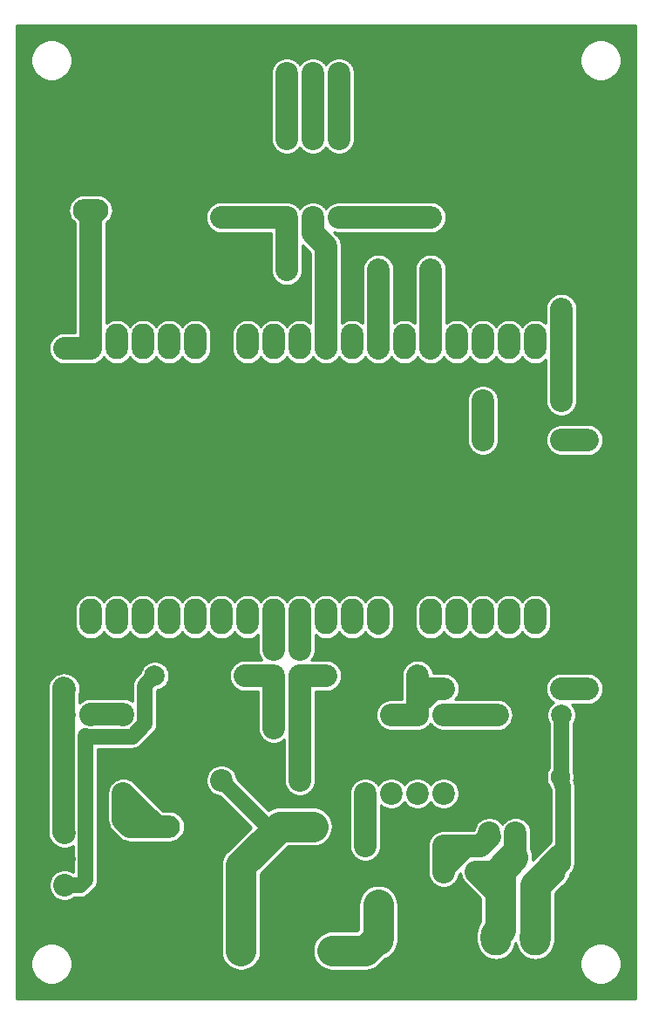
<source format=gbr>
%TF.GenerationSoftware,KiCad,Pcbnew,(5.1.6)-1*%
%TF.CreationDate,2025-12-07T11:43:41-05:00*%
%TF.ProjectId,board2,626f6172-6432-42e6-9b69-6361645f7063,rev?*%
%TF.SameCoordinates,PX196f3b0PY6f6d640*%
%TF.FileFunction,Copper,L2,Bot*%
%TF.FilePolarity,Positive*%
%FSLAX46Y46*%
G04 Gerber Fmt 4.6, Leading zero omitted, Abs format (unit mm)*
G04 Created by KiCad (PCBNEW (5.1.6)-1) date 2025-12-07 11:43:41*
%MOMM*%
%LPD*%
G01*
G04 APERTURE LIST*
%TA.AperFunction,ComponentPad*%
%ADD10O,3.470000X2.200000*%
%TD*%
%TA.AperFunction,ComponentPad*%
%ADD11C,2.000000*%
%TD*%
%TA.AperFunction,ComponentPad*%
%ADD12C,2.200000*%
%TD*%
%TA.AperFunction,ComponentPad*%
%ADD13O,3.000000X3.470000*%
%TD*%
%TA.AperFunction,ComponentPad*%
%ADD14O,2.200000X3.470000*%
%TD*%
%TA.AperFunction,ComponentPad*%
%ADD15C,1.900000*%
%TD*%
%TA.AperFunction,ViaPad*%
%ADD16C,2.000000*%
%TD*%
%TA.AperFunction,Conductor*%
%ADD17C,2.200000*%
%TD*%
%TA.AperFunction,Conductor*%
%ADD18C,1.500000*%
%TD*%
%TA.AperFunction,Conductor*%
%ADD19C,3.000000*%
%TD*%
%TA.AperFunction,Conductor*%
%ADD20C,0.250000*%
%TD*%
G04 APERTURE END LIST*
D10*
%TO.P,C1,1*%
%TO.N,+5V*%
X7620000Y76898500D03*
%TO.P,C1,2*%
%TO.N,GND*%
X12590000Y76898500D03*
%TD*%
D11*
%TO.P,C4,2*%
%TO.N,GND*%
X50840000Y67310000D03*
%TO.P,C4,1*%
%TO.N,+3V3*%
X53340000Y67310000D03*
%TD*%
D12*
%TO.P,D1,2*%
%TO.N,Net-(D1-Pad2)*%
X10795000Y20320000D03*
%TO.P,D1,1*%
%TO.N,Net-(D1-Pad1)*%
X10795000Y27940000D03*
%TD*%
%TO.P,D2,1*%
%TO.N,PUMP+*%
X52705000Y12700000D03*
%TO.P,D2,2*%
%TO.N,PUMP-*%
X45085000Y12700000D03*
%TD*%
D13*
%TO.P,J1,2*%
%TO.N,GND*%
X39370000Y6350000D03*
%TO.P,J1,1*%
%TO.N,PUMP+*%
X35560000Y6350000D03*
%TD*%
D12*
%TO.P,J2,3*%
%TO.N,ROD_HIGH*%
X26670000Y90170000D03*
%TO.P,J2,2*%
%TO.N,DRIVE_ROD*%
X29210000Y90170000D03*
%TO.P,J2,1*%
%TO.N,ROD_LOW*%
X31750000Y90170000D03*
%TD*%
%TO.P,J3,1*%
%TO.N,Net-(D1-Pad1)*%
X7620000Y27940000D03*
%TO.P,J3,2*%
%TO.N,+5V*%
X5080000Y27940000D03*
%TD*%
%TO.P,J7,1*%
%TO.N,+5V*%
X5080000Y16510000D03*
%TO.P,J7,2*%
%TO.N,GND*%
X5080000Y13970000D03*
%TO.P,J7,3*%
%TO.N,Net-(J7-Pad3)*%
X5080000Y11430000D03*
%TD*%
D13*
%TO.P,J8,1*%
%TO.N,PUMP-*%
X46990000Y6350000D03*
%TO.P,J8,2*%
%TO.N,PUMP+*%
X50800000Y6350000D03*
%TD*%
D10*
%TO.P,M1,1*%
%TO.N,GND*%
X28575000Y7620000D03*
%TO.P,M1,2*%
X14605000Y7620000D03*
%TO.P,M1,3*%
%TO.N,Net-(D1-Pad2)*%
X14605000Y17120000D03*
%TO.P,M1,4*%
%TO.N,PUMP+*%
X28575000Y17120000D03*
%TD*%
D12*
%TO.P,Q1,1*%
%TO.N,Net-(Q1-Pad1)*%
X46355000Y16510000D03*
%TO.P,Q1,2*%
%TO.N,PUMP-*%
X48895000Y16510000D03*
%TO.P,Q1,3*%
%TO.N,GND*%
X51435000Y16510000D03*
%TD*%
D14*
%TO.P,U2,1*%
%TO.N,+5V*%
X7620000Y64135000D03*
%TO.P,U2,2*%
%TO.N,Net-(U2-Pad2)*%
X10160000Y64135000D03*
%TO.P,U2,3*%
%TO.N,Net-(U2-Pad3)*%
X12700000Y64135000D03*
%TO.P,U2,4*%
%TO.N,Net-(U2-Pad4)*%
X15240000Y64135000D03*
%TO.P,U2,5*%
%TO.N,Net-(U2-Pad5)*%
X17780000Y64135000D03*
%TO.P,U2,6*%
%TO.N,GND*%
X20320000Y64135000D03*
%TO.P,U2,7*%
%TO.N,Net-(U2-Pad7)*%
X22860000Y64135000D03*
%TO.P,U2,8*%
%TO.N,Net-(U2-Pad8)*%
X25400000Y64135000D03*
%TO.P,U2,9*%
%TO.N,Net-(U2-Pad9)*%
X27940000Y64135000D03*
%TO.P,U2,10*%
%TO.N,S_DRIVE*%
X30480000Y64135000D03*
%TO.P,U2,11*%
%TO.N,Net-(U2-Pad11)*%
X33020000Y64135000D03*
%TO.P,U2,12*%
%TO.N,SENSOR_HIGH*%
X35560000Y64135000D03*
%TO.P,U2,13*%
%TO.N,Net-(U2-Pad13)*%
X38100000Y64135000D03*
%TO.P,U2,14*%
%TO.N,SENSOR_LOW*%
X40640000Y64135000D03*
%TO.P,U2,15*%
%TO.N,Net-(U2-Pad15)*%
X43180000Y64135000D03*
%TO.P,U2,16*%
%TO.N,Net-(U2-Pad16)*%
X45720000Y64135000D03*
%TO.P,U2,17*%
%TO.N,Net-(U2-Pad17)*%
X48260000Y64135000D03*
%TO.P,U2,18*%
%TO.N,Net-(U2-Pad18)*%
X50800000Y64135000D03*
%TO.P,U2,19*%
%TO.N,+3V3*%
X53340000Y64135000D03*
%TO.P,U2,20*%
%TO.N,GND*%
X53340000Y37465000D03*
%TO.P,U2,21*%
%TO.N,Net-(U2-Pad21)*%
X50800000Y37465000D03*
%TO.P,U2,22*%
%TO.N,Net-(U2-Pad22)*%
X48260000Y37465000D03*
%TO.P,U2,23*%
%TO.N,Net-(U2-Pad23)*%
X45720000Y37465000D03*
%TO.P,U2,24*%
%TO.N,Net-(U2-Pad24)*%
X43180000Y37465000D03*
%TO.P,U2,25*%
%TO.N,Net-(U2-Pad25)*%
X40640000Y37465000D03*
%TO.P,U2,26*%
%TO.N,GND*%
X38100000Y37465000D03*
%TO.P,U2,27*%
%TO.N,Net-(U2-Pad27)*%
X35560000Y37465000D03*
%TO.P,U2,28*%
%TO.N,Net-(U2-Pad28)*%
X33020000Y37465000D03*
%TO.P,U2,29*%
%TO.N,Net-(U2-Pad29)*%
X30480000Y37465000D03*
%TO.P,U2,30*%
%TO.N,PUMP*%
X27940000Y37465000D03*
%TO.P,U2,31*%
%TO.N,WS2812B*%
X25400000Y37465000D03*
%TO.P,U2,32*%
%TO.N,Net-(U2-Pad32)*%
X22860000Y37465000D03*
%TO.P,U2,33*%
%TO.N,Net-(U2-Pad33)*%
X20320000Y37465000D03*
%TO.P,U2,34*%
%TO.N,Net-(U2-Pad34)*%
X17780000Y37465000D03*
%TO.P,U2,35*%
%TO.N,Net-(U2-Pad35)*%
X15240000Y37465000D03*
%TO.P,U2,36*%
%TO.N,Net-(U2-Pad36)*%
X12700000Y37465000D03*
%TO.P,U2,37*%
%TO.N,Net-(U2-Pad37)*%
X10160000Y37465000D03*
%TO.P,U2,38*%
%TO.N,Net-(U2-Pad38)*%
X7620000Y37465000D03*
%TD*%
D12*
%TO.P,R18,1*%
%TO.N,WS2812B*%
X25400000Y34290000D03*
%TO.P,R18,2*%
%TO.N,Net-(J7-Pad3)*%
X25400000Y26670000D03*
%TD*%
D11*
%TO.P,C2,2*%
%TO.N,GND*%
X38100000Y81240000D03*
%TO.P,C2,1*%
%TO.N,SENSOR_LOW*%
X38100000Y76200000D03*
%TD*%
%TO.P,C3,1*%
%TO.N,+5V*%
X7620000Y67310000D03*
%TO.P,C3,2*%
%TO.N,GND*%
X5120000Y67310000D03*
%TD*%
%TO.P,C5,1*%
%TO.N,SENSOR_HIGH*%
X20320000Y76200000D03*
%TO.P,C5,2*%
%TO.N,GND*%
X20320000Y81240000D03*
%TD*%
%TO.P,C7,1*%
%TO.N,PUMP+*%
X44450000Y27940000D03*
%TO.P,C7,2*%
%TO.N,GND*%
X44450000Y25440000D03*
%TD*%
D12*
%TO.P,D3,1*%
%TO.N,Net-(D3-Pad1)*%
X45720000Y58420000D03*
%TO.P,D3,2*%
%TO.N,+3V3*%
X53340000Y58420000D03*
%TD*%
%TO.P,J4,1*%
%TO.N,GND*%
X5080000Y69850000D03*
%TO.P,J4,2*%
%TO.N,+5V*%
X7620000Y69850000D03*
%TD*%
%TO.P,R1,1*%
%TO.N,DRIVE_ROD*%
X29210000Y83820000D03*
%TO.P,R1,2*%
%TO.N,S_DRIVE*%
X29210000Y76200000D03*
%TD*%
%TO.P,R2,1*%
%TO.N,ROD_HIGH*%
X26670000Y83820000D03*
%TO.P,R2,2*%
%TO.N,SENSOR_HIGH*%
X26670000Y76200000D03*
%TD*%
%TO.P,R3,2*%
%TO.N,GND*%
X24130000Y83820000D03*
%TO.P,R3,1*%
%TO.N,SENSOR_HIGH*%
X24130000Y76200000D03*
%TD*%
%TO.P,R4,1*%
%TO.N,ROD_LOW*%
X31750000Y83820000D03*
%TO.P,R4,2*%
%TO.N,SENSOR_LOW*%
X31750000Y76200000D03*
%TD*%
%TO.P,R5,2*%
%TO.N,Net-(R10-Pad1)*%
X53340000Y54610000D03*
%TO.P,R5,1*%
%TO.N,Net-(D3-Pad1)*%
X45720000Y54610000D03*
%TD*%
%TO.P,R6,1*%
%TO.N,SENSOR_LOW*%
X34290000Y76200000D03*
%TO.P,R6,2*%
%TO.N,GND*%
X34290000Y83820000D03*
%TD*%
%TO.P,R7,2*%
%TO.N,Net-(R10-Pad1)*%
X27940000Y21590000D03*
%TO.P,R7,1*%
%TO.N,PUMP+*%
X20320000Y21590000D03*
%TD*%
%TO.P,R8,2*%
%TO.N,Net-(Q1-Pad1)*%
X41910000Y15240000D03*
%TO.P,R8,1*%
%TO.N,Net-(R8-Pad1)*%
X34290000Y15240000D03*
%TD*%
%TO.P,R9,2*%
%TO.N,Net-(R10-Pad1)*%
X27940000Y26670000D03*
%TO.P,R9,1*%
%TO.N,PUMP*%
X27940000Y34290000D03*
%TD*%
%TO.P,R10,1*%
%TO.N,Net-(R10-Pad1)*%
X27940000Y24130000D03*
%TO.P,R10,2*%
%TO.N,GND*%
X20320000Y24130000D03*
%TD*%
%TO.P,R11,1*%
%TO.N,Net-(Q1-Pad1)*%
X41910000Y12700000D03*
%TO.P,R11,2*%
%TO.N,GND*%
X34290000Y12700000D03*
%TD*%
%TO.P,U1,1*%
%TO.N,PUMP+*%
X41910000Y27940000D03*
%TO.P,U1,2*%
%TO.N,Net-(R10-Pad1)*%
X39370000Y27940000D03*
%TO.P,U1,3*%
X36830000Y27940000D03*
%TO.P,U1,4*%
%TO.N,GND*%
X34290000Y27940000D03*
%TO.P,U1,5*%
%TO.N,Net-(R8-Pad1)*%
X34290000Y20320000D03*
%TO.P,U1,6*%
%TO.N,Net-(U1-Pad6)*%
X36830000Y20320000D03*
%TO.P,U1,7*%
%TO.N,Net-(U1-Pad7)*%
X39370000Y20320000D03*
%TO.P,U1,8*%
%TO.N,Net-(U1-Pad8)*%
X41910000Y20320000D03*
%TD*%
D15*
%TO.P,C6,1*%
%TO.N,PUMP+*%
X53240000Y21930000D03*
%TO.P,C6,2*%
%TO.N,GND*%
X55540000Y21930000D03*
%TD*%
D16*
%TO.N,+5V*%
X5080000Y63500000D03*
X5080000Y30480000D03*
%TO.N,PUMP+*%
X50800000Y10160000D03*
X53340000Y27940000D03*
X46990000Y27940000D03*
X22225000Y5080000D03*
X31115000Y5080000D03*
X35560000Y9525000D03*
%TO.N,Net-(J7-Pad3)*%
X13843000Y31750000D03*
X22606000Y31750000D03*
%TO.N,SENSOR_LOW*%
X40640000Y76200000D03*
X40640000Y71120000D03*
%TO.N,SENSOR_HIGH*%
X35560000Y71120000D03*
X26670000Y71120000D03*
%TO.N,Net-(R10-Pad1)*%
X30480000Y31750000D03*
X39370000Y31750000D03*
X41910000Y30480000D03*
X53340000Y30480000D03*
X55880000Y30480000D03*
X55880000Y54610000D03*
%TD*%
D17*
%TO.N,+5V*%
X5003800Y16560800D02*
X5003800Y30530800D01*
X7620000Y63500000D02*
X7620000Y76200000D01*
X7620000Y63500000D02*
X5080000Y63500000D01*
X5080000Y63500000D02*
X5080000Y63500000D01*
X5080000Y30480000D02*
X5080000Y30480000D01*
%TO.N,+3V3*%
X53340000Y67310000D02*
X53340000Y58420000D01*
%TO.N,Net-(D1-Pad2)*%
X10795000Y20320000D02*
X10795000Y17780000D01*
X10795000Y17780000D02*
X12065000Y17780000D01*
X12065000Y17780000D02*
X12065000Y19050000D01*
X12065000Y19050000D02*
X10795000Y20320000D01*
X13970000Y17145000D02*
X12065000Y19050000D01*
X13970000Y17120000D02*
X13970000Y17145000D01*
X11455000Y17120000D02*
X10795000Y17780000D01*
X13970000Y17120000D02*
X11455000Y17120000D01*
%TO.N,Net-(D1-Pad1)*%
X7620000Y28016200D02*
X10795000Y28016200D01*
%TO.N,PUMP+*%
X41910000Y27940000D02*
X46990000Y27940000D01*
D18*
X52705000Y12700000D02*
X53485001Y13480001D01*
D19*
X50800000Y6350000D02*
X50800000Y10160000D01*
X50800000Y10160000D02*
X50800000Y11430000D01*
X50800000Y11430000D02*
X52070000Y12700000D01*
X50800000Y10160000D02*
X50800000Y10160000D01*
D18*
X53485001Y21100001D02*
X53340000Y21245002D01*
X53485001Y20174999D02*
X53485001Y21100001D01*
X53340000Y21245002D02*
X53340000Y27940000D01*
X53340000Y27940000D02*
X53340000Y27940000D01*
D17*
X46990000Y27940000D02*
X47129998Y27940000D01*
D19*
X35560000Y6350000D02*
X35560000Y9525000D01*
X29210000Y17120000D02*
X26010000Y17120000D01*
X22225000Y13335000D02*
X22225000Y5080000D01*
X22225000Y5080000D02*
X22225000Y5080000D01*
X35560000Y6350000D02*
X34290000Y5080000D01*
X34290000Y5080000D02*
X31115000Y5080000D01*
X31115000Y5080000D02*
X31115000Y5080000D01*
X35560000Y9525000D02*
X35560000Y9525000D01*
D18*
X25082500Y16827500D02*
X25082500Y16192500D01*
X20320000Y21590000D02*
X25082500Y16827500D01*
D19*
X26010000Y17120000D02*
X25082500Y16192500D01*
X25082500Y16192500D02*
X22225000Y13335000D01*
D18*
X53492400Y15156401D02*
X53492400Y14938403D01*
X53543200Y15163800D02*
X53543200Y20193000D01*
X53485001Y13480001D02*
X53485001Y15145799D01*
X53390800Y15011400D02*
X51899599Y13520199D01*
D19*
%TO.N,PUMP-*%
X46990000Y6667500D02*
X47434500Y7112000D01*
X46990000Y6350000D02*
X46990000Y6667500D01*
X47434500Y12763500D02*
X47434500Y12890500D01*
X47434500Y12890500D02*
X48641000Y14097000D01*
D17*
X48895000Y14351000D02*
X48641000Y14097000D01*
X48895000Y16510000D02*
X48895000Y14351000D01*
X47244000Y12700000D02*
X47434500Y12890500D01*
X45085000Y12700000D02*
X47244000Y12700000D01*
X47434500Y10350500D02*
X47434500Y9461500D01*
X45085000Y12700000D02*
X47434500Y10350500D01*
D19*
X47434500Y7112000D02*
X47434500Y9461500D01*
X47434500Y9461500D02*
X47434500Y12763500D01*
D17*
%TO.N,DRIVE_ROD*%
X29210000Y90170000D02*
X29210000Y83820000D01*
%TO.N,WS2812B*%
X25400000Y38100000D02*
X25400000Y34290000D01*
%TO.N,Net-(Q1-Pad1)*%
X41910000Y12700000D02*
X41910000Y15240000D01*
X42214800Y15189200D02*
X45389800Y15189200D01*
X45455598Y15204198D02*
X46380400Y16129000D01*
X43967400Y15163800D02*
X42345026Y13541426D01*
%TO.N,S_DRIVE*%
X30480000Y73374366D02*
X29210000Y74644366D01*
X30480000Y63500000D02*
X30480000Y73374366D01*
X29210000Y74644366D02*
X29210000Y76200000D01*
%TO.N,Net-(R8-Pad1)*%
X34290000Y20320000D02*
X34290000Y15240000D01*
%TO.N,PUMP*%
X27940000Y38100000D02*
X27940000Y34290000D01*
D18*
%TO.N,Net-(J7-Pad3)*%
X13843000Y31750000D02*
X13843000Y31750000D01*
D17*
X25400000Y31750000D02*
X22606000Y31750000D01*
X22606000Y31750000D02*
X22606000Y31750000D01*
X25400000Y26670000D02*
X25400000Y31750000D01*
D18*
X6635634Y11430000D02*
X5080000Y11430000D01*
X13843000Y31750000D02*
X13062999Y30969999D01*
X7130001Y23640001D02*
X7130001Y11924367D01*
X11626140Y25831800D02*
X7112000Y25831800D01*
X12877800Y27051000D02*
X11676940Y25850140D01*
X7130010Y25889999D02*
X7130010Y23640010D01*
X7130010Y23640010D02*
X7130001Y23640001D01*
X7130001Y11924367D02*
X6635634Y11430000D01*
X12845010Y30752010D02*
X13062999Y30969999D01*
X12877800Y27090859D02*
X12877800Y30752010D01*
D17*
%TO.N,ROD_HIGH*%
X26670000Y90170000D02*
X26670000Y83820000D01*
%TO.N,ROD_LOW*%
X31750000Y90170000D02*
X31750000Y83820000D01*
%TO.N,SENSOR_LOW*%
X38100000Y76200000D02*
X31750000Y76200000D01*
X40640000Y63500000D02*
X40640000Y71120000D01*
X38100000Y76200000D02*
X40640000Y76200000D01*
X40640000Y76200000D02*
X40640000Y76200000D01*
X40640000Y71120000D02*
X40640000Y71120000D01*
%TO.N,SENSOR_HIGH*%
X26670000Y76200000D02*
X20320000Y76200000D01*
X26670000Y76200000D02*
X26670000Y71120000D01*
X35560000Y63500000D02*
X35560000Y71120000D01*
X35560000Y71120000D02*
X35560000Y71120000D01*
X26670000Y71120000D02*
X26670000Y71120000D01*
%TO.N,Net-(D3-Pad1)*%
X45720000Y58420000D02*
X45720000Y54610000D01*
%TO.N,Net-(R10-Pad1)*%
X36830000Y27940000D02*
X39370000Y27940000D01*
X27940000Y31750000D02*
X30480000Y31750000D01*
X39370000Y30480000D02*
X41910000Y30480000D01*
X30480000Y31750000D02*
X30480000Y31750000D01*
X39370000Y31750000D02*
X39370000Y31750000D01*
X41910000Y30480000D02*
X41910000Y30480000D01*
X55880000Y30480000D02*
X55880000Y30480000D01*
X53340000Y30480000D02*
X53340000Y30480000D01*
X55880000Y30480000D02*
X53340000Y30480000D01*
X27940000Y21590000D02*
X27940000Y31750000D01*
X39370000Y27940000D02*
X39370000Y31750000D01*
X53340000Y54610000D02*
X55880000Y54610000D01*
X55880000Y54610000D02*
X55880000Y54610000D01*
X39912210Y29494212D02*
X40897998Y30480000D01*
X40897998Y30480000D02*
X41910000Y30480000D01*
X39509999Y29494212D02*
X39912210Y29494212D01*
D18*
%TO.N,Net-(U2-Pad27)*%
X35560000Y38100000D02*
X35560000Y36470849D01*
%TD*%
D20*
%TO.N,GND*%
G36*
X60510000Y450000D02*
G01*
X450000Y450000D01*
X450000Y4009445D01*
X1785000Y4009445D01*
X1785000Y3610555D01*
X1862820Y3219329D01*
X2015468Y2850803D01*
X2237080Y2519138D01*
X2519138Y2237080D01*
X2850803Y2015468D01*
X3219329Y1862820D01*
X3610555Y1785000D01*
X4009445Y1785000D01*
X4400671Y1862820D01*
X4769197Y2015468D01*
X5100862Y2237080D01*
X5382920Y2519138D01*
X5604532Y2850803D01*
X5757180Y3219329D01*
X5835000Y3610555D01*
X5835000Y4009445D01*
X5757180Y4400671D01*
X5604532Y4769197D01*
X5382920Y5100862D01*
X5100862Y5382920D01*
X4769197Y5604532D01*
X4400671Y5757180D01*
X4009445Y5835000D01*
X3610555Y5835000D01*
X3219329Y5757180D01*
X2850803Y5604532D01*
X2519138Y5382920D01*
X2237080Y5100862D01*
X2015468Y4769197D01*
X1862820Y4400671D01*
X1785000Y4009445D01*
X450000Y4009445D01*
X450000Y16485890D01*
X3478800Y16485890D01*
X3500866Y16261849D01*
X3588067Y15974385D01*
X3729674Y15709457D01*
X3920245Y15477245D01*
X4152456Y15286674D01*
X4219704Y15250729D01*
X4357642Y15158562D01*
X4635174Y15043605D01*
X4929801Y14985000D01*
X5230199Y14985000D01*
X5524826Y15043605D01*
X5802358Y15158562D01*
X5955002Y15260555D01*
X5955002Y12679445D01*
X5802358Y12781438D01*
X5524826Y12896395D01*
X5230199Y12955000D01*
X4929801Y12955000D01*
X4635174Y12896395D01*
X4357642Y12781438D01*
X4107869Y12614545D01*
X3895455Y12402131D01*
X3728562Y12152358D01*
X3613605Y11874826D01*
X3555000Y11580199D01*
X3555000Y11279801D01*
X3613605Y10985174D01*
X3728562Y10707642D01*
X3895455Y10457869D01*
X4107869Y10245455D01*
X4357642Y10078562D01*
X4635174Y9963605D01*
X4929801Y9905000D01*
X5230199Y9905000D01*
X5524826Y9963605D01*
X5802358Y10078562D01*
X6052131Y10245455D01*
X6061676Y10255000D01*
X6577922Y10255000D01*
X6635634Y10249316D01*
X6693346Y10255000D01*
X6693354Y10255000D01*
X6865974Y10272002D01*
X7087463Y10339189D01*
X7291587Y10448296D01*
X7470504Y10595130D01*
X7507301Y10639967D01*
X7920034Y11052700D01*
X7964871Y11089497D01*
X8111705Y11268414D01*
X8220812Y11472538D01*
X8253470Y11580199D01*
X8287999Y11694026D01*
X8295111Y11766233D01*
X8305001Y11866647D01*
X8305001Y11866655D01*
X8310685Y11924367D01*
X8305001Y11982079D01*
X8305001Y20320000D01*
X9262622Y20320000D01*
X9270000Y20245089D01*
X9270001Y17854920D01*
X9262622Y17780000D01*
X9292066Y17481048D01*
X9379267Y17193584D01*
X9520874Y16928656D01*
X9711445Y16696445D01*
X9769643Y16648683D01*
X10323683Y16094643D01*
X10371445Y16036445D01*
X10603656Y15845874D01*
X10868584Y15704267D01*
X11156048Y15617066D01*
X11353407Y15597628D01*
X11455000Y15587622D01*
X11529911Y15595000D01*
X13895089Y15595000D01*
X13970000Y15587622D01*
X14044910Y15595000D01*
X15314911Y15595000D01*
X15538952Y15617066D01*
X15826416Y15704267D01*
X16091344Y15845874D01*
X16323555Y16036445D01*
X16514126Y16268656D01*
X16655733Y16533584D01*
X16742934Y16821048D01*
X16772378Y17120000D01*
X16742934Y17418952D01*
X16655733Y17706416D01*
X16514126Y17971344D01*
X16323555Y18203555D01*
X16091344Y18394126D01*
X15826416Y18535733D01*
X15538952Y18622934D01*
X15314911Y18645000D01*
X14626676Y18645000D01*
X13196316Y20075358D01*
X13148555Y20133555D01*
X13090362Y20181313D01*
X11979549Y21292125D01*
X11979545Y21292131D01*
X11926308Y21345368D01*
X11878555Y21403555D01*
X11820369Y21451307D01*
X11767131Y21504545D01*
X11704528Y21546375D01*
X11646343Y21594126D01*
X11579962Y21629608D01*
X11517358Y21671438D01*
X11447798Y21700251D01*
X11381415Y21735733D01*
X11366693Y21740199D01*
X18795000Y21740199D01*
X18795000Y21439801D01*
X18853605Y21145174D01*
X18968562Y20867642D01*
X19135455Y20617869D01*
X19347869Y20405455D01*
X19597642Y20238562D01*
X19875174Y20123605D01*
X20169801Y20065000D01*
X20183300Y20065000D01*
X23207969Y17040330D01*
X20930697Y14763057D01*
X20857233Y14702767D01*
X20616677Y14409647D01*
X20437927Y14075229D01*
X20327853Y13712365D01*
X20301050Y13440229D01*
X20290686Y13335000D01*
X20300000Y13240435D01*
X20300001Y5174577D01*
X20290686Y5080000D01*
X20327853Y4702634D01*
X20437927Y4339770D01*
X20616677Y4005353D01*
X20857233Y3712233D01*
X21150353Y3471677D01*
X21484770Y3292927D01*
X21847634Y3182853D01*
X22130433Y3155000D01*
X22225000Y3145686D01*
X22319567Y3155000D01*
X22602366Y3182853D01*
X22965230Y3292927D01*
X23299647Y3471677D01*
X23592767Y3712233D01*
X23833323Y4005353D01*
X24012073Y4339770D01*
X24122147Y4702634D01*
X24159314Y5080000D01*
X29180686Y5080000D01*
X29217853Y4702634D01*
X29327927Y4339770D01*
X29506677Y4005353D01*
X29747233Y3712233D01*
X30040353Y3471677D01*
X30374770Y3292927D01*
X30737634Y3182853D01*
X31020433Y3155000D01*
X34195435Y3155000D01*
X34290000Y3145686D01*
X34384565Y3155000D01*
X34384567Y3155000D01*
X34667366Y3182853D01*
X35030230Y3292927D01*
X35364647Y3471677D01*
X35657767Y3712233D01*
X35718057Y3785697D01*
X35941805Y4009445D01*
X55125000Y4009445D01*
X55125000Y3610555D01*
X55202820Y3219329D01*
X55355468Y2850803D01*
X55577080Y2519138D01*
X55859138Y2237080D01*
X56190803Y2015468D01*
X56559329Y1862820D01*
X56950555Y1785000D01*
X57349445Y1785000D01*
X57740671Y1862820D01*
X58109197Y2015468D01*
X58440862Y2237080D01*
X58722920Y2519138D01*
X58944532Y2850803D01*
X59097180Y3219329D01*
X59175000Y3610555D01*
X59175000Y4009445D01*
X59097180Y4400671D01*
X58944532Y4769197D01*
X58722920Y5100862D01*
X58440862Y5382920D01*
X58109197Y5604532D01*
X57740671Y5757180D01*
X57349445Y5835000D01*
X56950555Y5835000D01*
X56559329Y5757180D01*
X56190803Y5604532D01*
X55859138Y5382920D01*
X55577080Y5100862D01*
X55355468Y4769197D01*
X55202820Y4400671D01*
X55125000Y4009445D01*
X35941805Y4009445D01*
X36242894Y4310534D01*
X36300230Y4327927D01*
X36634647Y4506677D01*
X36927767Y4747233D01*
X37168323Y5040353D01*
X37347073Y5374770D01*
X37457147Y5737635D01*
X37485000Y6020434D01*
X37485000Y6255434D01*
X37494314Y6349999D01*
X37485000Y6444564D01*
X37485000Y9430433D01*
X37494314Y9525000D01*
X37457147Y9902366D01*
X37347073Y10265230D01*
X37168323Y10599647D01*
X36927767Y10892767D01*
X36634647Y11133323D01*
X36300230Y11312073D01*
X35937366Y11422147D01*
X35654567Y11450000D01*
X35560000Y11459314D01*
X35465433Y11450000D01*
X35182634Y11422147D01*
X34819770Y11312073D01*
X34485353Y11133323D01*
X34192233Y10892767D01*
X33951677Y10599647D01*
X33772927Y10265230D01*
X33662853Y9902366D01*
X33625686Y9525000D01*
X33635001Y9430423D01*
X33635000Y7147360D01*
X33492640Y7005000D01*
X31020433Y7005000D01*
X30737634Y6977147D01*
X30374770Y6867073D01*
X30040353Y6688323D01*
X29747233Y6447767D01*
X29506677Y6154647D01*
X29327927Y5820230D01*
X29217853Y5457366D01*
X29180686Y5080000D01*
X24159314Y5080000D01*
X24150000Y5174567D01*
X24150000Y12537640D01*
X26510549Y14898188D01*
X26510554Y14898194D01*
X26807360Y15195000D01*
X29304567Y15195000D01*
X29587366Y15222853D01*
X29950230Y15332927D01*
X30284647Y15511677D01*
X30577767Y15752233D01*
X30818323Y16045353D01*
X30997073Y16379770D01*
X31107147Y16742634D01*
X31144314Y17120000D01*
X31107147Y17497366D01*
X30997073Y17860230D01*
X30818323Y18194647D01*
X30577767Y18487767D01*
X30284647Y18728323D01*
X29950230Y18907073D01*
X29587366Y19017147D01*
X29304567Y19045000D01*
X26104564Y19045000D01*
X26009999Y19054314D01*
X25915434Y19045000D01*
X25915433Y19045000D01*
X25632634Y19017147D01*
X25269770Y18907073D01*
X24935353Y18728323D01*
X24884836Y18686865D01*
X21845000Y21726700D01*
X21845000Y21740199D01*
X21786395Y22034826D01*
X21671438Y22312358D01*
X21504545Y22562131D01*
X21292131Y22774545D01*
X21042358Y22941438D01*
X20764826Y23056395D01*
X20470199Y23115000D01*
X20169801Y23115000D01*
X19875174Y23056395D01*
X19597642Y22941438D01*
X19347869Y22774545D01*
X19135455Y22562131D01*
X18968562Y22312358D01*
X18853605Y22034826D01*
X18795000Y21740199D01*
X11366693Y21740199D01*
X11314755Y21755954D01*
X11309383Y21757584D01*
X11239826Y21786395D01*
X11165986Y21801083D01*
X11093952Y21822934D01*
X11019040Y21830312D01*
X10945199Y21845000D01*
X10869911Y21845000D01*
X10795000Y21852378D01*
X10720089Y21845000D01*
X10644801Y21845000D01*
X10570960Y21830312D01*
X10496048Y21822934D01*
X10424013Y21801083D01*
X10350174Y21786395D01*
X10280619Y21757585D01*
X10208584Y21735733D01*
X10142198Y21700249D01*
X10072642Y21671438D01*
X10010042Y21629610D01*
X9943656Y21594126D01*
X9885468Y21546373D01*
X9822869Y21504545D01*
X9769632Y21451308D01*
X9711445Y21403555D01*
X9663694Y21345370D01*
X9610455Y21292131D01*
X9568625Y21229528D01*
X9520874Y21171343D01*
X9485392Y21104962D01*
X9443562Y21042358D01*
X9414748Y20972796D01*
X9379267Y20906415D01*
X9357416Y20834383D01*
X9328605Y20764826D01*
X9313917Y20690986D01*
X9292066Y20618952D01*
X9284688Y20544040D01*
X9270000Y20470199D01*
X9270000Y20394911D01*
X9262622Y20320000D01*
X8305001Y20320000D01*
X8305001Y23582199D01*
X8305010Y23582290D01*
X8305010Y23582298D01*
X8310694Y23640010D01*
X8305010Y23697722D01*
X8305010Y24656800D01*
X11683860Y24656800D01*
X11856480Y24673802D01*
X12077969Y24740989D01*
X12090646Y24747765D01*
X12128768Y24759329D01*
X12332893Y24868437D01*
X12466976Y24978476D01*
X13749464Y26260963D01*
X13859502Y26395046D01*
X13968610Y26599171D01*
X14035798Y26820658D01*
X14058484Y27050999D01*
X14052800Y27108711D01*
X14052800Y30298100D01*
X14103624Y30348924D01*
X14258657Y30379762D01*
X14517991Y30487181D01*
X14751385Y30643130D01*
X14949870Y30841615D01*
X15105819Y31075009D01*
X15213238Y31334343D01*
X15268000Y31609650D01*
X15268000Y31890350D01*
X15213238Y32165657D01*
X15105819Y32424991D01*
X14949870Y32658385D01*
X14751385Y32856870D01*
X14517991Y33012819D01*
X14258657Y33120238D01*
X13983350Y33175000D01*
X13702650Y33175000D01*
X13427343Y33120238D01*
X13168009Y33012819D01*
X12934615Y32856870D01*
X12736130Y32658385D01*
X12580181Y32424991D01*
X12472762Y32165657D01*
X12441924Y32010624D01*
X11973346Y31542046D01*
X11863307Y31407963D01*
X11754199Y31203838D01*
X11687012Y30982350D01*
X11664326Y30752010D01*
X11687012Y30521670D01*
X11702801Y30469620D01*
X11702801Y29243993D01*
X11646344Y29290326D01*
X11381416Y29431933D01*
X11093952Y29519134D01*
X10869911Y29541200D01*
X7545089Y29541200D01*
X7321048Y29519134D01*
X7033584Y29431933D01*
X6768656Y29290326D01*
X6536445Y29099755D01*
X6528800Y29090440D01*
X6528800Y30002592D01*
X6582934Y30181048D01*
X6612378Y30480000D01*
X6582934Y30778952D01*
X6495733Y31066416D01*
X6354126Y31331344D01*
X6163555Y31563555D01*
X5931344Y31754126D01*
X5890334Y31776046D01*
X5855144Y31804926D01*
X5590216Y31946533D01*
X5302752Y32033734D01*
X5003800Y32063178D01*
X4704849Y32033734D01*
X4417385Y31946533D01*
X4152457Y31804926D01*
X3920246Y31614355D01*
X3729675Y31382144D01*
X3588068Y31117216D01*
X3500867Y30829752D01*
X3478801Y30605711D01*
X3478800Y16485890D01*
X450000Y16485890D01*
X450000Y38174910D01*
X6095000Y38174910D01*
X6095000Y36755089D01*
X6117066Y36531048D01*
X6204267Y36243584D01*
X6345875Y35978656D01*
X6536446Y35746445D01*
X6768657Y35555874D01*
X7033585Y35414267D01*
X7321049Y35327066D01*
X7620000Y35297622D01*
X7918952Y35327066D01*
X8206416Y35414267D01*
X8471344Y35555874D01*
X8703555Y35746445D01*
X8890001Y35973629D01*
X9076446Y35746445D01*
X9308657Y35555874D01*
X9573585Y35414267D01*
X9861049Y35327066D01*
X10160000Y35297622D01*
X10458952Y35327066D01*
X10746416Y35414267D01*
X11011344Y35555874D01*
X11243555Y35746445D01*
X11430001Y35973629D01*
X11616446Y35746445D01*
X11848657Y35555874D01*
X12113585Y35414267D01*
X12401049Y35327066D01*
X12700000Y35297622D01*
X12998952Y35327066D01*
X13286416Y35414267D01*
X13551344Y35555874D01*
X13783555Y35746445D01*
X13970001Y35973629D01*
X14156446Y35746445D01*
X14388657Y35555874D01*
X14653585Y35414267D01*
X14941049Y35327066D01*
X15240000Y35297622D01*
X15538952Y35327066D01*
X15826416Y35414267D01*
X16091344Y35555874D01*
X16323555Y35746445D01*
X16510001Y35973629D01*
X16696446Y35746445D01*
X16928657Y35555874D01*
X17193585Y35414267D01*
X17481049Y35327066D01*
X17780000Y35297622D01*
X18078952Y35327066D01*
X18366416Y35414267D01*
X18631344Y35555874D01*
X18863555Y35746445D01*
X19050001Y35973629D01*
X19236446Y35746445D01*
X19468657Y35555874D01*
X19733585Y35414267D01*
X20021049Y35327066D01*
X20320000Y35297622D01*
X20618952Y35327066D01*
X20906416Y35414267D01*
X21171344Y35555874D01*
X21403555Y35746445D01*
X21590001Y35973629D01*
X21776446Y35746445D01*
X22008657Y35555874D01*
X22273585Y35414267D01*
X22561049Y35327066D01*
X22860000Y35297622D01*
X23158952Y35327066D01*
X23446416Y35414267D01*
X23711344Y35555874D01*
X23875001Y35690184D01*
X23875001Y34440204D01*
X23875000Y34440199D01*
X23875000Y34139801D01*
X23889690Y34065951D01*
X23897067Y33991048D01*
X23918916Y33919023D01*
X23933605Y33845174D01*
X23962419Y33775610D01*
X23984268Y33703584D01*
X24019748Y33637206D01*
X24048562Y33567642D01*
X24090395Y33505035D01*
X24125875Y33438656D01*
X24173623Y33380475D01*
X24215455Y33317869D01*
X24258324Y33275000D01*
X22531089Y33275000D01*
X22307048Y33252934D01*
X22019584Y33165733D01*
X21754656Y33024126D01*
X21522445Y32833555D01*
X21331874Y32601344D01*
X21190267Y32336416D01*
X21103066Y32048952D01*
X21073622Y31750000D01*
X21103066Y31451048D01*
X21190267Y31163584D01*
X21331874Y30898656D01*
X21522445Y30666445D01*
X21754656Y30475874D01*
X22019584Y30334267D01*
X22307048Y30247066D01*
X22531089Y30225000D01*
X23875001Y30225000D01*
X23875000Y26820199D01*
X23875000Y26519801D01*
X23889688Y26445960D01*
X23897066Y26371049D01*
X23918917Y26299016D01*
X23933605Y26225174D01*
X23962417Y26155616D01*
X23984267Y26083585D01*
X24019749Y26017202D01*
X24048562Y25947642D01*
X24090392Y25885038D01*
X24125874Y25818657D01*
X24173625Y25760472D01*
X24215455Y25697869D01*
X24268694Y25644630D01*
X24316445Y25586445D01*
X24374632Y25538692D01*
X24427869Y25485455D01*
X24490468Y25443627D01*
X24548656Y25395874D01*
X24615042Y25360390D01*
X24677642Y25318562D01*
X24747198Y25289751D01*
X24813584Y25254267D01*
X24885619Y25232415D01*
X24955174Y25203605D01*
X25029013Y25188917D01*
X25101048Y25167066D01*
X25175960Y25159688D01*
X25249801Y25145000D01*
X25325089Y25145000D01*
X25400000Y25137622D01*
X25474910Y25145000D01*
X25550199Y25145000D01*
X25624040Y25159688D01*
X25698951Y25167066D01*
X25770984Y25188917D01*
X25844826Y25203605D01*
X25914384Y25232417D01*
X25986415Y25254267D01*
X26052798Y25289749D01*
X26122358Y25318562D01*
X26184962Y25360392D01*
X26251343Y25395874D01*
X26309528Y25443625D01*
X26372131Y25485455D01*
X26415000Y25528324D01*
X26415000Y21439801D01*
X26429688Y21365960D01*
X26437066Y21291049D01*
X26458917Y21219016D01*
X26473605Y21145174D01*
X26502417Y21075616D01*
X26524267Y21003585D01*
X26559749Y20937202D01*
X26588562Y20867642D01*
X26630392Y20805038D01*
X26665874Y20738657D01*
X26713625Y20680472D01*
X26755455Y20617869D01*
X26808694Y20564630D01*
X26856445Y20506445D01*
X26914632Y20458692D01*
X26967869Y20405455D01*
X27030468Y20363627D01*
X27088656Y20315874D01*
X27155042Y20280390D01*
X27217642Y20238562D01*
X27287198Y20209751D01*
X27353584Y20174267D01*
X27425619Y20152415D01*
X27495174Y20123605D01*
X27569013Y20108917D01*
X27641048Y20087066D01*
X27715960Y20079688D01*
X27789801Y20065000D01*
X27865089Y20065000D01*
X27940000Y20057622D01*
X28014910Y20065000D01*
X28090199Y20065000D01*
X28164040Y20079688D01*
X28238951Y20087066D01*
X28310984Y20108917D01*
X28384826Y20123605D01*
X28454384Y20152417D01*
X28526415Y20174267D01*
X28592798Y20209749D01*
X28662358Y20238562D01*
X28724962Y20280392D01*
X28791343Y20315874D01*
X28849528Y20363625D01*
X28912131Y20405455D01*
X28965370Y20458694D01*
X28979388Y20470199D01*
X32765000Y20470199D01*
X32765000Y20394910D01*
X32765001Y15390204D01*
X32765000Y15390199D01*
X32765000Y15089801D01*
X32779690Y15015951D01*
X32787067Y14941048D01*
X32808916Y14869023D01*
X32823605Y14795174D01*
X32852419Y14725610D01*
X32874268Y14653584D01*
X32909748Y14587206D01*
X32938562Y14517642D01*
X32980395Y14455035D01*
X33015875Y14388656D01*
X33063623Y14330475D01*
X33105455Y14267869D01*
X33158698Y14214626D01*
X33206446Y14156445D01*
X33264627Y14108697D01*
X33317869Y14055455D01*
X33380474Y14013624D01*
X33438657Y13965874D01*
X33505038Y13930392D01*
X33567642Y13888562D01*
X33637202Y13859749D01*
X33703585Y13824267D01*
X33775616Y13802417D01*
X33845174Y13773605D01*
X33919016Y13758917D01*
X33991049Y13737066D01*
X34065960Y13729688D01*
X34139801Y13715000D01*
X34215090Y13715000D01*
X34290000Y13707622D01*
X34364911Y13715000D01*
X34440199Y13715000D01*
X34514040Y13729688D01*
X34588952Y13737066D01*
X34660987Y13758917D01*
X34734826Y13773605D01*
X34804381Y13802415D01*
X34876416Y13824267D01*
X34942802Y13859751D01*
X35012358Y13888562D01*
X35074958Y13930390D01*
X35141344Y13965874D01*
X35199532Y14013627D01*
X35262131Y14055455D01*
X35315368Y14108692D01*
X35373555Y14156445D01*
X35421308Y14214632D01*
X35474545Y14267869D01*
X35516373Y14330468D01*
X35564126Y14388656D01*
X35599610Y14455042D01*
X35641438Y14517642D01*
X35670249Y14587198D01*
X35705733Y14653584D01*
X35727585Y14725619D01*
X35756395Y14795174D01*
X35771083Y14869013D01*
X35792934Y14941048D01*
X35800312Y15015960D01*
X35815000Y15089801D01*
X35815000Y15390199D01*
X40385000Y15390199D01*
X40385000Y15089801D01*
X40385001Y15089796D01*
X40385000Y12850199D01*
X40385000Y12549801D01*
X40399688Y12475960D01*
X40407066Y12401049D01*
X40428917Y12329016D01*
X40443605Y12255174D01*
X40472417Y12185616D01*
X40494267Y12113585D01*
X40529749Y12047202D01*
X40558562Y11977642D01*
X40600392Y11915038D01*
X40635874Y11848657D01*
X40683625Y11790472D01*
X40725455Y11727869D01*
X40778691Y11674633D01*
X40826445Y11616445D01*
X40884631Y11568693D01*
X40937869Y11515455D01*
X41000468Y11473627D01*
X41058656Y11425874D01*
X41125042Y11390390D01*
X41187642Y11348562D01*
X41257198Y11319751D01*
X41323584Y11284267D01*
X41395619Y11262415D01*
X41465174Y11233605D01*
X41539013Y11218917D01*
X41611048Y11197066D01*
X41685960Y11189688D01*
X41759801Y11175000D01*
X41835089Y11175000D01*
X41910000Y11167622D01*
X41984910Y11175000D01*
X42060199Y11175000D01*
X42134040Y11189688D01*
X42208951Y11197066D01*
X42280984Y11218917D01*
X42354826Y11233605D01*
X42424384Y11262417D01*
X42496415Y11284267D01*
X42562798Y11319749D01*
X42632358Y11348562D01*
X42694962Y11390392D01*
X42761343Y11425874D01*
X42819528Y11473625D01*
X42882131Y11515455D01*
X42935370Y11568694D01*
X42993555Y11616445D01*
X43041309Y11674633D01*
X43094545Y11727869D01*
X43136373Y11790468D01*
X43184126Y11848656D01*
X43219610Y11915042D01*
X43261438Y11977642D01*
X43290249Y12047198D01*
X43325733Y12113584D01*
X43347585Y12185619D01*
X43376395Y12255174D01*
X43391083Y12329013D01*
X43412934Y12401048D01*
X43418573Y12458299D01*
X43560000Y12599726D01*
X43560000Y12549801D01*
X43574688Y12475960D01*
X43582066Y12401048D01*
X43603917Y12329013D01*
X43618605Y12255174D01*
X43647415Y12185619D01*
X43669267Y12113584D01*
X43704751Y12047198D01*
X43733562Y11977642D01*
X43775390Y11915042D01*
X43810874Y11848656D01*
X43858627Y11790468D01*
X43900455Y11727869D01*
X43953691Y11674633D01*
X44001445Y11616445D01*
X44059631Y11568693D01*
X44112869Y11515455D01*
X44112875Y11515451D01*
X45509500Y10118825D01*
X45509500Y9366934D01*
X45509501Y9366925D01*
X45509500Y7897901D01*
X45381677Y7742147D01*
X45202927Y7407730D01*
X45092853Y7044866D01*
X45065000Y6762067D01*
X45055686Y6667500D01*
X45065000Y6572935D01*
X45065000Y6020433D01*
X45092853Y5737634D01*
X45202927Y5374770D01*
X45381677Y5040353D01*
X45622233Y4747233D01*
X45915354Y4506677D01*
X46249771Y4327927D01*
X46612635Y4217853D01*
X46990000Y4180686D01*
X47367366Y4217853D01*
X47730230Y4327927D01*
X48064647Y4506677D01*
X48357767Y4747233D01*
X48598323Y5040353D01*
X48777073Y5374770D01*
X48887147Y5737635D01*
X48895000Y5817368D01*
X48902853Y5737634D01*
X49012927Y5374770D01*
X49191677Y5040353D01*
X49432233Y4747233D01*
X49725354Y4506677D01*
X50059771Y4327927D01*
X50422635Y4217853D01*
X50800000Y4180686D01*
X51177366Y4217853D01*
X51540230Y4327927D01*
X51874647Y4506677D01*
X52167767Y4747233D01*
X52408323Y5040353D01*
X52587073Y5374770D01*
X52697147Y5737635D01*
X52725000Y6020434D01*
X52725000Y10065434D01*
X52734314Y10160000D01*
X52725000Y10254567D01*
X52725000Y10632640D01*
X53468235Y11375875D01*
X53677131Y11515455D01*
X53889545Y11727869D01*
X54056438Y11977642D01*
X54171395Y12255174D01*
X54230000Y12549801D01*
X54230000Y12563300D01*
X54275036Y12608336D01*
X54319871Y12645131D01*
X54466705Y12824048D01*
X54575812Y13028172D01*
X54640819Y13242474D01*
X54642999Y13249660D01*
X54646958Y13289859D01*
X54660001Y13422281D01*
X54660001Y13422289D01*
X54665685Y13480001D01*
X54660001Y13537713D01*
X54660001Y14797650D01*
X54701198Y14933460D01*
X54718200Y15106080D01*
X54718200Y20250720D01*
X54701198Y20423340D01*
X54660001Y20559150D01*
X54660001Y21042290D01*
X54665685Y21100002D01*
X54660001Y21157714D01*
X54660001Y21157720D01*
X54642999Y21330341D01*
X54575812Y21551830D01*
X54569182Y21564234D01*
X54615000Y21794574D01*
X54615000Y22065426D01*
X54562159Y22331073D01*
X54515000Y22444925D01*
X54515000Y27133579D01*
X54602819Y27265009D01*
X54710238Y27524343D01*
X54765000Y27799650D01*
X54765000Y28080350D01*
X54710238Y28355657D01*
X54602819Y28614991D01*
X54446870Y28848385D01*
X54340255Y28955000D01*
X55954911Y28955000D01*
X56178952Y28977066D01*
X56466416Y29064267D01*
X56731344Y29205874D01*
X56963555Y29396445D01*
X57154126Y29628656D01*
X57295733Y29893584D01*
X57382934Y30181048D01*
X57412378Y30480000D01*
X57382934Y30778952D01*
X57295733Y31066416D01*
X57154126Y31331344D01*
X56963555Y31563555D01*
X56731344Y31754126D01*
X56466416Y31895733D01*
X56178952Y31982934D01*
X55954911Y32005000D01*
X53265089Y32005000D01*
X53041048Y31982934D01*
X52753584Y31895733D01*
X52488656Y31754126D01*
X52256445Y31563555D01*
X52065874Y31331344D01*
X51924267Y31066416D01*
X51837066Y30778952D01*
X51807622Y30480000D01*
X51837066Y30181048D01*
X51924267Y29893584D01*
X52065874Y29628656D01*
X52256445Y29396445D01*
X52488656Y29205874D01*
X52589173Y29152147D01*
X52431615Y29046870D01*
X52233130Y28848385D01*
X52077181Y28614991D01*
X51969762Y28355657D01*
X51915000Y28080350D01*
X51915000Y27799650D01*
X51969762Y27524343D01*
X52077181Y27265009D01*
X52165001Y27133577D01*
X52165000Y22796083D01*
X52021491Y22581307D01*
X51917841Y22331073D01*
X51865000Y22065426D01*
X51865000Y21794574D01*
X51917841Y21528927D01*
X52021491Y21278693D01*
X52171968Y21053489D01*
X52178856Y21046601D01*
X52182002Y21014662D01*
X52206456Y20934047D01*
X52249189Y20793174D01*
X52310001Y20679403D01*
X52310001Y20117280D01*
X52327003Y19944660D01*
X52368201Y19808847D01*
X52368200Y15650501D01*
X51061241Y14343541D01*
X50995352Y14308323D01*
X50775689Y14128049D01*
X50556814Y13909174D01*
X50575314Y14097000D01*
X50538146Y14474366D01*
X50428073Y14837230D01*
X50420000Y14852333D01*
X50420000Y16660199D01*
X50405312Y16734040D01*
X50397934Y16808952D01*
X50376083Y16880987D01*
X50361395Y16954826D01*
X50332585Y17024381D01*
X50310733Y17096416D01*
X50275249Y17162802D01*
X50246438Y17232358D01*
X50204610Y17294958D01*
X50169126Y17361344D01*
X50121373Y17419532D01*
X50079545Y17482131D01*
X50026308Y17535368D01*
X49978555Y17593555D01*
X49920370Y17641306D01*
X49867131Y17694545D01*
X49804528Y17736375D01*
X49746343Y17784126D01*
X49679962Y17819608D01*
X49617358Y17861438D01*
X49547798Y17890251D01*
X49481415Y17925733D01*
X49409384Y17947583D01*
X49339826Y17976395D01*
X49265984Y17991083D01*
X49193951Y18012934D01*
X49119040Y18020312D01*
X49045199Y18035000D01*
X48969910Y18035000D01*
X48895000Y18042378D01*
X48820089Y18035000D01*
X48744801Y18035000D01*
X48670960Y18020312D01*
X48596048Y18012934D01*
X48524013Y17991083D01*
X48450174Y17976395D01*
X48380619Y17947585D01*
X48308584Y17925733D01*
X48242198Y17890249D01*
X48172642Y17861438D01*
X48110042Y17819610D01*
X48043656Y17784126D01*
X47985468Y17736373D01*
X47922869Y17694545D01*
X47869632Y17641308D01*
X47811445Y17593555D01*
X47763694Y17535370D01*
X47710455Y17482131D01*
X47668625Y17419528D01*
X47620874Y17361343D01*
X47620598Y17360827D01*
X47539545Y17482131D01*
X47327131Y17694545D01*
X47077358Y17861438D01*
X46799826Y17976395D01*
X46505199Y18035000D01*
X46204801Y18035000D01*
X45910174Y17976395D01*
X45632642Y17861438D01*
X45382869Y17694545D01*
X45170455Y17482131D01*
X45003562Y17232358D01*
X44888605Y16954826D01*
X44848641Y16753916D01*
X44808926Y16714200D01*
X42315588Y16714200D01*
X42280987Y16721083D01*
X42208952Y16742934D01*
X42134040Y16750312D01*
X42060199Y16765000D01*
X41984911Y16765000D01*
X41910000Y16772378D01*
X41835090Y16765000D01*
X41759801Y16765000D01*
X41685960Y16750312D01*
X41611049Y16742934D01*
X41539016Y16721083D01*
X41465174Y16706395D01*
X41395616Y16677583D01*
X41323585Y16655733D01*
X41257202Y16620251D01*
X41187642Y16591438D01*
X41125038Y16549608D01*
X41058657Y16514126D01*
X41000474Y16466376D01*
X40937869Y16424545D01*
X40884627Y16371303D01*
X40826446Y16323555D01*
X40778698Y16265374D01*
X40725455Y16212131D01*
X40683623Y16149525D01*
X40635875Y16091344D01*
X40600395Y16024965D01*
X40558562Y15962358D01*
X40529748Y15892794D01*
X40494268Y15826416D01*
X40472419Y15754390D01*
X40443605Y15684826D01*
X40428916Y15610977D01*
X40407067Y15538952D01*
X40399690Y15464049D01*
X40385000Y15390199D01*
X35815000Y15390199D01*
X35815000Y19178324D01*
X35857869Y19135455D01*
X36107642Y18968562D01*
X36385174Y18853605D01*
X36679801Y18795000D01*
X36980199Y18795000D01*
X37274826Y18853605D01*
X37552358Y18968562D01*
X37802131Y19135455D01*
X38014545Y19347869D01*
X38100000Y19475761D01*
X38185455Y19347869D01*
X38397869Y19135455D01*
X38647642Y18968562D01*
X38925174Y18853605D01*
X39219801Y18795000D01*
X39520199Y18795000D01*
X39814826Y18853605D01*
X40092358Y18968562D01*
X40342131Y19135455D01*
X40554545Y19347869D01*
X40640000Y19475761D01*
X40725455Y19347869D01*
X40937869Y19135455D01*
X41187642Y18968562D01*
X41465174Y18853605D01*
X41759801Y18795000D01*
X42060199Y18795000D01*
X42354826Y18853605D01*
X42632358Y18968562D01*
X42882131Y19135455D01*
X43094545Y19347869D01*
X43261438Y19597642D01*
X43376395Y19875174D01*
X43435000Y20169801D01*
X43435000Y20470199D01*
X43376395Y20764826D01*
X43261438Y21042358D01*
X43094545Y21292131D01*
X42882131Y21504545D01*
X42632358Y21671438D01*
X42354826Y21786395D01*
X42060199Y21845000D01*
X41759801Y21845000D01*
X41465174Y21786395D01*
X41187642Y21671438D01*
X40937869Y21504545D01*
X40725455Y21292131D01*
X40640000Y21164239D01*
X40554545Y21292131D01*
X40342131Y21504545D01*
X40092358Y21671438D01*
X39814826Y21786395D01*
X39520199Y21845000D01*
X39219801Y21845000D01*
X38925174Y21786395D01*
X38647642Y21671438D01*
X38397869Y21504545D01*
X38185455Y21292131D01*
X38100000Y21164239D01*
X38014545Y21292131D01*
X37802131Y21504545D01*
X37552358Y21671438D01*
X37274826Y21786395D01*
X36980199Y21845000D01*
X36679801Y21845000D01*
X36385174Y21786395D01*
X36107642Y21671438D01*
X35857869Y21504545D01*
X35645455Y21292131D01*
X35564402Y21170827D01*
X35564126Y21171344D01*
X35516373Y21229532D01*
X35474545Y21292131D01*
X35421308Y21345368D01*
X35373555Y21403555D01*
X35315369Y21451307D01*
X35262131Y21504545D01*
X35199528Y21546375D01*
X35141343Y21594126D01*
X35074962Y21629608D01*
X35012358Y21671438D01*
X34942798Y21700251D01*
X34876415Y21735733D01*
X34804384Y21757583D01*
X34734826Y21786395D01*
X34660984Y21801083D01*
X34588951Y21822934D01*
X34514040Y21830312D01*
X34440199Y21845000D01*
X34364910Y21845000D01*
X34290000Y21852378D01*
X34215089Y21845000D01*
X34139801Y21845000D01*
X34065960Y21830312D01*
X33991048Y21822934D01*
X33919013Y21801083D01*
X33845174Y21786395D01*
X33775619Y21757585D01*
X33703584Y21735733D01*
X33637198Y21700249D01*
X33567642Y21671438D01*
X33505042Y21629610D01*
X33438656Y21594126D01*
X33380468Y21546373D01*
X33317869Y21504545D01*
X33264632Y21451308D01*
X33206445Y21403555D01*
X33158694Y21345370D01*
X33105455Y21292131D01*
X33063625Y21229528D01*
X33015874Y21171343D01*
X32980392Y21104962D01*
X32938562Y21042358D01*
X32909749Y20972798D01*
X32874267Y20906415D01*
X32852417Y20834384D01*
X32823605Y20764826D01*
X32808917Y20690984D01*
X32787066Y20618951D01*
X32779688Y20544040D01*
X32765000Y20470199D01*
X28979388Y20470199D01*
X29023555Y20506445D01*
X29071308Y20564632D01*
X29124545Y20617869D01*
X29166373Y20680468D01*
X29214126Y20738656D01*
X29249610Y20805042D01*
X29291438Y20867642D01*
X29320249Y20937198D01*
X29355733Y21003584D01*
X29377585Y21075619D01*
X29406395Y21145174D01*
X29421083Y21219013D01*
X29442934Y21291048D01*
X29450312Y21365960D01*
X29465000Y21439801D01*
X29465000Y27940000D01*
X35297622Y27940000D01*
X35305000Y27865090D01*
X35305000Y27789801D01*
X35319688Y27715960D01*
X35327066Y27641048D01*
X35348917Y27569013D01*
X35363605Y27495174D01*
X35392415Y27425619D01*
X35414267Y27353584D01*
X35449751Y27287198D01*
X35478562Y27217642D01*
X35520390Y27155042D01*
X35555874Y27088656D01*
X35603627Y27030468D01*
X35645455Y26967869D01*
X35698692Y26914632D01*
X35746445Y26856445D01*
X35804632Y26808692D01*
X35857869Y26755455D01*
X35920468Y26713627D01*
X35978656Y26665874D01*
X36045042Y26630390D01*
X36107642Y26588562D01*
X36177198Y26559751D01*
X36243584Y26524267D01*
X36315619Y26502415D01*
X36385174Y26473605D01*
X36459013Y26458917D01*
X36531048Y26437066D01*
X36605960Y26429688D01*
X36679801Y26415000D01*
X39295089Y26415000D01*
X39370000Y26407622D01*
X39444910Y26415000D01*
X39520199Y26415000D01*
X39594040Y26429688D01*
X39668952Y26437066D01*
X39740987Y26458917D01*
X39814826Y26473605D01*
X39884381Y26502415D01*
X39956416Y26524267D01*
X40022802Y26559751D01*
X40092358Y26588562D01*
X40154958Y26630390D01*
X40221344Y26665874D01*
X40279532Y26713627D01*
X40342131Y26755455D01*
X40395368Y26808692D01*
X40453555Y26856445D01*
X40501308Y26914632D01*
X40554545Y26967869D01*
X40596373Y27030468D01*
X40640000Y27083628D01*
X40683627Y27030468D01*
X40725455Y26967869D01*
X40778692Y26914632D01*
X40826445Y26856445D01*
X40884632Y26808692D01*
X40937869Y26755455D01*
X41000468Y26713627D01*
X41058656Y26665874D01*
X41125042Y26630390D01*
X41187642Y26588562D01*
X41257198Y26559751D01*
X41323584Y26524267D01*
X41395619Y26502415D01*
X41465174Y26473605D01*
X41539013Y26458917D01*
X41611048Y26437066D01*
X41685960Y26429688D01*
X41759801Y26415000D01*
X47204909Y26415000D01*
X47428950Y26437066D01*
X47716414Y26524267D01*
X47981342Y26665874D01*
X48213553Y26856445D01*
X48404124Y27088656D01*
X48545731Y27353584D01*
X48632932Y27641048D01*
X48662376Y27940000D01*
X48632932Y28238952D01*
X48545731Y28526416D01*
X48404124Y28791344D01*
X48213553Y29023555D01*
X47981342Y29214126D01*
X47716414Y29355733D01*
X47428950Y29442934D01*
X47204909Y29465000D01*
X43049817Y29465000D01*
X43184126Y29628656D01*
X43325733Y29893584D01*
X43412934Y30181048D01*
X43442378Y30480000D01*
X43412934Y30778952D01*
X43325733Y31066416D01*
X43184126Y31331344D01*
X42993555Y31563555D01*
X42761344Y31754126D01*
X42496416Y31895733D01*
X42208952Y31982934D01*
X41984911Y32005000D01*
X40972909Y32005000D01*
X40897998Y32012378D01*
X40876742Y32010285D01*
X40872934Y32048952D01*
X40785733Y32336416D01*
X40644126Y32601344D01*
X40453555Y32833555D01*
X40221344Y33024126D01*
X39956416Y33165733D01*
X39668952Y33252934D01*
X39370000Y33282378D01*
X39295090Y33275000D01*
X39295089Y33275000D01*
X39071048Y33252934D01*
X38783584Y33165733D01*
X38518656Y33024126D01*
X38286445Y32833555D01*
X38095874Y32601344D01*
X37954267Y32336416D01*
X37867066Y32048952D01*
X37837622Y31750000D01*
X37845001Y31675080D01*
X37845001Y30554918D01*
X37837622Y30480000D01*
X37845001Y30405083D01*
X37845000Y29465000D01*
X36679801Y29465000D01*
X36605960Y29450312D01*
X36531048Y29442934D01*
X36459013Y29421083D01*
X36385174Y29406395D01*
X36315619Y29377585D01*
X36243584Y29355733D01*
X36177198Y29320249D01*
X36107642Y29291438D01*
X36045042Y29249610D01*
X35978656Y29214126D01*
X35920468Y29166373D01*
X35857869Y29124545D01*
X35804632Y29071308D01*
X35746445Y29023555D01*
X35698692Y28965368D01*
X35645455Y28912131D01*
X35603627Y28849532D01*
X35555874Y28791344D01*
X35520390Y28724958D01*
X35478562Y28662358D01*
X35449751Y28592802D01*
X35414267Y28526416D01*
X35392415Y28454381D01*
X35363605Y28384826D01*
X35348917Y28310987D01*
X35327066Y28238952D01*
X35319688Y28164040D01*
X35305000Y28090199D01*
X35305000Y28014911D01*
X35297622Y27940000D01*
X29465000Y27940000D01*
X29465000Y30225000D01*
X30554911Y30225000D01*
X30778952Y30247066D01*
X31066416Y30334267D01*
X31331344Y30475874D01*
X31563555Y30666445D01*
X31754126Y30898656D01*
X31895733Y31163584D01*
X31982934Y31451048D01*
X32012378Y31750000D01*
X31982934Y32048952D01*
X31895733Y32336416D01*
X31754126Y32601344D01*
X31563555Y32833555D01*
X31331344Y33024126D01*
X31066416Y33165733D01*
X30778952Y33252934D01*
X30554911Y33275000D01*
X29081676Y33275000D01*
X29124545Y33317869D01*
X29166373Y33380468D01*
X29214126Y33438656D01*
X29249610Y33505042D01*
X29291438Y33567642D01*
X29320249Y33637198D01*
X29355733Y33703584D01*
X29377585Y33775619D01*
X29406395Y33845174D01*
X29421083Y33919013D01*
X29442934Y33991048D01*
X29450312Y34065960D01*
X29465000Y34139801D01*
X29465000Y35690184D01*
X29628657Y35555874D01*
X29893585Y35414267D01*
X30181049Y35327066D01*
X30480000Y35297622D01*
X30778952Y35327066D01*
X31066416Y35414267D01*
X31331344Y35555874D01*
X31563555Y35746445D01*
X31750001Y35973629D01*
X31936446Y35746445D01*
X32168657Y35555874D01*
X32433585Y35414267D01*
X32721049Y35327066D01*
X33020000Y35297622D01*
X33318952Y35327066D01*
X33606416Y35414267D01*
X33871344Y35555874D01*
X34103555Y35746445D01*
X34290001Y35973629D01*
X34476446Y35746445D01*
X34708657Y35555874D01*
X34973585Y35414267D01*
X35261049Y35327066D01*
X35293257Y35323894D01*
X35329661Y35312851D01*
X35560000Y35290164D01*
X35790340Y35312851D01*
X35826744Y35323894D01*
X35858952Y35327066D01*
X36146416Y35414267D01*
X36411344Y35555874D01*
X36643555Y35746445D01*
X36834126Y35978656D01*
X36975733Y36243584D01*
X37062934Y36531048D01*
X37085000Y36755089D01*
X37085000Y38174910D01*
X39115000Y38174910D01*
X39115000Y36755089D01*
X39137066Y36531048D01*
X39224267Y36243584D01*
X39365875Y35978656D01*
X39556446Y35746445D01*
X39788657Y35555874D01*
X40053585Y35414267D01*
X40341049Y35327066D01*
X40640000Y35297622D01*
X40938952Y35327066D01*
X41226416Y35414267D01*
X41491344Y35555874D01*
X41723555Y35746445D01*
X41910001Y35973629D01*
X42096446Y35746445D01*
X42328657Y35555874D01*
X42593585Y35414267D01*
X42881049Y35327066D01*
X43180000Y35297622D01*
X43478952Y35327066D01*
X43766416Y35414267D01*
X44031344Y35555874D01*
X44263555Y35746445D01*
X44450001Y35973629D01*
X44636446Y35746445D01*
X44868657Y35555874D01*
X45133585Y35414267D01*
X45421049Y35327066D01*
X45720000Y35297622D01*
X46018952Y35327066D01*
X46306416Y35414267D01*
X46571344Y35555874D01*
X46803555Y35746445D01*
X46990001Y35973629D01*
X47176446Y35746445D01*
X47408657Y35555874D01*
X47673585Y35414267D01*
X47961049Y35327066D01*
X48260000Y35297622D01*
X48558952Y35327066D01*
X48846416Y35414267D01*
X49111344Y35555874D01*
X49343555Y35746445D01*
X49530001Y35973629D01*
X49716446Y35746445D01*
X49948657Y35555874D01*
X50213585Y35414267D01*
X50501049Y35327066D01*
X50800000Y35297622D01*
X51098952Y35327066D01*
X51386416Y35414267D01*
X51651344Y35555874D01*
X51883555Y35746445D01*
X52074126Y35978656D01*
X52215733Y36243584D01*
X52302934Y36531048D01*
X52325000Y36755089D01*
X52325000Y38174911D01*
X52302934Y38398952D01*
X52215733Y38686416D01*
X52074126Y38951344D01*
X51883555Y39183555D01*
X51651343Y39374126D01*
X51386415Y39515733D01*
X51098951Y39602934D01*
X50800000Y39632378D01*
X50501048Y39602934D01*
X50213584Y39515733D01*
X49948656Y39374126D01*
X49716445Y39183555D01*
X49530000Y38956371D01*
X49343555Y39183555D01*
X49111343Y39374126D01*
X48846415Y39515733D01*
X48558951Y39602934D01*
X48260000Y39632378D01*
X47961048Y39602934D01*
X47673584Y39515733D01*
X47408656Y39374126D01*
X47176445Y39183555D01*
X46990000Y38956371D01*
X46803555Y39183555D01*
X46571343Y39374126D01*
X46306415Y39515733D01*
X46018951Y39602934D01*
X45720000Y39632378D01*
X45421048Y39602934D01*
X45133584Y39515733D01*
X44868656Y39374126D01*
X44636445Y39183555D01*
X44450000Y38956371D01*
X44263555Y39183555D01*
X44031343Y39374126D01*
X43766415Y39515733D01*
X43478951Y39602934D01*
X43180000Y39632378D01*
X42881048Y39602934D01*
X42593584Y39515733D01*
X42328656Y39374126D01*
X42096445Y39183555D01*
X41910000Y38956371D01*
X41723555Y39183555D01*
X41491343Y39374126D01*
X41226415Y39515733D01*
X40938951Y39602934D01*
X40640000Y39632378D01*
X40341048Y39602934D01*
X40053584Y39515733D01*
X39788656Y39374126D01*
X39556445Y39183555D01*
X39365874Y38951343D01*
X39224267Y38686415D01*
X39137066Y38398951D01*
X39115000Y38174910D01*
X37085000Y38174910D01*
X37085000Y38174911D01*
X37062934Y38398952D01*
X36975733Y38686416D01*
X36834126Y38951344D01*
X36643555Y39183555D01*
X36411343Y39374126D01*
X36146415Y39515733D01*
X35858951Y39602934D01*
X35560000Y39632378D01*
X35261048Y39602934D01*
X34973584Y39515733D01*
X34708656Y39374126D01*
X34476445Y39183555D01*
X34290000Y38956371D01*
X34103555Y39183555D01*
X33871343Y39374126D01*
X33606415Y39515733D01*
X33318951Y39602934D01*
X33020000Y39632378D01*
X32721048Y39602934D01*
X32433584Y39515733D01*
X32168656Y39374126D01*
X31936445Y39183555D01*
X31750000Y38956371D01*
X31563555Y39183555D01*
X31331343Y39374126D01*
X31066415Y39515733D01*
X30778951Y39602934D01*
X30480000Y39632378D01*
X30181048Y39602934D01*
X29893584Y39515733D01*
X29628656Y39374126D01*
X29396445Y39183555D01*
X29210000Y38956371D01*
X29023555Y39183555D01*
X28791343Y39374126D01*
X28526415Y39515733D01*
X28238951Y39602934D01*
X27940000Y39632378D01*
X27641048Y39602934D01*
X27353584Y39515733D01*
X27088656Y39374126D01*
X26856445Y39183555D01*
X26670000Y38956371D01*
X26483555Y39183555D01*
X26251343Y39374126D01*
X25986415Y39515733D01*
X25698951Y39602934D01*
X25400000Y39632378D01*
X25101048Y39602934D01*
X24813584Y39515733D01*
X24548656Y39374126D01*
X24316445Y39183555D01*
X24130000Y38956371D01*
X23943555Y39183555D01*
X23711343Y39374126D01*
X23446415Y39515733D01*
X23158951Y39602934D01*
X22860000Y39632378D01*
X22561048Y39602934D01*
X22273584Y39515733D01*
X22008656Y39374126D01*
X21776445Y39183555D01*
X21590000Y38956371D01*
X21403555Y39183555D01*
X21171343Y39374126D01*
X20906415Y39515733D01*
X20618951Y39602934D01*
X20320000Y39632378D01*
X20021048Y39602934D01*
X19733584Y39515733D01*
X19468656Y39374126D01*
X19236445Y39183555D01*
X19050000Y38956371D01*
X18863555Y39183555D01*
X18631343Y39374126D01*
X18366415Y39515733D01*
X18078951Y39602934D01*
X17780000Y39632378D01*
X17481048Y39602934D01*
X17193584Y39515733D01*
X16928656Y39374126D01*
X16696445Y39183555D01*
X16510000Y38956371D01*
X16323555Y39183555D01*
X16091343Y39374126D01*
X15826415Y39515733D01*
X15538951Y39602934D01*
X15240000Y39632378D01*
X14941048Y39602934D01*
X14653584Y39515733D01*
X14388656Y39374126D01*
X14156445Y39183555D01*
X13970000Y38956371D01*
X13783555Y39183555D01*
X13551343Y39374126D01*
X13286415Y39515733D01*
X12998951Y39602934D01*
X12700000Y39632378D01*
X12401048Y39602934D01*
X12113584Y39515733D01*
X11848656Y39374126D01*
X11616445Y39183555D01*
X11430000Y38956371D01*
X11243555Y39183555D01*
X11011343Y39374126D01*
X10746415Y39515733D01*
X10458951Y39602934D01*
X10160000Y39632378D01*
X9861048Y39602934D01*
X9573584Y39515733D01*
X9308656Y39374126D01*
X9076445Y39183555D01*
X8890000Y38956371D01*
X8703555Y39183555D01*
X8471343Y39374126D01*
X8206415Y39515733D01*
X7918951Y39602934D01*
X7620000Y39632378D01*
X7321048Y39602934D01*
X7033584Y39515733D01*
X6768656Y39374126D01*
X6536445Y39183555D01*
X6345874Y38951343D01*
X6204267Y38686415D01*
X6117066Y38398951D01*
X6095000Y38174910D01*
X450000Y38174910D01*
X450000Y58570199D01*
X44195000Y58570199D01*
X44195000Y58494910D01*
X44195001Y54760204D01*
X44195000Y54760199D01*
X44195000Y54459801D01*
X44209690Y54385951D01*
X44217067Y54311048D01*
X44238916Y54239023D01*
X44253605Y54165174D01*
X44282419Y54095610D01*
X44304268Y54023584D01*
X44339748Y53957206D01*
X44368562Y53887642D01*
X44410395Y53825035D01*
X44445875Y53758656D01*
X44493623Y53700475D01*
X44535455Y53637869D01*
X44588698Y53584626D01*
X44636446Y53526445D01*
X44694627Y53478697D01*
X44747869Y53425455D01*
X44810474Y53383624D01*
X44868657Y53335874D01*
X44935038Y53300392D01*
X44997642Y53258562D01*
X45067202Y53229749D01*
X45133585Y53194267D01*
X45205616Y53172417D01*
X45275174Y53143605D01*
X45349016Y53128917D01*
X45421049Y53107066D01*
X45495960Y53099688D01*
X45569801Y53085000D01*
X45645090Y53085000D01*
X45720000Y53077622D01*
X45794911Y53085000D01*
X45870199Y53085000D01*
X45944040Y53099688D01*
X46018952Y53107066D01*
X46090987Y53128917D01*
X46164826Y53143605D01*
X46234381Y53172415D01*
X46306416Y53194267D01*
X46372802Y53229751D01*
X46442358Y53258562D01*
X46504958Y53300390D01*
X46571344Y53335874D01*
X46629532Y53383627D01*
X46692131Y53425455D01*
X46745368Y53478692D01*
X46803555Y53526445D01*
X46851308Y53584632D01*
X46904545Y53637869D01*
X46946373Y53700468D01*
X46994126Y53758656D01*
X47029610Y53825042D01*
X47071438Y53887642D01*
X47100249Y53957198D01*
X47135733Y54023584D01*
X47157585Y54095619D01*
X47186395Y54165174D01*
X47201083Y54239013D01*
X47222934Y54311048D01*
X47230312Y54385960D01*
X47245000Y54459801D01*
X47245000Y54610000D01*
X51807622Y54610000D01*
X51815000Y54535089D01*
X51815000Y54459801D01*
X51829688Y54385960D01*
X51837066Y54311048D01*
X51858917Y54239013D01*
X51873605Y54165174D01*
X51902415Y54095619D01*
X51924267Y54023584D01*
X51959751Y53957198D01*
X51988562Y53887642D01*
X52030390Y53825042D01*
X52065874Y53758656D01*
X52113627Y53700468D01*
X52155455Y53637869D01*
X52208692Y53584632D01*
X52256445Y53526445D01*
X52314632Y53478692D01*
X52367869Y53425455D01*
X52430468Y53383627D01*
X52488656Y53335874D01*
X52555042Y53300390D01*
X52617642Y53258562D01*
X52687198Y53229751D01*
X52753584Y53194267D01*
X52825619Y53172415D01*
X52895174Y53143605D01*
X52969013Y53128917D01*
X53041048Y53107066D01*
X53115960Y53099688D01*
X53189801Y53085000D01*
X55954911Y53085000D01*
X56178952Y53107066D01*
X56466416Y53194267D01*
X56731344Y53335874D01*
X56963555Y53526445D01*
X57154126Y53758656D01*
X57295733Y54023584D01*
X57382934Y54311048D01*
X57412378Y54610000D01*
X57382934Y54908952D01*
X57295733Y55196416D01*
X57154126Y55461344D01*
X56963555Y55693555D01*
X56731344Y55884126D01*
X56466416Y56025733D01*
X56178952Y56112934D01*
X55954911Y56135000D01*
X53189801Y56135000D01*
X53115960Y56120312D01*
X53041048Y56112934D01*
X52969013Y56091083D01*
X52895174Y56076395D01*
X52825619Y56047585D01*
X52753584Y56025733D01*
X52687198Y55990249D01*
X52617642Y55961438D01*
X52555042Y55919610D01*
X52488656Y55884126D01*
X52430468Y55836373D01*
X52367869Y55794545D01*
X52314632Y55741308D01*
X52256445Y55693555D01*
X52208692Y55635368D01*
X52155455Y55582131D01*
X52113627Y55519532D01*
X52065874Y55461344D01*
X52030390Y55394958D01*
X51988562Y55332358D01*
X51959751Y55262802D01*
X51924267Y55196416D01*
X51902415Y55124381D01*
X51873605Y55054826D01*
X51858917Y54980987D01*
X51837066Y54908952D01*
X51829688Y54834040D01*
X51815000Y54760199D01*
X51815000Y54684911D01*
X51807622Y54610000D01*
X47245000Y54610000D01*
X47245000Y58570199D01*
X47230312Y58644040D01*
X47222934Y58718952D01*
X47201083Y58790987D01*
X47186395Y58864826D01*
X47157585Y58934381D01*
X47135733Y59006416D01*
X47100249Y59072802D01*
X47071438Y59142358D01*
X47029610Y59204958D01*
X46994126Y59271344D01*
X46946373Y59329532D01*
X46904545Y59392131D01*
X46851308Y59445368D01*
X46803555Y59503555D01*
X46745370Y59551306D01*
X46692131Y59604545D01*
X46629528Y59646375D01*
X46571343Y59694126D01*
X46504962Y59729608D01*
X46442358Y59771438D01*
X46372798Y59800251D01*
X46306415Y59835733D01*
X46234384Y59857583D01*
X46164826Y59886395D01*
X46090984Y59901083D01*
X46018951Y59922934D01*
X45944040Y59930312D01*
X45870199Y59945000D01*
X45794910Y59945000D01*
X45720000Y59952378D01*
X45645089Y59945000D01*
X45569801Y59945000D01*
X45495960Y59930312D01*
X45421048Y59922934D01*
X45349013Y59901083D01*
X45275174Y59886395D01*
X45205619Y59857585D01*
X45133584Y59835733D01*
X45067198Y59800249D01*
X44997642Y59771438D01*
X44935042Y59729610D01*
X44868656Y59694126D01*
X44810468Y59646373D01*
X44747869Y59604545D01*
X44694632Y59551308D01*
X44636445Y59503555D01*
X44588694Y59445370D01*
X44535455Y59392131D01*
X44493625Y59329528D01*
X44445874Y59271343D01*
X44410392Y59204962D01*
X44368562Y59142358D01*
X44339749Y59072798D01*
X44304267Y59006415D01*
X44282417Y58934384D01*
X44253605Y58864826D01*
X44238917Y58790984D01*
X44217066Y58718951D01*
X44209688Y58644040D01*
X44195000Y58570199D01*
X450000Y58570199D01*
X450000Y63500000D01*
X3547622Y63500000D01*
X3577066Y63201048D01*
X3664267Y62913584D01*
X3805874Y62648656D01*
X3996445Y62416445D01*
X4228656Y62225874D01*
X4493584Y62084267D01*
X4781048Y61997066D01*
X5005089Y61975000D01*
X7545089Y61975000D01*
X7620000Y61967622D01*
X7918952Y61997066D01*
X8206416Y62084267D01*
X8471344Y62225874D01*
X8703555Y62416445D01*
X8890001Y62643629D01*
X9076446Y62416445D01*
X9308657Y62225874D01*
X9573585Y62084267D01*
X9861049Y61997066D01*
X10160000Y61967622D01*
X10458952Y61997066D01*
X10746416Y62084267D01*
X11011344Y62225874D01*
X11243555Y62416445D01*
X11430001Y62643629D01*
X11616446Y62416445D01*
X11848657Y62225874D01*
X12113585Y62084267D01*
X12401049Y61997066D01*
X12700000Y61967622D01*
X12998952Y61997066D01*
X13286416Y62084267D01*
X13551344Y62225874D01*
X13783555Y62416445D01*
X13970001Y62643629D01*
X14156446Y62416445D01*
X14388657Y62225874D01*
X14653585Y62084267D01*
X14941049Y61997066D01*
X15240000Y61967622D01*
X15538952Y61997066D01*
X15826416Y62084267D01*
X16091344Y62225874D01*
X16323555Y62416445D01*
X16510001Y62643629D01*
X16696446Y62416445D01*
X16928657Y62225874D01*
X17193585Y62084267D01*
X17481049Y61997066D01*
X17780000Y61967622D01*
X18078952Y61997066D01*
X18366416Y62084267D01*
X18631344Y62225874D01*
X18863555Y62416445D01*
X19054126Y62648656D01*
X19195733Y62913584D01*
X19282934Y63201048D01*
X19305000Y63425089D01*
X19305000Y64844911D01*
X19282934Y65068952D01*
X19195733Y65356416D01*
X19054126Y65621344D01*
X18863555Y65853555D01*
X18631343Y66044126D01*
X18366415Y66185733D01*
X18078951Y66272934D01*
X17780000Y66302378D01*
X17481048Y66272934D01*
X17193584Y66185733D01*
X16928656Y66044126D01*
X16696445Y65853555D01*
X16510000Y65626371D01*
X16323555Y65853555D01*
X16091343Y66044126D01*
X15826415Y66185733D01*
X15538951Y66272934D01*
X15240000Y66302378D01*
X14941048Y66272934D01*
X14653584Y66185733D01*
X14388656Y66044126D01*
X14156445Y65853555D01*
X13970000Y65626371D01*
X13783555Y65853555D01*
X13551343Y66044126D01*
X13286415Y66185733D01*
X12998951Y66272934D01*
X12700000Y66302378D01*
X12401048Y66272934D01*
X12113584Y66185733D01*
X11848656Y66044126D01*
X11616445Y65853555D01*
X11430000Y65626371D01*
X11243555Y65853555D01*
X11011343Y66044126D01*
X10746415Y66185733D01*
X10458951Y66272934D01*
X10160000Y66302378D01*
X9861048Y66272934D01*
X9573584Y66185733D01*
X9308656Y66044126D01*
X9145000Y65909817D01*
X9145000Y75656098D01*
X9338555Y75814945D01*
X9529126Y76047156D01*
X9610822Y76200000D01*
X18787622Y76200000D01*
X18817066Y75901048D01*
X18904267Y75613584D01*
X19045874Y75348656D01*
X19236445Y75116445D01*
X19468656Y74925874D01*
X19733584Y74784267D01*
X20021048Y74697066D01*
X20245089Y74675000D01*
X25145000Y74675000D01*
X25145001Y71194920D01*
X25137622Y71120000D01*
X25167066Y70821048D01*
X25254267Y70533584D01*
X25395874Y70268656D01*
X25586445Y70036445D01*
X25818656Y69845874D01*
X26083584Y69704267D01*
X26371048Y69617066D01*
X26595089Y69595000D01*
X26595090Y69595000D01*
X26670000Y69587622D01*
X26968952Y69617066D01*
X27256416Y69704267D01*
X27521344Y69845874D01*
X27753555Y70036445D01*
X27944126Y70268656D01*
X28085733Y70533584D01*
X28172934Y70821048D01*
X28195000Y71045089D01*
X28202378Y71120000D01*
X28195000Y71194911D01*
X28195000Y73502692D01*
X28955001Y72742690D01*
X28955000Y65909816D01*
X28791343Y66044126D01*
X28526415Y66185733D01*
X28238951Y66272934D01*
X27940000Y66302378D01*
X27641048Y66272934D01*
X27353584Y66185733D01*
X27088656Y66044126D01*
X26856445Y65853555D01*
X26670000Y65626371D01*
X26483555Y65853555D01*
X26251343Y66044126D01*
X25986415Y66185733D01*
X25698951Y66272934D01*
X25400000Y66302378D01*
X25101048Y66272934D01*
X24813584Y66185733D01*
X24548656Y66044126D01*
X24316445Y65853555D01*
X24130000Y65626371D01*
X23943555Y65853555D01*
X23711343Y66044126D01*
X23446415Y66185733D01*
X23158951Y66272934D01*
X22860000Y66302378D01*
X22561048Y66272934D01*
X22273584Y66185733D01*
X22008656Y66044126D01*
X21776445Y65853555D01*
X21585874Y65621343D01*
X21444267Y65356415D01*
X21357066Y65068951D01*
X21335000Y64844910D01*
X21335000Y63425089D01*
X21357066Y63201048D01*
X21444267Y62913584D01*
X21585875Y62648656D01*
X21776446Y62416445D01*
X22008657Y62225874D01*
X22273585Y62084267D01*
X22561049Y61997066D01*
X22860000Y61967622D01*
X23158952Y61997066D01*
X23446416Y62084267D01*
X23711344Y62225874D01*
X23943555Y62416445D01*
X24130001Y62643629D01*
X24316446Y62416445D01*
X24548657Y62225874D01*
X24813585Y62084267D01*
X25101049Y61997066D01*
X25400000Y61967622D01*
X25698952Y61997066D01*
X25986416Y62084267D01*
X26251344Y62225874D01*
X26483555Y62416445D01*
X26670001Y62643629D01*
X26856446Y62416445D01*
X27088657Y62225874D01*
X27353585Y62084267D01*
X27641049Y61997066D01*
X27940000Y61967622D01*
X28238952Y61997066D01*
X28526416Y62084267D01*
X28791344Y62225874D01*
X29023555Y62416445D01*
X29210000Y62643629D01*
X29396445Y62416445D01*
X29628656Y62225874D01*
X29893584Y62084267D01*
X30181048Y61997066D01*
X30480000Y61967622D01*
X30778952Y61997066D01*
X31066416Y62084267D01*
X31331344Y62225874D01*
X31563555Y62416445D01*
X31750001Y62643629D01*
X31936446Y62416445D01*
X32168657Y62225874D01*
X32433585Y62084267D01*
X32721049Y61997066D01*
X33020000Y61967622D01*
X33318952Y61997066D01*
X33606416Y62084267D01*
X33871344Y62225874D01*
X34103555Y62416445D01*
X34290000Y62643629D01*
X34476445Y62416445D01*
X34708656Y62225874D01*
X34973584Y62084267D01*
X35261048Y61997066D01*
X35560000Y61967622D01*
X35858952Y61997066D01*
X36146416Y62084267D01*
X36411344Y62225874D01*
X36643555Y62416445D01*
X36830001Y62643629D01*
X37016446Y62416445D01*
X37248657Y62225874D01*
X37513585Y62084267D01*
X37801049Y61997066D01*
X38100000Y61967622D01*
X38398952Y61997066D01*
X38686416Y62084267D01*
X38951344Y62225874D01*
X39183555Y62416445D01*
X39370000Y62643629D01*
X39556445Y62416445D01*
X39788656Y62225874D01*
X40053584Y62084267D01*
X40341048Y61997066D01*
X40640000Y61967622D01*
X40938952Y61997066D01*
X41226416Y62084267D01*
X41491344Y62225874D01*
X41723555Y62416445D01*
X41910001Y62643629D01*
X42096446Y62416445D01*
X42328657Y62225874D01*
X42593585Y62084267D01*
X42881049Y61997066D01*
X43180000Y61967622D01*
X43478952Y61997066D01*
X43766416Y62084267D01*
X44031344Y62225874D01*
X44263555Y62416445D01*
X44450001Y62643629D01*
X44636446Y62416445D01*
X44868657Y62225874D01*
X45133585Y62084267D01*
X45421049Y61997066D01*
X45720000Y61967622D01*
X46018952Y61997066D01*
X46306416Y62084267D01*
X46571344Y62225874D01*
X46803555Y62416445D01*
X46990001Y62643629D01*
X47176446Y62416445D01*
X47408657Y62225874D01*
X47673585Y62084267D01*
X47961049Y61997066D01*
X48260000Y61967622D01*
X48558952Y61997066D01*
X48846416Y62084267D01*
X49111344Y62225874D01*
X49343555Y62416445D01*
X49530001Y62643629D01*
X49716446Y62416445D01*
X49948657Y62225874D01*
X50213585Y62084267D01*
X50501049Y61997066D01*
X50800000Y61967622D01*
X51098952Y61997066D01*
X51386416Y62084267D01*
X51651344Y62225874D01*
X51815001Y62360184D01*
X51815001Y58570204D01*
X51815000Y58570199D01*
X51815000Y58269801D01*
X51829690Y58195951D01*
X51837067Y58121048D01*
X51858916Y58049023D01*
X51873605Y57975174D01*
X51902419Y57905610D01*
X51924268Y57833584D01*
X51959748Y57767206D01*
X51988562Y57697642D01*
X52030395Y57635035D01*
X52065875Y57568656D01*
X52113623Y57510475D01*
X52155455Y57447869D01*
X52208698Y57394626D01*
X52256446Y57336445D01*
X52314627Y57288697D01*
X52367869Y57235455D01*
X52430474Y57193624D01*
X52488657Y57145874D01*
X52555038Y57110392D01*
X52617642Y57068562D01*
X52687202Y57039749D01*
X52753585Y57004267D01*
X52825616Y56982417D01*
X52895174Y56953605D01*
X52969016Y56938917D01*
X53041049Y56917066D01*
X53115960Y56909688D01*
X53189801Y56895000D01*
X53265090Y56895000D01*
X53340000Y56887622D01*
X53414911Y56895000D01*
X53490199Y56895000D01*
X53564040Y56909688D01*
X53638952Y56917066D01*
X53710987Y56938917D01*
X53784826Y56953605D01*
X53854381Y56982415D01*
X53926416Y57004267D01*
X53992802Y57039751D01*
X54062358Y57068562D01*
X54124958Y57110390D01*
X54191344Y57145874D01*
X54249532Y57193627D01*
X54312131Y57235455D01*
X54365368Y57288692D01*
X54423555Y57336445D01*
X54471308Y57394632D01*
X54524545Y57447869D01*
X54566373Y57510468D01*
X54614126Y57568656D01*
X54649610Y57635042D01*
X54691438Y57697642D01*
X54720249Y57767198D01*
X54755733Y57833584D01*
X54777585Y57905619D01*
X54806395Y57975174D01*
X54821083Y58049013D01*
X54842934Y58121048D01*
X54850312Y58195960D01*
X54865000Y58269801D01*
X54865000Y67384911D01*
X54842934Y67608952D01*
X54755733Y67896416D01*
X54614126Y68161344D01*
X54423555Y68393555D01*
X54191343Y68584126D01*
X53926415Y68725733D01*
X53638951Y68812934D01*
X53340000Y68842378D01*
X53041048Y68812934D01*
X52753584Y68725733D01*
X52488656Y68584126D01*
X52256445Y68393555D01*
X52065874Y68161343D01*
X51924267Y67896415D01*
X51837066Y67608951D01*
X51815000Y67384910D01*
X51815000Y65909816D01*
X51651343Y66044126D01*
X51386415Y66185733D01*
X51098951Y66272934D01*
X50800000Y66302378D01*
X50501048Y66272934D01*
X50213584Y66185733D01*
X49948656Y66044126D01*
X49716445Y65853555D01*
X49530000Y65626371D01*
X49343555Y65853555D01*
X49111343Y66044126D01*
X48846415Y66185733D01*
X48558951Y66272934D01*
X48260000Y66302378D01*
X47961048Y66272934D01*
X47673584Y66185733D01*
X47408656Y66044126D01*
X47176445Y65853555D01*
X46990000Y65626371D01*
X46803555Y65853555D01*
X46571343Y66044126D01*
X46306415Y66185733D01*
X46018951Y66272934D01*
X45720000Y66302378D01*
X45421048Y66272934D01*
X45133584Y66185733D01*
X44868656Y66044126D01*
X44636445Y65853555D01*
X44450000Y65626371D01*
X44263555Y65853555D01*
X44031343Y66044126D01*
X43766415Y66185733D01*
X43478951Y66272934D01*
X43180000Y66302378D01*
X42881048Y66272934D01*
X42593584Y66185733D01*
X42328656Y66044126D01*
X42165000Y65909817D01*
X42165000Y71045089D01*
X42172378Y71120000D01*
X42142934Y71418952D01*
X42055733Y71706416D01*
X41914126Y71971344D01*
X41723555Y72203555D01*
X41491344Y72394126D01*
X41226416Y72535733D01*
X40938952Y72622934D01*
X40714911Y72645000D01*
X40640000Y72652378D01*
X40565090Y72645000D01*
X40565089Y72645000D01*
X40341048Y72622934D01*
X40053584Y72535733D01*
X39788656Y72394126D01*
X39556445Y72203555D01*
X39365874Y71971344D01*
X39224267Y71706416D01*
X39137066Y71418952D01*
X39107622Y71120000D01*
X39115001Y71045079D01*
X39115000Y65909816D01*
X38951343Y66044126D01*
X38686415Y66185733D01*
X38398951Y66272934D01*
X38100000Y66302378D01*
X37801048Y66272934D01*
X37513584Y66185733D01*
X37248656Y66044126D01*
X37085000Y65909817D01*
X37085000Y71045089D01*
X37092378Y71120000D01*
X37062934Y71418952D01*
X36975733Y71706416D01*
X36834126Y71971344D01*
X36643555Y72203555D01*
X36411344Y72394126D01*
X36146416Y72535733D01*
X35858952Y72622934D01*
X35634911Y72645000D01*
X35560000Y72652378D01*
X35485090Y72645000D01*
X35485089Y72645000D01*
X35261048Y72622934D01*
X34973584Y72535733D01*
X34708656Y72394126D01*
X34476445Y72203555D01*
X34285874Y71971344D01*
X34144267Y71706416D01*
X34057066Y71418952D01*
X34027622Y71120000D01*
X34035001Y71045079D01*
X34035000Y65909816D01*
X33871343Y66044126D01*
X33606415Y66185733D01*
X33318951Y66272934D01*
X33020000Y66302378D01*
X32721048Y66272934D01*
X32433584Y66185733D01*
X32168656Y66044126D01*
X32005000Y65909817D01*
X32005000Y73299456D01*
X32012378Y73374367D01*
X31982934Y73673319D01*
X31946622Y73793023D01*
X31895733Y73960782D01*
X31754126Y74225710D01*
X31563555Y74457921D01*
X31505362Y74505679D01*
X31257822Y74753219D01*
X31305174Y74733605D01*
X31379013Y74718917D01*
X31451048Y74697066D01*
X31525960Y74689688D01*
X31599801Y74675000D01*
X40714911Y74675000D01*
X40938952Y74697066D01*
X41226416Y74784267D01*
X41491344Y74925874D01*
X41723555Y75116445D01*
X41914126Y75348656D01*
X42055733Y75613584D01*
X42142934Y75901048D01*
X42172378Y76200000D01*
X42142934Y76498952D01*
X42055733Y76786416D01*
X41914126Y77051344D01*
X41723555Y77283555D01*
X41491344Y77474126D01*
X41226416Y77615733D01*
X40938952Y77702934D01*
X40714911Y77725000D01*
X31599801Y77725000D01*
X31525960Y77710312D01*
X31451048Y77702934D01*
X31379013Y77681083D01*
X31305174Y77666395D01*
X31235619Y77637585D01*
X31163584Y77615733D01*
X31097198Y77580249D01*
X31027642Y77551438D01*
X30965042Y77509610D01*
X30898656Y77474126D01*
X30840468Y77426373D01*
X30777869Y77384545D01*
X30724632Y77331308D01*
X30666445Y77283555D01*
X30618692Y77225368D01*
X30565455Y77172131D01*
X30523627Y77109532D01*
X30480000Y77056372D01*
X30436373Y77109532D01*
X30394545Y77172131D01*
X30341308Y77225368D01*
X30293555Y77283555D01*
X30235368Y77331308D01*
X30182131Y77384545D01*
X30119532Y77426373D01*
X30061344Y77474126D01*
X29994958Y77509610D01*
X29932358Y77551438D01*
X29862802Y77580249D01*
X29796416Y77615733D01*
X29724381Y77637585D01*
X29654826Y77666395D01*
X29580987Y77681083D01*
X29508952Y77702934D01*
X29434040Y77710312D01*
X29360199Y77725000D01*
X29284911Y77725000D01*
X29210000Y77732378D01*
X29135090Y77725000D01*
X29059801Y77725000D01*
X28985960Y77710312D01*
X28911049Y77702934D01*
X28839016Y77681083D01*
X28765174Y77666395D01*
X28695616Y77637583D01*
X28623585Y77615733D01*
X28557202Y77580251D01*
X28487642Y77551438D01*
X28425038Y77509608D01*
X28358657Y77474126D01*
X28300474Y77426376D01*
X28237869Y77384545D01*
X28184627Y77331303D01*
X28126446Y77283555D01*
X28078698Y77225374D01*
X28025455Y77172131D01*
X27983623Y77109525D01*
X27940001Y77056371D01*
X27896373Y77109532D01*
X27854545Y77172131D01*
X27801308Y77225368D01*
X27753555Y77283555D01*
X27695368Y77331308D01*
X27642131Y77384545D01*
X27579532Y77426373D01*
X27521344Y77474126D01*
X27454958Y77509610D01*
X27392358Y77551438D01*
X27322802Y77580249D01*
X27256416Y77615733D01*
X27184381Y77637585D01*
X27114826Y77666395D01*
X27040987Y77681083D01*
X26968952Y77702934D01*
X26894040Y77710312D01*
X26820199Y77725000D01*
X26744910Y77725000D01*
X26670000Y77732378D01*
X26595089Y77725000D01*
X20245089Y77725000D01*
X20021048Y77702934D01*
X19733584Y77615733D01*
X19468656Y77474126D01*
X19236445Y77283555D01*
X19045874Y77051344D01*
X18904267Y76786416D01*
X18817066Y76498952D01*
X18787622Y76200000D01*
X9610822Y76200000D01*
X9670733Y76312084D01*
X9757934Y76599548D01*
X9787378Y76898500D01*
X9757934Y77197452D01*
X9670733Y77484916D01*
X9529126Y77749844D01*
X9338555Y77982055D01*
X9106344Y78172626D01*
X8841416Y78314233D01*
X8553952Y78401434D01*
X8329911Y78423500D01*
X6910089Y78423500D01*
X6686048Y78401434D01*
X6398584Y78314233D01*
X6133656Y78172626D01*
X5901445Y77982055D01*
X5710874Y77749844D01*
X5569267Y77484916D01*
X5482066Y77197452D01*
X5452622Y76898500D01*
X5482066Y76599548D01*
X5569267Y76312084D01*
X5710874Y76047156D01*
X5901445Y75814945D01*
X6095001Y75656097D01*
X6095001Y70000202D01*
X6095000Y70000199D01*
X6095000Y65025000D01*
X5005089Y65025000D01*
X4781048Y65002934D01*
X4493584Y64915733D01*
X4228656Y64774126D01*
X3996445Y64583555D01*
X3805874Y64351344D01*
X3664267Y64086416D01*
X3577066Y63798952D01*
X3547622Y63500000D01*
X450000Y63500000D01*
X450000Y91639445D01*
X1785000Y91639445D01*
X1785000Y91240555D01*
X1862820Y90849329D01*
X2015468Y90480803D01*
X2237080Y90149138D01*
X2519138Y89867080D01*
X2850803Y89645468D01*
X3219329Y89492820D01*
X3610555Y89415000D01*
X4009445Y89415000D01*
X4400671Y89492820D01*
X4769197Y89645468D01*
X5100862Y89867080D01*
X5382920Y90149138D01*
X5497219Y90320199D01*
X25145000Y90320199D01*
X25145000Y90244910D01*
X25145001Y83970204D01*
X25145000Y83970199D01*
X25145000Y83669801D01*
X25159690Y83595951D01*
X25167067Y83521048D01*
X25188916Y83449023D01*
X25203605Y83375174D01*
X25232419Y83305610D01*
X25254268Y83233584D01*
X25289748Y83167206D01*
X25318562Y83097642D01*
X25360395Y83035035D01*
X25395875Y82968656D01*
X25443623Y82910475D01*
X25485455Y82847869D01*
X25538698Y82794626D01*
X25586446Y82736445D01*
X25644627Y82688697D01*
X25697869Y82635455D01*
X25760474Y82593624D01*
X25818657Y82545874D01*
X25885038Y82510392D01*
X25947642Y82468562D01*
X26017202Y82439749D01*
X26083585Y82404267D01*
X26155616Y82382417D01*
X26225174Y82353605D01*
X26299016Y82338917D01*
X26371049Y82317066D01*
X26445960Y82309688D01*
X26519801Y82295000D01*
X26595090Y82295000D01*
X26670000Y82287622D01*
X26744911Y82295000D01*
X26820199Y82295000D01*
X26894040Y82309688D01*
X26968952Y82317066D01*
X27040987Y82338917D01*
X27114826Y82353605D01*
X27184381Y82382415D01*
X27256416Y82404267D01*
X27322802Y82439751D01*
X27392358Y82468562D01*
X27454958Y82510390D01*
X27521344Y82545874D01*
X27579532Y82593627D01*
X27642131Y82635455D01*
X27695368Y82688692D01*
X27753555Y82736445D01*
X27801308Y82794632D01*
X27854545Y82847869D01*
X27896373Y82910468D01*
X27940001Y82963629D01*
X27983623Y82910475D01*
X28025455Y82847869D01*
X28078698Y82794626D01*
X28126446Y82736445D01*
X28184627Y82688697D01*
X28237869Y82635455D01*
X28300474Y82593624D01*
X28358657Y82545874D01*
X28425038Y82510392D01*
X28487642Y82468562D01*
X28557202Y82439749D01*
X28623585Y82404267D01*
X28695616Y82382417D01*
X28765174Y82353605D01*
X28839016Y82338917D01*
X28911049Y82317066D01*
X28985960Y82309688D01*
X29059801Y82295000D01*
X29135090Y82295000D01*
X29210000Y82287622D01*
X29284911Y82295000D01*
X29360199Y82295000D01*
X29434040Y82309688D01*
X29508952Y82317066D01*
X29580987Y82338917D01*
X29654826Y82353605D01*
X29724381Y82382415D01*
X29796416Y82404267D01*
X29862802Y82439751D01*
X29932358Y82468562D01*
X29994958Y82510390D01*
X30061344Y82545874D01*
X30119532Y82593627D01*
X30182131Y82635455D01*
X30235368Y82688692D01*
X30293555Y82736445D01*
X30341308Y82794632D01*
X30394545Y82847869D01*
X30436373Y82910468D01*
X30480001Y82963629D01*
X30523623Y82910475D01*
X30565455Y82847869D01*
X30618698Y82794626D01*
X30666446Y82736445D01*
X30724627Y82688697D01*
X30777869Y82635455D01*
X30840474Y82593624D01*
X30898657Y82545874D01*
X30965038Y82510392D01*
X31027642Y82468562D01*
X31097202Y82439749D01*
X31163585Y82404267D01*
X31235616Y82382417D01*
X31305174Y82353605D01*
X31379016Y82338917D01*
X31451049Y82317066D01*
X31525960Y82309688D01*
X31599801Y82295000D01*
X31675090Y82295000D01*
X31750000Y82287622D01*
X31824911Y82295000D01*
X31900199Y82295000D01*
X31974040Y82309688D01*
X32048952Y82317066D01*
X32120987Y82338917D01*
X32194826Y82353605D01*
X32264381Y82382415D01*
X32336416Y82404267D01*
X32402802Y82439751D01*
X32472358Y82468562D01*
X32534958Y82510390D01*
X32601344Y82545874D01*
X32659532Y82593627D01*
X32722131Y82635455D01*
X32775368Y82688692D01*
X32833555Y82736445D01*
X32881308Y82794632D01*
X32934545Y82847869D01*
X32976373Y82910468D01*
X33024126Y82968656D01*
X33059610Y83035042D01*
X33101438Y83097642D01*
X33130249Y83167198D01*
X33165733Y83233584D01*
X33187585Y83305619D01*
X33216395Y83375174D01*
X33231083Y83449013D01*
X33252934Y83521048D01*
X33260312Y83595960D01*
X33275000Y83669801D01*
X33275000Y90320199D01*
X33260312Y90394040D01*
X33252934Y90468952D01*
X33231083Y90540987D01*
X33216395Y90614826D01*
X33187585Y90684381D01*
X33165733Y90756416D01*
X33130249Y90822802D01*
X33101438Y90892358D01*
X33059610Y90954958D01*
X33024126Y91021344D01*
X32976373Y91079532D01*
X32934545Y91142131D01*
X32881308Y91195368D01*
X32833555Y91253555D01*
X32775370Y91301306D01*
X32722131Y91354545D01*
X32659528Y91396375D01*
X32601343Y91444126D01*
X32534962Y91479608D01*
X32472358Y91521438D01*
X32402798Y91550251D01*
X32336415Y91585733D01*
X32264384Y91607583D01*
X32194826Y91636395D01*
X32179493Y91639445D01*
X55125000Y91639445D01*
X55125000Y91240555D01*
X55202820Y90849329D01*
X55355468Y90480803D01*
X55577080Y90149138D01*
X55859138Y89867080D01*
X56190803Y89645468D01*
X56559329Y89492820D01*
X56950555Y89415000D01*
X57349445Y89415000D01*
X57740671Y89492820D01*
X58109197Y89645468D01*
X58440862Y89867080D01*
X58722920Y90149138D01*
X58944532Y90480803D01*
X59097180Y90849329D01*
X59175000Y91240555D01*
X59175000Y91639445D01*
X59097180Y92030671D01*
X58944532Y92399197D01*
X58722920Y92730862D01*
X58440862Y93012920D01*
X58109197Y93234532D01*
X57740671Y93387180D01*
X57349445Y93465000D01*
X56950555Y93465000D01*
X56559329Y93387180D01*
X56190803Y93234532D01*
X55859138Y93012920D01*
X55577080Y92730862D01*
X55355468Y92399197D01*
X55202820Y92030671D01*
X55125000Y91639445D01*
X32179493Y91639445D01*
X32120984Y91651083D01*
X32048951Y91672934D01*
X31974040Y91680312D01*
X31900199Y91695000D01*
X31824910Y91695000D01*
X31750000Y91702378D01*
X31675089Y91695000D01*
X31599801Y91695000D01*
X31525960Y91680312D01*
X31451048Y91672934D01*
X31379013Y91651083D01*
X31305174Y91636395D01*
X31235619Y91607585D01*
X31163584Y91585733D01*
X31097198Y91550249D01*
X31027642Y91521438D01*
X30965042Y91479610D01*
X30898656Y91444126D01*
X30840468Y91396373D01*
X30777869Y91354545D01*
X30724632Y91301308D01*
X30666445Y91253555D01*
X30618694Y91195370D01*
X30565455Y91142131D01*
X30523625Y91079528D01*
X30480000Y91026371D01*
X30436373Y91079532D01*
X30394545Y91142131D01*
X30341308Y91195368D01*
X30293555Y91253555D01*
X30235370Y91301306D01*
X30182131Y91354545D01*
X30119528Y91396375D01*
X30061343Y91444126D01*
X29994962Y91479608D01*
X29932358Y91521438D01*
X29862798Y91550251D01*
X29796415Y91585733D01*
X29724384Y91607583D01*
X29654826Y91636395D01*
X29580984Y91651083D01*
X29508951Y91672934D01*
X29434040Y91680312D01*
X29360199Y91695000D01*
X29284910Y91695000D01*
X29210000Y91702378D01*
X29135089Y91695000D01*
X29059801Y91695000D01*
X28985960Y91680312D01*
X28911048Y91672934D01*
X28839013Y91651083D01*
X28765174Y91636395D01*
X28695619Y91607585D01*
X28623584Y91585733D01*
X28557198Y91550249D01*
X28487642Y91521438D01*
X28425042Y91479610D01*
X28358656Y91444126D01*
X28300468Y91396373D01*
X28237869Y91354545D01*
X28184632Y91301308D01*
X28126445Y91253555D01*
X28078694Y91195370D01*
X28025455Y91142131D01*
X27983625Y91079528D01*
X27940000Y91026371D01*
X27896373Y91079532D01*
X27854545Y91142131D01*
X27801308Y91195368D01*
X27753555Y91253555D01*
X27695370Y91301306D01*
X27642131Y91354545D01*
X27579528Y91396375D01*
X27521343Y91444126D01*
X27454962Y91479608D01*
X27392358Y91521438D01*
X27322798Y91550251D01*
X27256415Y91585733D01*
X27184384Y91607583D01*
X27114826Y91636395D01*
X27040984Y91651083D01*
X26968951Y91672934D01*
X26894040Y91680312D01*
X26820199Y91695000D01*
X26744910Y91695000D01*
X26670000Y91702378D01*
X26595089Y91695000D01*
X26519801Y91695000D01*
X26445960Y91680312D01*
X26371048Y91672934D01*
X26299013Y91651083D01*
X26225174Y91636395D01*
X26155619Y91607585D01*
X26083584Y91585733D01*
X26017198Y91550249D01*
X25947642Y91521438D01*
X25885042Y91479610D01*
X25818656Y91444126D01*
X25760468Y91396373D01*
X25697869Y91354545D01*
X25644632Y91301308D01*
X25586445Y91253555D01*
X25538694Y91195370D01*
X25485455Y91142131D01*
X25443625Y91079528D01*
X25395874Y91021343D01*
X25360392Y90954962D01*
X25318562Y90892358D01*
X25289749Y90822798D01*
X25254267Y90756415D01*
X25232417Y90684384D01*
X25203605Y90614826D01*
X25188917Y90540984D01*
X25167066Y90468951D01*
X25159688Y90394040D01*
X25145000Y90320199D01*
X5497219Y90320199D01*
X5604532Y90480803D01*
X5757180Y90849329D01*
X5835000Y91240555D01*
X5835000Y91639445D01*
X5757180Y92030671D01*
X5604532Y92399197D01*
X5382920Y92730862D01*
X5100862Y93012920D01*
X4769197Y93234532D01*
X4400671Y93387180D01*
X4009445Y93465000D01*
X3610555Y93465000D01*
X3219329Y93387180D01*
X2850803Y93234532D01*
X2519138Y93012920D01*
X2237080Y92730862D01*
X2015468Y92399197D01*
X1862820Y92030671D01*
X1785000Y91639445D01*
X450000Y91639445D01*
X450000Y94800000D01*
X60510001Y94800000D01*
X60510000Y450000D01*
G37*
X60510000Y450000D02*
X450000Y450000D01*
X450000Y4009445D01*
X1785000Y4009445D01*
X1785000Y3610555D01*
X1862820Y3219329D01*
X2015468Y2850803D01*
X2237080Y2519138D01*
X2519138Y2237080D01*
X2850803Y2015468D01*
X3219329Y1862820D01*
X3610555Y1785000D01*
X4009445Y1785000D01*
X4400671Y1862820D01*
X4769197Y2015468D01*
X5100862Y2237080D01*
X5382920Y2519138D01*
X5604532Y2850803D01*
X5757180Y3219329D01*
X5835000Y3610555D01*
X5835000Y4009445D01*
X5757180Y4400671D01*
X5604532Y4769197D01*
X5382920Y5100862D01*
X5100862Y5382920D01*
X4769197Y5604532D01*
X4400671Y5757180D01*
X4009445Y5835000D01*
X3610555Y5835000D01*
X3219329Y5757180D01*
X2850803Y5604532D01*
X2519138Y5382920D01*
X2237080Y5100862D01*
X2015468Y4769197D01*
X1862820Y4400671D01*
X1785000Y4009445D01*
X450000Y4009445D01*
X450000Y16485890D01*
X3478800Y16485890D01*
X3500866Y16261849D01*
X3588067Y15974385D01*
X3729674Y15709457D01*
X3920245Y15477245D01*
X4152456Y15286674D01*
X4219704Y15250729D01*
X4357642Y15158562D01*
X4635174Y15043605D01*
X4929801Y14985000D01*
X5230199Y14985000D01*
X5524826Y15043605D01*
X5802358Y15158562D01*
X5955002Y15260555D01*
X5955002Y12679445D01*
X5802358Y12781438D01*
X5524826Y12896395D01*
X5230199Y12955000D01*
X4929801Y12955000D01*
X4635174Y12896395D01*
X4357642Y12781438D01*
X4107869Y12614545D01*
X3895455Y12402131D01*
X3728562Y12152358D01*
X3613605Y11874826D01*
X3555000Y11580199D01*
X3555000Y11279801D01*
X3613605Y10985174D01*
X3728562Y10707642D01*
X3895455Y10457869D01*
X4107869Y10245455D01*
X4357642Y10078562D01*
X4635174Y9963605D01*
X4929801Y9905000D01*
X5230199Y9905000D01*
X5524826Y9963605D01*
X5802358Y10078562D01*
X6052131Y10245455D01*
X6061676Y10255000D01*
X6577922Y10255000D01*
X6635634Y10249316D01*
X6693346Y10255000D01*
X6693354Y10255000D01*
X6865974Y10272002D01*
X7087463Y10339189D01*
X7291587Y10448296D01*
X7470504Y10595130D01*
X7507301Y10639967D01*
X7920034Y11052700D01*
X7964871Y11089497D01*
X8111705Y11268414D01*
X8220812Y11472538D01*
X8253470Y11580199D01*
X8287999Y11694026D01*
X8295111Y11766233D01*
X8305001Y11866647D01*
X8305001Y11866655D01*
X8310685Y11924367D01*
X8305001Y11982079D01*
X8305001Y20320000D01*
X9262622Y20320000D01*
X9270000Y20245089D01*
X9270001Y17854920D01*
X9262622Y17780000D01*
X9292066Y17481048D01*
X9379267Y17193584D01*
X9520874Y16928656D01*
X9711445Y16696445D01*
X9769643Y16648683D01*
X10323683Y16094643D01*
X10371445Y16036445D01*
X10603656Y15845874D01*
X10868584Y15704267D01*
X11156048Y15617066D01*
X11353407Y15597628D01*
X11455000Y15587622D01*
X11529911Y15595000D01*
X13895089Y15595000D01*
X13970000Y15587622D01*
X14044910Y15595000D01*
X15314911Y15595000D01*
X15538952Y15617066D01*
X15826416Y15704267D01*
X16091344Y15845874D01*
X16323555Y16036445D01*
X16514126Y16268656D01*
X16655733Y16533584D01*
X16742934Y16821048D01*
X16772378Y17120000D01*
X16742934Y17418952D01*
X16655733Y17706416D01*
X16514126Y17971344D01*
X16323555Y18203555D01*
X16091344Y18394126D01*
X15826416Y18535733D01*
X15538952Y18622934D01*
X15314911Y18645000D01*
X14626676Y18645000D01*
X13196316Y20075358D01*
X13148555Y20133555D01*
X13090362Y20181313D01*
X11979549Y21292125D01*
X11979545Y21292131D01*
X11926308Y21345368D01*
X11878555Y21403555D01*
X11820369Y21451307D01*
X11767131Y21504545D01*
X11704528Y21546375D01*
X11646343Y21594126D01*
X11579962Y21629608D01*
X11517358Y21671438D01*
X11447798Y21700251D01*
X11381415Y21735733D01*
X11366693Y21740199D01*
X18795000Y21740199D01*
X18795000Y21439801D01*
X18853605Y21145174D01*
X18968562Y20867642D01*
X19135455Y20617869D01*
X19347869Y20405455D01*
X19597642Y20238562D01*
X19875174Y20123605D01*
X20169801Y20065000D01*
X20183300Y20065000D01*
X23207969Y17040330D01*
X20930697Y14763057D01*
X20857233Y14702767D01*
X20616677Y14409647D01*
X20437927Y14075229D01*
X20327853Y13712365D01*
X20301050Y13440229D01*
X20290686Y13335000D01*
X20300000Y13240435D01*
X20300001Y5174577D01*
X20290686Y5080000D01*
X20327853Y4702634D01*
X20437927Y4339770D01*
X20616677Y4005353D01*
X20857233Y3712233D01*
X21150353Y3471677D01*
X21484770Y3292927D01*
X21847634Y3182853D01*
X22130433Y3155000D01*
X22225000Y3145686D01*
X22319567Y3155000D01*
X22602366Y3182853D01*
X22965230Y3292927D01*
X23299647Y3471677D01*
X23592767Y3712233D01*
X23833323Y4005353D01*
X24012073Y4339770D01*
X24122147Y4702634D01*
X24159314Y5080000D01*
X29180686Y5080000D01*
X29217853Y4702634D01*
X29327927Y4339770D01*
X29506677Y4005353D01*
X29747233Y3712233D01*
X30040353Y3471677D01*
X30374770Y3292927D01*
X30737634Y3182853D01*
X31020433Y3155000D01*
X34195435Y3155000D01*
X34290000Y3145686D01*
X34384565Y3155000D01*
X34384567Y3155000D01*
X34667366Y3182853D01*
X35030230Y3292927D01*
X35364647Y3471677D01*
X35657767Y3712233D01*
X35718057Y3785697D01*
X35941805Y4009445D01*
X55125000Y4009445D01*
X55125000Y3610555D01*
X55202820Y3219329D01*
X55355468Y2850803D01*
X55577080Y2519138D01*
X55859138Y2237080D01*
X56190803Y2015468D01*
X56559329Y1862820D01*
X56950555Y1785000D01*
X57349445Y1785000D01*
X57740671Y1862820D01*
X58109197Y2015468D01*
X58440862Y2237080D01*
X58722920Y2519138D01*
X58944532Y2850803D01*
X59097180Y3219329D01*
X59175000Y3610555D01*
X59175000Y4009445D01*
X59097180Y4400671D01*
X58944532Y4769197D01*
X58722920Y5100862D01*
X58440862Y5382920D01*
X58109197Y5604532D01*
X57740671Y5757180D01*
X57349445Y5835000D01*
X56950555Y5835000D01*
X56559329Y5757180D01*
X56190803Y5604532D01*
X55859138Y5382920D01*
X55577080Y5100862D01*
X55355468Y4769197D01*
X55202820Y4400671D01*
X55125000Y4009445D01*
X35941805Y4009445D01*
X36242894Y4310534D01*
X36300230Y4327927D01*
X36634647Y4506677D01*
X36927767Y4747233D01*
X37168323Y5040353D01*
X37347073Y5374770D01*
X37457147Y5737635D01*
X37485000Y6020434D01*
X37485000Y6255434D01*
X37494314Y6349999D01*
X37485000Y6444564D01*
X37485000Y9430433D01*
X37494314Y9525000D01*
X37457147Y9902366D01*
X37347073Y10265230D01*
X37168323Y10599647D01*
X36927767Y10892767D01*
X36634647Y11133323D01*
X36300230Y11312073D01*
X35937366Y11422147D01*
X35654567Y11450000D01*
X35560000Y11459314D01*
X35465433Y11450000D01*
X35182634Y11422147D01*
X34819770Y11312073D01*
X34485353Y11133323D01*
X34192233Y10892767D01*
X33951677Y10599647D01*
X33772927Y10265230D01*
X33662853Y9902366D01*
X33625686Y9525000D01*
X33635001Y9430423D01*
X33635000Y7147360D01*
X33492640Y7005000D01*
X31020433Y7005000D01*
X30737634Y6977147D01*
X30374770Y6867073D01*
X30040353Y6688323D01*
X29747233Y6447767D01*
X29506677Y6154647D01*
X29327927Y5820230D01*
X29217853Y5457366D01*
X29180686Y5080000D01*
X24159314Y5080000D01*
X24150000Y5174567D01*
X24150000Y12537640D01*
X26510549Y14898188D01*
X26510554Y14898194D01*
X26807360Y15195000D01*
X29304567Y15195000D01*
X29587366Y15222853D01*
X29950230Y15332927D01*
X30284647Y15511677D01*
X30577767Y15752233D01*
X30818323Y16045353D01*
X30997073Y16379770D01*
X31107147Y16742634D01*
X31144314Y17120000D01*
X31107147Y17497366D01*
X30997073Y17860230D01*
X30818323Y18194647D01*
X30577767Y18487767D01*
X30284647Y18728323D01*
X29950230Y18907073D01*
X29587366Y19017147D01*
X29304567Y19045000D01*
X26104564Y19045000D01*
X26009999Y19054314D01*
X25915434Y19045000D01*
X25915433Y19045000D01*
X25632634Y19017147D01*
X25269770Y18907073D01*
X24935353Y18728323D01*
X24884836Y18686865D01*
X21845000Y21726700D01*
X21845000Y21740199D01*
X21786395Y22034826D01*
X21671438Y22312358D01*
X21504545Y22562131D01*
X21292131Y22774545D01*
X21042358Y22941438D01*
X20764826Y23056395D01*
X20470199Y23115000D01*
X20169801Y23115000D01*
X19875174Y23056395D01*
X19597642Y22941438D01*
X19347869Y22774545D01*
X19135455Y22562131D01*
X18968562Y22312358D01*
X18853605Y22034826D01*
X18795000Y21740199D01*
X11366693Y21740199D01*
X11314755Y21755954D01*
X11309383Y21757584D01*
X11239826Y21786395D01*
X11165986Y21801083D01*
X11093952Y21822934D01*
X11019040Y21830312D01*
X10945199Y21845000D01*
X10869911Y21845000D01*
X10795000Y21852378D01*
X10720089Y21845000D01*
X10644801Y21845000D01*
X10570960Y21830312D01*
X10496048Y21822934D01*
X10424013Y21801083D01*
X10350174Y21786395D01*
X10280619Y21757585D01*
X10208584Y21735733D01*
X10142198Y21700249D01*
X10072642Y21671438D01*
X10010042Y21629610D01*
X9943656Y21594126D01*
X9885468Y21546373D01*
X9822869Y21504545D01*
X9769632Y21451308D01*
X9711445Y21403555D01*
X9663694Y21345370D01*
X9610455Y21292131D01*
X9568625Y21229528D01*
X9520874Y21171343D01*
X9485392Y21104962D01*
X9443562Y21042358D01*
X9414748Y20972796D01*
X9379267Y20906415D01*
X9357416Y20834383D01*
X9328605Y20764826D01*
X9313917Y20690986D01*
X9292066Y20618952D01*
X9284688Y20544040D01*
X9270000Y20470199D01*
X9270000Y20394911D01*
X9262622Y20320000D01*
X8305001Y20320000D01*
X8305001Y23582199D01*
X8305010Y23582290D01*
X8305010Y23582298D01*
X8310694Y23640010D01*
X8305010Y23697722D01*
X8305010Y24656800D01*
X11683860Y24656800D01*
X11856480Y24673802D01*
X12077969Y24740989D01*
X12090646Y24747765D01*
X12128768Y24759329D01*
X12332893Y24868437D01*
X12466976Y24978476D01*
X13749464Y26260963D01*
X13859502Y26395046D01*
X13968610Y26599171D01*
X14035798Y26820658D01*
X14058484Y27050999D01*
X14052800Y27108711D01*
X14052800Y30298100D01*
X14103624Y30348924D01*
X14258657Y30379762D01*
X14517991Y30487181D01*
X14751385Y30643130D01*
X14949870Y30841615D01*
X15105819Y31075009D01*
X15213238Y31334343D01*
X15268000Y31609650D01*
X15268000Y31890350D01*
X15213238Y32165657D01*
X15105819Y32424991D01*
X14949870Y32658385D01*
X14751385Y32856870D01*
X14517991Y33012819D01*
X14258657Y33120238D01*
X13983350Y33175000D01*
X13702650Y33175000D01*
X13427343Y33120238D01*
X13168009Y33012819D01*
X12934615Y32856870D01*
X12736130Y32658385D01*
X12580181Y32424991D01*
X12472762Y32165657D01*
X12441924Y32010624D01*
X11973346Y31542046D01*
X11863307Y31407963D01*
X11754199Y31203838D01*
X11687012Y30982350D01*
X11664326Y30752010D01*
X11687012Y30521670D01*
X11702801Y30469620D01*
X11702801Y29243993D01*
X11646344Y29290326D01*
X11381416Y29431933D01*
X11093952Y29519134D01*
X10869911Y29541200D01*
X7545089Y29541200D01*
X7321048Y29519134D01*
X7033584Y29431933D01*
X6768656Y29290326D01*
X6536445Y29099755D01*
X6528800Y29090440D01*
X6528800Y30002592D01*
X6582934Y30181048D01*
X6612378Y30480000D01*
X6582934Y30778952D01*
X6495733Y31066416D01*
X6354126Y31331344D01*
X6163555Y31563555D01*
X5931344Y31754126D01*
X5890334Y31776046D01*
X5855144Y31804926D01*
X5590216Y31946533D01*
X5302752Y32033734D01*
X5003800Y32063178D01*
X4704849Y32033734D01*
X4417385Y31946533D01*
X4152457Y31804926D01*
X3920246Y31614355D01*
X3729675Y31382144D01*
X3588068Y31117216D01*
X3500867Y30829752D01*
X3478801Y30605711D01*
X3478800Y16485890D01*
X450000Y16485890D01*
X450000Y38174910D01*
X6095000Y38174910D01*
X6095000Y36755089D01*
X6117066Y36531048D01*
X6204267Y36243584D01*
X6345875Y35978656D01*
X6536446Y35746445D01*
X6768657Y35555874D01*
X7033585Y35414267D01*
X7321049Y35327066D01*
X7620000Y35297622D01*
X7918952Y35327066D01*
X8206416Y35414267D01*
X8471344Y35555874D01*
X8703555Y35746445D01*
X8890001Y35973629D01*
X9076446Y35746445D01*
X9308657Y35555874D01*
X9573585Y35414267D01*
X9861049Y35327066D01*
X10160000Y35297622D01*
X10458952Y35327066D01*
X10746416Y35414267D01*
X11011344Y35555874D01*
X11243555Y35746445D01*
X11430001Y35973629D01*
X11616446Y35746445D01*
X11848657Y35555874D01*
X12113585Y35414267D01*
X12401049Y35327066D01*
X12700000Y35297622D01*
X12998952Y35327066D01*
X13286416Y35414267D01*
X13551344Y35555874D01*
X13783555Y35746445D01*
X13970001Y35973629D01*
X14156446Y35746445D01*
X14388657Y35555874D01*
X14653585Y35414267D01*
X14941049Y35327066D01*
X15240000Y35297622D01*
X15538952Y35327066D01*
X15826416Y35414267D01*
X16091344Y35555874D01*
X16323555Y35746445D01*
X16510001Y35973629D01*
X16696446Y35746445D01*
X16928657Y35555874D01*
X17193585Y35414267D01*
X17481049Y35327066D01*
X17780000Y35297622D01*
X18078952Y35327066D01*
X18366416Y35414267D01*
X18631344Y35555874D01*
X18863555Y35746445D01*
X19050001Y35973629D01*
X19236446Y35746445D01*
X19468657Y35555874D01*
X19733585Y35414267D01*
X20021049Y35327066D01*
X20320000Y35297622D01*
X20618952Y35327066D01*
X20906416Y35414267D01*
X21171344Y35555874D01*
X21403555Y35746445D01*
X21590001Y35973629D01*
X21776446Y35746445D01*
X22008657Y35555874D01*
X22273585Y35414267D01*
X22561049Y35327066D01*
X22860000Y35297622D01*
X23158952Y35327066D01*
X23446416Y35414267D01*
X23711344Y35555874D01*
X23875001Y35690184D01*
X23875001Y34440204D01*
X23875000Y34440199D01*
X23875000Y34139801D01*
X23889690Y34065951D01*
X23897067Y33991048D01*
X23918916Y33919023D01*
X23933605Y33845174D01*
X23962419Y33775610D01*
X23984268Y33703584D01*
X24019748Y33637206D01*
X24048562Y33567642D01*
X24090395Y33505035D01*
X24125875Y33438656D01*
X24173623Y33380475D01*
X24215455Y33317869D01*
X24258324Y33275000D01*
X22531089Y33275000D01*
X22307048Y33252934D01*
X22019584Y33165733D01*
X21754656Y33024126D01*
X21522445Y32833555D01*
X21331874Y32601344D01*
X21190267Y32336416D01*
X21103066Y32048952D01*
X21073622Y31750000D01*
X21103066Y31451048D01*
X21190267Y31163584D01*
X21331874Y30898656D01*
X21522445Y30666445D01*
X21754656Y30475874D01*
X22019584Y30334267D01*
X22307048Y30247066D01*
X22531089Y30225000D01*
X23875001Y30225000D01*
X23875000Y26820199D01*
X23875000Y26519801D01*
X23889688Y26445960D01*
X23897066Y26371049D01*
X23918917Y26299016D01*
X23933605Y26225174D01*
X23962417Y26155616D01*
X23984267Y26083585D01*
X24019749Y26017202D01*
X24048562Y25947642D01*
X24090392Y25885038D01*
X24125874Y25818657D01*
X24173625Y25760472D01*
X24215455Y25697869D01*
X24268694Y25644630D01*
X24316445Y25586445D01*
X24374632Y25538692D01*
X24427869Y25485455D01*
X24490468Y25443627D01*
X24548656Y25395874D01*
X24615042Y25360390D01*
X24677642Y25318562D01*
X24747198Y25289751D01*
X24813584Y25254267D01*
X24885619Y25232415D01*
X24955174Y25203605D01*
X25029013Y25188917D01*
X25101048Y25167066D01*
X25175960Y25159688D01*
X25249801Y25145000D01*
X25325089Y25145000D01*
X25400000Y25137622D01*
X25474910Y25145000D01*
X25550199Y25145000D01*
X25624040Y25159688D01*
X25698951Y25167066D01*
X25770984Y25188917D01*
X25844826Y25203605D01*
X25914384Y25232417D01*
X25986415Y25254267D01*
X26052798Y25289749D01*
X26122358Y25318562D01*
X26184962Y25360392D01*
X26251343Y25395874D01*
X26309528Y25443625D01*
X26372131Y25485455D01*
X26415000Y25528324D01*
X26415000Y21439801D01*
X26429688Y21365960D01*
X26437066Y21291049D01*
X26458917Y21219016D01*
X26473605Y21145174D01*
X26502417Y21075616D01*
X26524267Y21003585D01*
X26559749Y20937202D01*
X26588562Y20867642D01*
X26630392Y20805038D01*
X26665874Y20738657D01*
X26713625Y20680472D01*
X26755455Y20617869D01*
X26808694Y20564630D01*
X26856445Y20506445D01*
X26914632Y20458692D01*
X26967869Y20405455D01*
X27030468Y20363627D01*
X27088656Y20315874D01*
X27155042Y20280390D01*
X27217642Y20238562D01*
X27287198Y20209751D01*
X27353584Y20174267D01*
X27425619Y20152415D01*
X27495174Y20123605D01*
X27569013Y20108917D01*
X27641048Y20087066D01*
X27715960Y20079688D01*
X27789801Y20065000D01*
X27865089Y20065000D01*
X27940000Y20057622D01*
X28014910Y20065000D01*
X28090199Y20065000D01*
X28164040Y20079688D01*
X28238951Y20087066D01*
X28310984Y20108917D01*
X28384826Y20123605D01*
X28454384Y20152417D01*
X28526415Y20174267D01*
X28592798Y20209749D01*
X28662358Y20238562D01*
X28724962Y20280392D01*
X28791343Y20315874D01*
X28849528Y20363625D01*
X28912131Y20405455D01*
X28965370Y20458694D01*
X28979388Y20470199D01*
X32765000Y20470199D01*
X32765000Y20394910D01*
X32765001Y15390204D01*
X32765000Y15390199D01*
X32765000Y15089801D01*
X32779690Y15015951D01*
X32787067Y14941048D01*
X32808916Y14869023D01*
X32823605Y14795174D01*
X32852419Y14725610D01*
X32874268Y14653584D01*
X32909748Y14587206D01*
X32938562Y14517642D01*
X32980395Y14455035D01*
X33015875Y14388656D01*
X33063623Y14330475D01*
X33105455Y14267869D01*
X33158698Y14214626D01*
X33206446Y14156445D01*
X33264627Y14108697D01*
X33317869Y14055455D01*
X33380474Y14013624D01*
X33438657Y13965874D01*
X33505038Y13930392D01*
X33567642Y13888562D01*
X33637202Y13859749D01*
X33703585Y13824267D01*
X33775616Y13802417D01*
X33845174Y13773605D01*
X33919016Y13758917D01*
X33991049Y13737066D01*
X34065960Y13729688D01*
X34139801Y13715000D01*
X34215090Y13715000D01*
X34290000Y13707622D01*
X34364911Y13715000D01*
X34440199Y13715000D01*
X34514040Y13729688D01*
X34588952Y13737066D01*
X34660987Y13758917D01*
X34734826Y13773605D01*
X34804381Y13802415D01*
X34876416Y13824267D01*
X34942802Y13859751D01*
X35012358Y13888562D01*
X35074958Y13930390D01*
X35141344Y13965874D01*
X35199532Y14013627D01*
X35262131Y14055455D01*
X35315368Y14108692D01*
X35373555Y14156445D01*
X35421308Y14214632D01*
X35474545Y14267869D01*
X35516373Y14330468D01*
X35564126Y14388656D01*
X35599610Y14455042D01*
X35641438Y14517642D01*
X35670249Y14587198D01*
X35705733Y14653584D01*
X35727585Y14725619D01*
X35756395Y14795174D01*
X35771083Y14869013D01*
X35792934Y14941048D01*
X35800312Y15015960D01*
X35815000Y15089801D01*
X35815000Y15390199D01*
X40385000Y15390199D01*
X40385000Y15089801D01*
X40385001Y15089796D01*
X40385000Y12850199D01*
X40385000Y12549801D01*
X40399688Y12475960D01*
X40407066Y12401049D01*
X40428917Y12329016D01*
X40443605Y12255174D01*
X40472417Y12185616D01*
X40494267Y12113585D01*
X40529749Y12047202D01*
X40558562Y11977642D01*
X40600392Y11915038D01*
X40635874Y11848657D01*
X40683625Y11790472D01*
X40725455Y11727869D01*
X40778691Y11674633D01*
X40826445Y11616445D01*
X40884631Y11568693D01*
X40937869Y11515455D01*
X41000468Y11473627D01*
X41058656Y11425874D01*
X41125042Y11390390D01*
X41187642Y11348562D01*
X41257198Y11319751D01*
X41323584Y11284267D01*
X41395619Y11262415D01*
X41465174Y11233605D01*
X41539013Y11218917D01*
X41611048Y11197066D01*
X41685960Y11189688D01*
X41759801Y11175000D01*
X41835089Y11175000D01*
X41910000Y11167622D01*
X41984910Y11175000D01*
X42060199Y11175000D01*
X42134040Y11189688D01*
X42208951Y11197066D01*
X42280984Y11218917D01*
X42354826Y11233605D01*
X42424384Y11262417D01*
X42496415Y11284267D01*
X42562798Y11319749D01*
X42632358Y11348562D01*
X42694962Y11390392D01*
X42761343Y11425874D01*
X42819528Y11473625D01*
X42882131Y11515455D01*
X42935370Y11568694D01*
X42993555Y11616445D01*
X43041309Y11674633D01*
X43094545Y11727869D01*
X43136373Y11790468D01*
X43184126Y11848656D01*
X43219610Y11915042D01*
X43261438Y11977642D01*
X43290249Y12047198D01*
X43325733Y12113584D01*
X43347585Y12185619D01*
X43376395Y12255174D01*
X43391083Y12329013D01*
X43412934Y12401048D01*
X43418573Y12458299D01*
X43560000Y12599726D01*
X43560000Y12549801D01*
X43574688Y12475960D01*
X43582066Y12401048D01*
X43603917Y12329013D01*
X43618605Y12255174D01*
X43647415Y12185619D01*
X43669267Y12113584D01*
X43704751Y12047198D01*
X43733562Y11977642D01*
X43775390Y11915042D01*
X43810874Y11848656D01*
X43858627Y11790468D01*
X43900455Y11727869D01*
X43953691Y11674633D01*
X44001445Y11616445D01*
X44059631Y11568693D01*
X44112869Y11515455D01*
X44112875Y11515451D01*
X45509500Y10118825D01*
X45509500Y9366934D01*
X45509501Y9366925D01*
X45509500Y7897901D01*
X45381677Y7742147D01*
X45202927Y7407730D01*
X45092853Y7044866D01*
X45065000Y6762067D01*
X45055686Y6667500D01*
X45065000Y6572935D01*
X45065000Y6020433D01*
X45092853Y5737634D01*
X45202927Y5374770D01*
X45381677Y5040353D01*
X45622233Y4747233D01*
X45915354Y4506677D01*
X46249771Y4327927D01*
X46612635Y4217853D01*
X46990000Y4180686D01*
X47367366Y4217853D01*
X47730230Y4327927D01*
X48064647Y4506677D01*
X48357767Y4747233D01*
X48598323Y5040353D01*
X48777073Y5374770D01*
X48887147Y5737635D01*
X48895000Y5817368D01*
X48902853Y5737634D01*
X49012927Y5374770D01*
X49191677Y5040353D01*
X49432233Y4747233D01*
X49725354Y4506677D01*
X50059771Y4327927D01*
X50422635Y4217853D01*
X50800000Y4180686D01*
X51177366Y4217853D01*
X51540230Y4327927D01*
X51874647Y4506677D01*
X52167767Y4747233D01*
X52408323Y5040353D01*
X52587073Y5374770D01*
X52697147Y5737635D01*
X52725000Y6020434D01*
X52725000Y10065434D01*
X52734314Y10160000D01*
X52725000Y10254567D01*
X52725000Y10632640D01*
X53468235Y11375875D01*
X53677131Y11515455D01*
X53889545Y11727869D01*
X54056438Y11977642D01*
X54171395Y12255174D01*
X54230000Y12549801D01*
X54230000Y12563300D01*
X54275036Y12608336D01*
X54319871Y12645131D01*
X54466705Y12824048D01*
X54575812Y13028172D01*
X54640819Y13242474D01*
X54642999Y13249660D01*
X54646958Y13289859D01*
X54660001Y13422281D01*
X54660001Y13422289D01*
X54665685Y13480001D01*
X54660001Y13537713D01*
X54660001Y14797650D01*
X54701198Y14933460D01*
X54718200Y15106080D01*
X54718200Y20250720D01*
X54701198Y20423340D01*
X54660001Y20559150D01*
X54660001Y21042290D01*
X54665685Y21100002D01*
X54660001Y21157714D01*
X54660001Y21157720D01*
X54642999Y21330341D01*
X54575812Y21551830D01*
X54569182Y21564234D01*
X54615000Y21794574D01*
X54615000Y22065426D01*
X54562159Y22331073D01*
X54515000Y22444925D01*
X54515000Y27133579D01*
X54602819Y27265009D01*
X54710238Y27524343D01*
X54765000Y27799650D01*
X54765000Y28080350D01*
X54710238Y28355657D01*
X54602819Y28614991D01*
X54446870Y28848385D01*
X54340255Y28955000D01*
X55954911Y28955000D01*
X56178952Y28977066D01*
X56466416Y29064267D01*
X56731344Y29205874D01*
X56963555Y29396445D01*
X57154126Y29628656D01*
X57295733Y29893584D01*
X57382934Y30181048D01*
X57412378Y30480000D01*
X57382934Y30778952D01*
X57295733Y31066416D01*
X57154126Y31331344D01*
X56963555Y31563555D01*
X56731344Y31754126D01*
X56466416Y31895733D01*
X56178952Y31982934D01*
X55954911Y32005000D01*
X53265089Y32005000D01*
X53041048Y31982934D01*
X52753584Y31895733D01*
X52488656Y31754126D01*
X52256445Y31563555D01*
X52065874Y31331344D01*
X51924267Y31066416D01*
X51837066Y30778952D01*
X51807622Y30480000D01*
X51837066Y30181048D01*
X51924267Y29893584D01*
X52065874Y29628656D01*
X52256445Y29396445D01*
X52488656Y29205874D01*
X52589173Y29152147D01*
X52431615Y29046870D01*
X52233130Y28848385D01*
X52077181Y28614991D01*
X51969762Y28355657D01*
X51915000Y28080350D01*
X51915000Y27799650D01*
X51969762Y27524343D01*
X52077181Y27265009D01*
X52165001Y27133577D01*
X52165000Y22796083D01*
X52021491Y22581307D01*
X51917841Y22331073D01*
X51865000Y22065426D01*
X51865000Y21794574D01*
X51917841Y21528927D01*
X52021491Y21278693D01*
X52171968Y21053489D01*
X52178856Y21046601D01*
X52182002Y21014662D01*
X52206456Y20934047D01*
X52249189Y20793174D01*
X52310001Y20679403D01*
X52310001Y20117280D01*
X52327003Y19944660D01*
X52368201Y19808847D01*
X52368200Y15650501D01*
X51061241Y14343541D01*
X50995352Y14308323D01*
X50775689Y14128049D01*
X50556814Y13909174D01*
X50575314Y14097000D01*
X50538146Y14474366D01*
X50428073Y14837230D01*
X50420000Y14852333D01*
X50420000Y16660199D01*
X50405312Y16734040D01*
X50397934Y16808952D01*
X50376083Y16880987D01*
X50361395Y16954826D01*
X50332585Y17024381D01*
X50310733Y17096416D01*
X50275249Y17162802D01*
X50246438Y17232358D01*
X50204610Y17294958D01*
X50169126Y17361344D01*
X50121373Y17419532D01*
X50079545Y17482131D01*
X50026308Y17535368D01*
X49978555Y17593555D01*
X49920370Y17641306D01*
X49867131Y17694545D01*
X49804528Y17736375D01*
X49746343Y17784126D01*
X49679962Y17819608D01*
X49617358Y17861438D01*
X49547798Y17890251D01*
X49481415Y17925733D01*
X49409384Y17947583D01*
X49339826Y17976395D01*
X49265984Y17991083D01*
X49193951Y18012934D01*
X49119040Y18020312D01*
X49045199Y18035000D01*
X48969910Y18035000D01*
X48895000Y18042378D01*
X48820089Y18035000D01*
X48744801Y18035000D01*
X48670960Y18020312D01*
X48596048Y18012934D01*
X48524013Y17991083D01*
X48450174Y17976395D01*
X48380619Y17947585D01*
X48308584Y17925733D01*
X48242198Y17890249D01*
X48172642Y17861438D01*
X48110042Y17819610D01*
X48043656Y17784126D01*
X47985468Y17736373D01*
X47922869Y17694545D01*
X47869632Y17641308D01*
X47811445Y17593555D01*
X47763694Y17535370D01*
X47710455Y17482131D01*
X47668625Y17419528D01*
X47620874Y17361343D01*
X47620598Y17360827D01*
X47539545Y17482131D01*
X47327131Y17694545D01*
X47077358Y17861438D01*
X46799826Y17976395D01*
X46505199Y18035000D01*
X46204801Y18035000D01*
X45910174Y17976395D01*
X45632642Y17861438D01*
X45382869Y17694545D01*
X45170455Y17482131D01*
X45003562Y17232358D01*
X44888605Y16954826D01*
X44848641Y16753916D01*
X44808926Y16714200D01*
X42315588Y16714200D01*
X42280987Y16721083D01*
X42208952Y16742934D01*
X42134040Y16750312D01*
X42060199Y16765000D01*
X41984911Y16765000D01*
X41910000Y16772378D01*
X41835090Y16765000D01*
X41759801Y16765000D01*
X41685960Y16750312D01*
X41611049Y16742934D01*
X41539016Y16721083D01*
X41465174Y16706395D01*
X41395616Y16677583D01*
X41323585Y16655733D01*
X41257202Y16620251D01*
X41187642Y16591438D01*
X41125038Y16549608D01*
X41058657Y16514126D01*
X41000474Y16466376D01*
X40937869Y16424545D01*
X40884627Y16371303D01*
X40826446Y16323555D01*
X40778698Y16265374D01*
X40725455Y16212131D01*
X40683623Y16149525D01*
X40635875Y16091344D01*
X40600395Y16024965D01*
X40558562Y15962358D01*
X40529748Y15892794D01*
X40494268Y15826416D01*
X40472419Y15754390D01*
X40443605Y15684826D01*
X40428916Y15610977D01*
X40407067Y15538952D01*
X40399690Y15464049D01*
X40385000Y15390199D01*
X35815000Y15390199D01*
X35815000Y19178324D01*
X35857869Y19135455D01*
X36107642Y18968562D01*
X36385174Y18853605D01*
X36679801Y18795000D01*
X36980199Y18795000D01*
X37274826Y18853605D01*
X37552358Y18968562D01*
X37802131Y19135455D01*
X38014545Y19347869D01*
X38100000Y19475761D01*
X38185455Y19347869D01*
X38397869Y19135455D01*
X38647642Y18968562D01*
X38925174Y18853605D01*
X39219801Y18795000D01*
X39520199Y18795000D01*
X39814826Y18853605D01*
X40092358Y18968562D01*
X40342131Y19135455D01*
X40554545Y19347869D01*
X40640000Y19475761D01*
X40725455Y19347869D01*
X40937869Y19135455D01*
X41187642Y18968562D01*
X41465174Y18853605D01*
X41759801Y18795000D01*
X42060199Y18795000D01*
X42354826Y18853605D01*
X42632358Y18968562D01*
X42882131Y19135455D01*
X43094545Y19347869D01*
X43261438Y19597642D01*
X43376395Y19875174D01*
X43435000Y20169801D01*
X43435000Y20470199D01*
X43376395Y20764826D01*
X43261438Y21042358D01*
X43094545Y21292131D01*
X42882131Y21504545D01*
X42632358Y21671438D01*
X42354826Y21786395D01*
X42060199Y21845000D01*
X41759801Y21845000D01*
X41465174Y21786395D01*
X41187642Y21671438D01*
X40937869Y21504545D01*
X40725455Y21292131D01*
X40640000Y21164239D01*
X40554545Y21292131D01*
X40342131Y21504545D01*
X40092358Y21671438D01*
X39814826Y21786395D01*
X39520199Y21845000D01*
X39219801Y21845000D01*
X38925174Y21786395D01*
X38647642Y21671438D01*
X38397869Y21504545D01*
X38185455Y21292131D01*
X38100000Y21164239D01*
X38014545Y21292131D01*
X37802131Y21504545D01*
X37552358Y21671438D01*
X37274826Y21786395D01*
X36980199Y21845000D01*
X36679801Y21845000D01*
X36385174Y21786395D01*
X36107642Y21671438D01*
X35857869Y21504545D01*
X35645455Y21292131D01*
X35564402Y21170827D01*
X35564126Y21171344D01*
X35516373Y21229532D01*
X35474545Y21292131D01*
X35421308Y21345368D01*
X35373555Y21403555D01*
X35315369Y21451307D01*
X35262131Y21504545D01*
X35199528Y21546375D01*
X35141343Y21594126D01*
X35074962Y21629608D01*
X35012358Y21671438D01*
X34942798Y21700251D01*
X34876415Y21735733D01*
X34804384Y21757583D01*
X34734826Y21786395D01*
X34660984Y21801083D01*
X34588951Y21822934D01*
X34514040Y21830312D01*
X34440199Y21845000D01*
X34364910Y21845000D01*
X34290000Y21852378D01*
X34215089Y21845000D01*
X34139801Y21845000D01*
X34065960Y21830312D01*
X33991048Y21822934D01*
X33919013Y21801083D01*
X33845174Y21786395D01*
X33775619Y21757585D01*
X33703584Y21735733D01*
X33637198Y21700249D01*
X33567642Y21671438D01*
X33505042Y21629610D01*
X33438656Y21594126D01*
X33380468Y21546373D01*
X33317869Y21504545D01*
X33264632Y21451308D01*
X33206445Y21403555D01*
X33158694Y21345370D01*
X33105455Y21292131D01*
X33063625Y21229528D01*
X33015874Y21171343D01*
X32980392Y21104962D01*
X32938562Y21042358D01*
X32909749Y20972798D01*
X32874267Y20906415D01*
X32852417Y20834384D01*
X32823605Y20764826D01*
X32808917Y20690984D01*
X32787066Y20618951D01*
X32779688Y20544040D01*
X32765000Y20470199D01*
X28979388Y20470199D01*
X29023555Y20506445D01*
X29071308Y20564632D01*
X29124545Y20617869D01*
X29166373Y20680468D01*
X29214126Y20738656D01*
X29249610Y20805042D01*
X29291438Y20867642D01*
X29320249Y20937198D01*
X29355733Y21003584D01*
X29377585Y21075619D01*
X29406395Y21145174D01*
X29421083Y21219013D01*
X29442934Y21291048D01*
X29450312Y21365960D01*
X29465000Y21439801D01*
X29465000Y27940000D01*
X35297622Y27940000D01*
X35305000Y27865090D01*
X35305000Y27789801D01*
X35319688Y27715960D01*
X35327066Y27641048D01*
X35348917Y27569013D01*
X35363605Y27495174D01*
X35392415Y27425619D01*
X35414267Y27353584D01*
X35449751Y27287198D01*
X35478562Y27217642D01*
X35520390Y27155042D01*
X35555874Y27088656D01*
X35603627Y27030468D01*
X35645455Y26967869D01*
X35698692Y26914632D01*
X35746445Y26856445D01*
X35804632Y26808692D01*
X35857869Y26755455D01*
X35920468Y26713627D01*
X35978656Y26665874D01*
X36045042Y26630390D01*
X36107642Y26588562D01*
X36177198Y26559751D01*
X36243584Y26524267D01*
X36315619Y26502415D01*
X36385174Y26473605D01*
X36459013Y26458917D01*
X36531048Y26437066D01*
X36605960Y26429688D01*
X36679801Y26415000D01*
X39295089Y26415000D01*
X39370000Y26407622D01*
X39444910Y26415000D01*
X39520199Y26415000D01*
X39594040Y26429688D01*
X39668952Y26437066D01*
X39740987Y26458917D01*
X39814826Y26473605D01*
X39884381Y26502415D01*
X39956416Y26524267D01*
X40022802Y26559751D01*
X40092358Y26588562D01*
X40154958Y26630390D01*
X40221344Y26665874D01*
X40279532Y26713627D01*
X40342131Y26755455D01*
X40395368Y26808692D01*
X40453555Y26856445D01*
X40501308Y26914632D01*
X40554545Y26967869D01*
X40596373Y27030468D01*
X40640000Y27083628D01*
X40683627Y27030468D01*
X40725455Y26967869D01*
X40778692Y26914632D01*
X40826445Y26856445D01*
X40884632Y26808692D01*
X40937869Y26755455D01*
X41000468Y26713627D01*
X41058656Y26665874D01*
X41125042Y26630390D01*
X41187642Y26588562D01*
X41257198Y26559751D01*
X41323584Y26524267D01*
X41395619Y26502415D01*
X41465174Y26473605D01*
X41539013Y26458917D01*
X41611048Y26437066D01*
X41685960Y26429688D01*
X41759801Y26415000D01*
X47204909Y26415000D01*
X47428950Y26437066D01*
X47716414Y26524267D01*
X47981342Y26665874D01*
X48213553Y26856445D01*
X48404124Y27088656D01*
X48545731Y27353584D01*
X48632932Y27641048D01*
X48662376Y27940000D01*
X48632932Y28238952D01*
X48545731Y28526416D01*
X48404124Y28791344D01*
X48213553Y29023555D01*
X47981342Y29214126D01*
X47716414Y29355733D01*
X47428950Y29442934D01*
X47204909Y29465000D01*
X43049817Y29465000D01*
X43184126Y29628656D01*
X43325733Y29893584D01*
X43412934Y30181048D01*
X43442378Y30480000D01*
X43412934Y30778952D01*
X43325733Y31066416D01*
X43184126Y31331344D01*
X42993555Y31563555D01*
X42761344Y31754126D01*
X42496416Y31895733D01*
X42208952Y31982934D01*
X41984911Y32005000D01*
X40972909Y32005000D01*
X40897998Y32012378D01*
X40876742Y32010285D01*
X40872934Y32048952D01*
X40785733Y32336416D01*
X40644126Y32601344D01*
X40453555Y32833555D01*
X40221344Y33024126D01*
X39956416Y33165733D01*
X39668952Y33252934D01*
X39370000Y33282378D01*
X39295090Y33275000D01*
X39295089Y33275000D01*
X39071048Y33252934D01*
X38783584Y33165733D01*
X38518656Y33024126D01*
X38286445Y32833555D01*
X38095874Y32601344D01*
X37954267Y32336416D01*
X37867066Y32048952D01*
X37837622Y31750000D01*
X37845001Y31675080D01*
X37845001Y30554918D01*
X37837622Y30480000D01*
X37845001Y30405083D01*
X37845000Y29465000D01*
X36679801Y29465000D01*
X36605960Y29450312D01*
X36531048Y29442934D01*
X36459013Y29421083D01*
X36385174Y29406395D01*
X36315619Y29377585D01*
X36243584Y29355733D01*
X36177198Y29320249D01*
X36107642Y29291438D01*
X36045042Y29249610D01*
X35978656Y29214126D01*
X35920468Y29166373D01*
X35857869Y29124545D01*
X35804632Y29071308D01*
X35746445Y29023555D01*
X35698692Y28965368D01*
X35645455Y28912131D01*
X35603627Y28849532D01*
X35555874Y28791344D01*
X35520390Y28724958D01*
X35478562Y28662358D01*
X35449751Y28592802D01*
X35414267Y28526416D01*
X35392415Y28454381D01*
X35363605Y28384826D01*
X35348917Y28310987D01*
X35327066Y28238952D01*
X35319688Y28164040D01*
X35305000Y28090199D01*
X35305000Y28014911D01*
X35297622Y27940000D01*
X29465000Y27940000D01*
X29465000Y30225000D01*
X30554911Y30225000D01*
X30778952Y30247066D01*
X31066416Y30334267D01*
X31331344Y30475874D01*
X31563555Y30666445D01*
X31754126Y30898656D01*
X31895733Y31163584D01*
X31982934Y31451048D01*
X32012378Y31750000D01*
X31982934Y32048952D01*
X31895733Y32336416D01*
X31754126Y32601344D01*
X31563555Y32833555D01*
X31331344Y33024126D01*
X31066416Y33165733D01*
X30778952Y33252934D01*
X30554911Y33275000D01*
X29081676Y33275000D01*
X29124545Y33317869D01*
X29166373Y33380468D01*
X29214126Y33438656D01*
X29249610Y33505042D01*
X29291438Y33567642D01*
X29320249Y33637198D01*
X29355733Y33703584D01*
X29377585Y33775619D01*
X29406395Y33845174D01*
X29421083Y33919013D01*
X29442934Y33991048D01*
X29450312Y34065960D01*
X29465000Y34139801D01*
X29465000Y35690184D01*
X29628657Y35555874D01*
X29893585Y35414267D01*
X30181049Y35327066D01*
X30480000Y35297622D01*
X30778952Y35327066D01*
X31066416Y35414267D01*
X31331344Y35555874D01*
X31563555Y35746445D01*
X31750001Y35973629D01*
X31936446Y35746445D01*
X32168657Y35555874D01*
X32433585Y35414267D01*
X32721049Y35327066D01*
X33020000Y35297622D01*
X33318952Y35327066D01*
X33606416Y35414267D01*
X33871344Y35555874D01*
X34103555Y35746445D01*
X34290001Y35973629D01*
X34476446Y35746445D01*
X34708657Y35555874D01*
X34973585Y35414267D01*
X35261049Y35327066D01*
X35293257Y35323894D01*
X35329661Y35312851D01*
X35560000Y35290164D01*
X35790340Y35312851D01*
X35826744Y35323894D01*
X35858952Y35327066D01*
X36146416Y35414267D01*
X36411344Y35555874D01*
X36643555Y35746445D01*
X36834126Y35978656D01*
X36975733Y36243584D01*
X37062934Y36531048D01*
X37085000Y36755089D01*
X37085000Y38174910D01*
X39115000Y38174910D01*
X39115000Y36755089D01*
X39137066Y36531048D01*
X39224267Y36243584D01*
X39365875Y35978656D01*
X39556446Y35746445D01*
X39788657Y35555874D01*
X40053585Y35414267D01*
X40341049Y35327066D01*
X40640000Y35297622D01*
X40938952Y35327066D01*
X41226416Y35414267D01*
X41491344Y35555874D01*
X41723555Y35746445D01*
X41910001Y35973629D01*
X42096446Y35746445D01*
X42328657Y35555874D01*
X42593585Y35414267D01*
X42881049Y35327066D01*
X43180000Y35297622D01*
X43478952Y35327066D01*
X43766416Y35414267D01*
X44031344Y35555874D01*
X44263555Y35746445D01*
X44450001Y35973629D01*
X44636446Y35746445D01*
X44868657Y35555874D01*
X45133585Y35414267D01*
X45421049Y35327066D01*
X45720000Y35297622D01*
X46018952Y35327066D01*
X46306416Y35414267D01*
X46571344Y35555874D01*
X46803555Y35746445D01*
X46990001Y35973629D01*
X47176446Y35746445D01*
X47408657Y35555874D01*
X47673585Y35414267D01*
X47961049Y35327066D01*
X48260000Y35297622D01*
X48558952Y35327066D01*
X48846416Y35414267D01*
X49111344Y35555874D01*
X49343555Y35746445D01*
X49530001Y35973629D01*
X49716446Y35746445D01*
X49948657Y35555874D01*
X50213585Y35414267D01*
X50501049Y35327066D01*
X50800000Y35297622D01*
X51098952Y35327066D01*
X51386416Y35414267D01*
X51651344Y35555874D01*
X51883555Y35746445D01*
X52074126Y35978656D01*
X52215733Y36243584D01*
X52302934Y36531048D01*
X52325000Y36755089D01*
X52325000Y38174911D01*
X52302934Y38398952D01*
X52215733Y38686416D01*
X52074126Y38951344D01*
X51883555Y39183555D01*
X51651343Y39374126D01*
X51386415Y39515733D01*
X51098951Y39602934D01*
X50800000Y39632378D01*
X50501048Y39602934D01*
X50213584Y39515733D01*
X49948656Y39374126D01*
X49716445Y39183555D01*
X49530000Y38956371D01*
X49343555Y39183555D01*
X49111343Y39374126D01*
X48846415Y39515733D01*
X48558951Y39602934D01*
X48260000Y39632378D01*
X47961048Y39602934D01*
X47673584Y39515733D01*
X47408656Y39374126D01*
X47176445Y39183555D01*
X46990000Y38956371D01*
X46803555Y39183555D01*
X46571343Y39374126D01*
X46306415Y39515733D01*
X46018951Y39602934D01*
X45720000Y39632378D01*
X45421048Y39602934D01*
X45133584Y39515733D01*
X44868656Y39374126D01*
X44636445Y39183555D01*
X44450000Y38956371D01*
X44263555Y39183555D01*
X44031343Y39374126D01*
X43766415Y39515733D01*
X43478951Y39602934D01*
X43180000Y39632378D01*
X42881048Y39602934D01*
X42593584Y39515733D01*
X42328656Y39374126D01*
X42096445Y39183555D01*
X41910000Y38956371D01*
X41723555Y39183555D01*
X41491343Y39374126D01*
X41226415Y39515733D01*
X40938951Y39602934D01*
X40640000Y39632378D01*
X40341048Y39602934D01*
X40053584Y39515733D01*
X39788656Y39374126D01*
X39556445Y39183555D01*
X39365874Y38951343D01*
X39224267Y38686415D01*
X39137066Y38398951D01*
X39115000Y38174910D01*
X37085000Y38174910D01*
X37085000Y38174911D01*
X37062934Y38398952D01*
X36975733Y38686416D01*
X36834126Y38951344D01*
X36643555Y39183555D01*
X36411343Y39374126D01*
X36146415Y39515733D01*
X35858951Y39602934D01*
X35560000Y39632378D01*
X35261048Y39602934D01*
X34973584Y39515733D01*
X34708656Y39374126D01*
X34476445Y39183555D01*
X34290000Y38956371D01*
X34103555Y39183555D01*
X33871343Y39374126D01*
X33606415Y39515733D01*
X33318951Y39602934D01*
X33020000Y39632378D01*
X32721048Y39602934D01*
X32433584Y39515733D01*
X32168656Y39374126D01*
X31936445Y39183555D01*
X31750000Y38956371D01*
X31563555Y39183555D01*
X31331343Y39374126D01*
X31066415Y39515733D01*
X30778951Y39602934D01*
X30480000Y39632378D01*
X30181048Y39602934D01*
X29893584Y39515733D01*
X29628656Y39374126D01*
X29396445Y39183555D01*
X29210000Y38956371D01*
X29023555Y39183555D01*
X28791343Y39374126D01*
X28526415Y39515733D01*
X28238951Y39602934D01*
X27940000Y39632378D01*
X27641048Y39602934D01*
X27353584Y39515733D01*
X27088656Y39374126D01*
X26856445Y39183555D01*
X26670000Y38956371D01*
X26483555Y39183555D01*
X26251343Y39374126D01*
X25986415Y39515733D01*
X25698951Y39602934D01*
X25400000Y39632378D01*
X25101048Y39602934D01*
X24813584Y39515733D01*
X24548656Y39374126D01*
X24316445Y39183555D01*
X24130000Y38956371D01*
X23943555Y39183555D01*
X23711343Y39374126D01*
X23446415Y39515733D01*
X23158951Y39602934D01*
X22860000Y39632378D01*
X22561048Y39602934D01*
X22273584Y39515733D01*
X22008656Y39374126D01*
X21776445Y39183555D01*
X21590000Y38956371D01*
X21403555Y39183555D01*
X21171343Y39374126D01*
X20906415Y39515733D01*
X20618951Y39602934D01*
X20320000Y39632378D01*
X20021048Y39602934D01*
X19733584Y39515733D01*
X19468656Y39374126D01*
X19236445Y39183555D01*
X19050000Y38956371D01*
X18863555Y39183555D01*
X18631343Y39374126D01*
X18366415Y39515733D01*
X18078951Y39602934D01*
X17780000Y39632378D01*
X17481048Y39602934D01*
X17193584Y39515733D01*
X16928656Y39374126D01*
X16696445Y39183555D01*
X16510000Y38956371D01*
X16323555Y39183555D01*
X16091343Y39374126D01*
X15826415Y39515733D01*
X15538951Y39602934D01*
X15240000Y39632378D01*
X14941048Y39602934D01*
X14653584Y39515733D01*
X14388656Y39374126D01*
X14156445Y39183555D01*
X13970000Y38956371D01*
X13783555Y39183555D01*
X13551343Y39374126D01*
X13286415Y39515733D01*
X12998951Y39602934D01*
X12700000Y39632378D01*
X12401048Y39602934D01*
X12113584Y39515733D01*
X11848656Y39374126D01*
X11616445Y39183555D01*
X11430000Y38956371D01*
X11243555Y39183555D01*
X11011343Y39374126D01*
X10746415Y39515733D01*
X10458951Y39602934D01*
X10160000Y39632378D01*
X9861048Y39602934D01*
X9573584Y39515733D01*
X9308656Y39374126D01*
X9076445Y39183555D01*
X8890000Y38956371D01*
X8703555Y39183555D01*
X8471343Y39374126D01*
X8206415Y39515733D01*
X7918951Y39602934D01*
X7620000Y39632378D01*
X7321048Y39602934D01*
X7033584Y39515733D01*
X6768656Y39374126D01*
X6536445Y39183555D01*
X6345874Y38951343D01*
X6204267Y38686415D01*
X6117066Y38398951D01*
X6095000Y38174910D01*
X450000Y38174910D01*
X450000Y58570199D01*
X44195000Y58570199D01*
X44195000Y58494910D01*
X44195001Y54760204D01*
X44195000Y54760199D01*
X44195000Y54459801D01*
X44209690Y54385951D01*
X44217067Y54311048D01*
X44238916Y54239023D01*
X44253605Y54165174D01*
X44282419Y54095610D01*
X44304268Y54023584D01*
X44339748Y53957206D01*
X44368562Y53887642D01*
X44410395Y53825035D01*
X44445875Y53758656D01*
X44493623Y53700475D01*
X44535455Y53637869D01*
X44588698Y53584626D01*
X44636446Y53526445D01*
X44694627Y53478697D01*
X44747869Y53425455D01*
X44810474Y53383624D01*
X44868657Y53335874D01*
X44935038Y53300392D01*
X44997642Y53258562D01*
X45067202Y53229749D01*
X45133585Y53194267D01*
X45205616Y53172417D01*
X45275174Y53143605D01*
X45349016Y53128917D01*
X45421049Y53107066D01*
X45495960Y53099688D01*
X45569801Y53085000D01*
X45645090Y53085000D01*
X45720000Y53077622D01*
X45794911Y53085000D01*
X45870199Y53085000D01*
X45944040Y53099688D01*
X46018952Y53107066D01*
X46090987Y53128917D01*
X46164826Y53143605D01*
X46234381Y53172415D01*
X46306416Y53194267D01*
X46372802Y53229751D01*
X46442358Y53258562D01*
X46504958Y53300390D01*
X46571344Y53335874D01*
X46629532Y53383627D01*
X46692131Y53425455D01*
X46745368Y53478692D01*
X46803555Y53526445D01*
X46851308Y53584632D01*
X46904545Y53637869D01*
X46946373Y53700468D01*
X46994126Y53758656D01*
X47029610Y53825042D01*
X47071438Y53887642D01*
X47100249Y53957198D01*
X47135733Y54023584D01*
X47157585Y54095619D01*
X47186395Y54165174D01*
X47201083Y54239013D01*
X47222934Y54311048D01*
X47230312Y54385960D01*
X47245000Y54459801D01*
X47245000Y54610000D01*
X51807622Y54610000D01*
X51815000Y54535089D01*
X51815000Y54459801D01*
X51829688Y54385960D01*
X51837066Y54311048D01*
X51858917Y54239013D01*
X51873605Y54165174D01*
X51902415Y54095619D01*
X51924267Y54023584D01*
X51959751Y53957198D01*
X51988562Y53887642D01*
X52030390Y53825042D01*
X52065874Y53758656D01*
X52113627Y53700468D01*
X52155455Y53637869D01*
X52208692Y53584632D01*
X52256445Y53526445D01*
X52314632Y53478692D01*
X52367869Y53425455D01*
X52430468Y53383627D01*
X52488656Y53335874D01*
X52555042Y53300390D01*
X52617642Y53258562D01*
X52687198Y53229751D01*
X52753584Y53194267D01*
X52825619Y53172415D01*
X52895174Y53143605D01*
X52969013Y53128917D01*
X53041048Y53107066D01*
X53115960Y53099688D01*
X53189801Y53085000D01*
X55954911Y53085000D01*
X56178952Y53107066D01*
X56466416Y53194267D01*
X56731344Y53335874D01*
X56963555Y53526445D01*
X57154126Y53758656D01*
X57295733Y54023584D01*
X57382934Y54311048D01*
X57412378Y54610000D01*
X57382934Y54908952D01*
X57295733Y55196416D01*
X57154126Y55461344D01*
X56963555Y55693555D01*
X56731344Y55884126D01*
X56466416Y56025733D01*
X56178952Y56112934D01*
X55954911Y56135000D01*
X53189801Y56135000D01*
X53115960Y56120312D01*
X53041048Y56112934D01*
X52969013Y56091083D01*
X52895174Y56076395D01*
X52825619Y56047585D01*
X52753584Y56025733D01*
X52687198Y55990249D01*
X52617642Y55961438D01*
X52555042Y55919610D01*
X52488656Y55884126D01*
X52430468Y55836373D01*
X52367869Y55794545D01*
X52314632Y55741308D01*
X52256445Y55693555D01*
X52208692Y55635368D01*
X52155455Y55582131D01*
X52113627Y55519532D01*
X52065874Y55461344D01*
X52030390Y55394958D01*
X51988562Y55332358D01*
X51959751Y55262802D01*
X51924267Y55196416D01*
X51902415Y55124381D01*
X51873605Y55054826D01*
X51858917Y54980987D01*
X51837066Y54908952D01*
X51829688Y54834040D01*
X51815000Y54760199D01*
X51815000Y54684911D01*
X51807622Y54610000D01*
X47245000Y54610000D01*
X47245000Y58570199D01*
X47230312Y58644040D01*
X47222934Y58718952D01*
X47201083Y58790987D01*
X47186395Y58864826D01*
X47157585Y58934381D01*
X47135733Y59006416D01*
X47100249Y59072802D01*
X47071438Y59142358D01*
X47029610Y59204958D01*
X46994126Y59271344D01*
X46946373Y59329532D01*
X46904545Y59392131D01*
X46851308Y59445368D01*
X46803555Y59503555D01*
X46745370Y59551306D01*
X46692131Y59604545D01*
X46629528Y59646375D01*
X46571343Y59694126D01*
X46504962Y59729608D01*
X46442358Y59771438D01*
X46372798Y59800251D01*
X46306415Y59835733D01*
X46234384Y59857583D01*
X46164826Y59886395D01*
X46090984Y59901083D01*
X46018951Y59922934D01*
X45944040Y59930312D01*
X45870199Y59945000D01*
X45794910Y59945000D01*
X45720000Y59952378D01*
X45645089Y59945000D01*
X45569801Y59945000D01*
X45495960Y59930312D01*
X45421048Y59922934D01*
X45349013Y59901083D01*
X45275174Y59886395D01*
X45205619Y59857585D01*
X45133584Y59835733D01*
X45067198Y59800249D01*
X44997642Y59771438D01*
X44935042Y59729610D01*
X44868656Y59694126D01*
X44810468Y59646373D01*
X44747869Y59604545D01*
X44694632Y59551308D01*
X44636445Y59503555D01*
X44588694Y59445370D01*
X44535455Y59392131D01*
X44493625Y59329528D01*
X44445874Y59271343D01*
X44410392Y59204962D01*
X44368562Y59142358D01*
X44339749Y59072798D01*
X44304267Y59006415D01*
X44282417Y58934384D01*
X44253605Y58864826D01*
X44238917Y58790984D01*
X44217066Y58718951D01*
X44209688Y58644040D01*
X44195000Y58570199D01*
X450000Y58570199D01*
X450000Y63500000D01*
X3547622Y63500000D01*
X3577066Y63201048D01*
X3664267Y62913584D01*
X3805874Y62648656D01*
X3996445Y62416445D01*
X4228656Y62225874D01*
X4493584Y62084267D01*
X4781048Y61997066D01*
X5005089Y61975000D01*
X7545089Y61975000D01*
X7620000Y61967622D01*
X7918952Y61997066D01*
X8206416Y62084267D01*
X8471344Y62225874D01*
X8703555Y62416445D01*
X8890001Y62643629D01*
X9076446Y62416445D01*
X9308657Y62225874D01*
X9573585Y62084267D01*
X9861049Y61997066D01*
X10160000Y61967622D01*
X10458952Y61997066D01*
X10746416Y62084267D01*
X11011344Y62225874D01*
X11243555Y62416445D01*
X11430001Y62643629D01*
X11616446Y62416445D01*
X11848657Y62225874D01*
X12113585Y62084267D01*
X12401049Y61997066D01*
X12700000Y61967622D01*
X12998952Y61997066D01*
X13286416Y62084267D01*
X13551344Y62225874D01*
X13783555Y62416445D01*
X13970001Y62643629D01*
X14156446Y62416445D01*
X14388657Y62225874D01*
X14653585Y62084267D01*
X14941049Y61997066D01*
X15240000Y61967622D01*
X15538952Y61997066D01*
X15826416Y62084267D01*
X16091344Y62225874D01*
X16323555Y62416445D01*
X16510001Y62643629D01*
X16696446Y62416445D01*
X16928657Y62225874D01*
X17193585Y62084267D01*
X17481049Y61997066D01*
X17780000Y61967622D01*
X18078952Y61997066D01*
X18366416Y62084267D01*
X18631344Y62225874D01*
X18863555Y62416445D01*
X19054126Y62648656D01*
X19195733Y62913584D01*
X19282934Y63201048D01*
X19305000Y63425089D01*
X19305000Y64844911D01*
X19282934Y65068952D01*
X19195733Y65356416D01*
X19054126Y65621344D01*
X18863555Y65853555D01*
X18631343Y66044126D01*
X18366415Y66185733D01*
X18078951Y66272934D01*
X17780000Y66302378D01*
X17481048Y66272934D01*
X17193584Y66185733D01*
X16928656Y66044126D01*
X16696445Y65853555D01*
X16510000Y65626371D01*
X16323555Y65853555D01*
X16091343Y66044126D01*
X15826415Y66185733D01*
X15538951Y66272934D01*
X15240000Y66302378D01*
X14941048Y66272934D01*
X14653584Y66185733D01*
X14388656Y66044126D01*
X14156445Y65853555D01*
X13970000Y65626371D01*
X13783555Y65853555D01*
X13551343Y66044126D01*
X13286415Y66185733D01*
X12998951Y66272934D01*
X12700000Y66302378D01*
X12401048Y66272934D01*
X12113584Y66185733D01*
X11848656Y66044126D01*
X11616445Y65853555D01*
X11430000Y65626371D01*
X11243555Y65853555D01*
X11011343Y66044126D01*
X10746415Y66185733D01*
X10458951Y66272934D01*
X10160000Y66302378D01*
X9861048Y66272934D01*
X9573584Y66185733D01*
X9308656Y66044126D01*
X9145000Y65909817D01*
X9145000Y75656098D01*
X9338555Y75814945D01*
X9529126Y76047156D01*
X9610822Y76200000D01*
X18787622Y76200000D01*
X18817066Y75901048D01*
X18904267Y75613584D01*
X19045874Y75348656D01*
X19236445Y75116445D01*
X19468656Y74925874D01*
X19733584Y74784267D01*
X20021048Y74697066D01*
X20245089Y74675000D01*
X25145000Y74675000D01*
X25145001Y71194920D01*
X25137622Y71120000D01*
X25167066Y70821048D01*
X25254267Y70533584D01*
X25395874Y70268656D01*
X25586445Y70036445D01*
X25818656Y69845874D01*
X26083584Y69704267D01*
X26371048Y69617066D01*
X26595089Y69595000D01*
X26595090Y69595000D01*
X26670000Y69587622D01*
X26968952Y69617066D01*
X27256416Y69704267D01*
X27521344Y69845874D01*
X27753555Y70036445D01*
X27944126Y70268656D01*
X28085733Y70533584D01*
X28172934Y70821048D01*
X28195000Y71045089D01*
X28202378Y71120000D01*
X28195000Y71194911D01*
X28195000Y73502692D01*
X28955001Y72742690D01*
X28955000Y65909816D01*
X28791343Y66044126D01*
X28526415Y66185733D01*
X28238951Y66272934D01*
X27940000Y66302378D01*
X27641048Y66272934D01*
X27353584Y66185733D01*
X27088656Y66044126D01*
X26856445Y65853555D01*
X26670000Y65626371D01*
X26483555Y65853555D01*
X26251343Y66044126D01*
X25986415Y66185733D01*
X25698951Y66272934D01*
X25400000Y66302378D01*
X25101048Y66272934D01*
X24813584Y66185733D01*
X24548656Y66044126D01*
X24316445Y65853555D01*
X24130000Y65626371D01*
X23943555Y65853555D01*
X23711343Y66044126D01*
X23446415Y66185733D01*
X23158951Y66272934D01*
X22860000Y66302378D01*
X22561048Y66272934D01*
X22273584Y66185733D01*
X22008656Y66044126D01*
X21776445Y65853555D01*
X21585874Y65621343D01*
X21444267Y65356415D01*
X21357066Y65068951D01*
X21335000Y64844910D01*
X21335000Y63425089D01*
X21357066Y63201048D01*
X21444267Y62913584D01*
X21585875Y62648656D01*
X21776446Y62416445D01*
X22008657Y62225874D01*
X22273585Y62084267D01*
X22561049Y61997066D01*
X22860000Y61967622D01*
X23158952Y61997066D01*
X23446416Y62084267D01*
X23711344Y62225874D01*
X23943555Y62416445D01*
X24130001Y62643629D01*
X24316446Y62416445D01*
X24548657Y62225874D01*
X24813585Y62084267D01*
X25101049Y61997066D01*
X25400000Y61967622D01*
X25698952Y61997066D01*
X25986416Y62084267D01*
X26251344Y62225874D01*
X26483555Y62416445D01*
X26670001Y62643629D01*
X26856446Y62416445D01*
X27088657Y62225874D01*
X27353585Y62084267D01*
X27641049Y61997066D01*
X27940000Y61967622D01*
X28238952Y61997066D01*
X28526416Y62084267D01*
X28791344Y62225874D01*
X29023555Y62416445D01*
X29210000Y62643629D01*
X29396445Y62416445D01*
X29628656Y62225874D01*
X29893584Y62084267D01*
X30181048Y61997066D01*
X30480000Y61967622D01*
X30778952Y61997066D01*
X31066416Y62084267D01*
X31331344Y62225874D01*
X31563555Y62416445D01*
X31750001Y62643629D01*
X31936446Y62416445D01*
X32168657Y62225874D01*
X32433585Y62084267D01*
X32721049Y61997066D01*
X33020000Y61967622D01*
X33318952Y61997066D01*
X33606416Y62084267D01*
X33871344Y62225874D01*
X34103555Y62416445D01*
X34290000Y62643629D01*
X34476445Y62416445D01*
X34708656Y62225874D01*
X34973584Y62084267D01*
X35261048Y61997066D01*
X35560000Y61967622D01*
X35858952Y61997066D01*
X36146416Y62084267D01*
X36411344Y62225874D01*
X36643555Y62416445D01*
X36830001Y62643629D01*
X37016446Y62416445D01*
X37248657Y62225874D01*
X37513585Y62084267D01*
X37801049Y61997066D01*
X38100000Y61967622D01*
X38398952Y61997066D01*
X38686416Y62084267D01*
X38951344Y62225874D01*
X39183555Y62416445D01*
X39370000Y62643629D01*
X39556445Y62416445D01*
X39788656Y62225874D01*
X40053584Y62084267D01*
X40341048Y61997066D01*
X40640000Y61967622D01*
X40938952Y61997066D01*
X41226416Y62084267D01*
X41491344Y62225874D01*
X41723555Y62416445D01*
X41910001Y62643629D01*
X42096446Y62416445D01*
X42328657Y62225874D01*
X42593585Y62084267D01*
X42881049Y61997066D01*
X43180000Y61967622D01*
X43478952Y61997066D01*
X43766416Y62084267D01*
X44031344Y62225874D01*
X44263555Y62416445D01*
X44450001Y62643629D01*
X44636446Y62416445D01*
X44868657Y62225874D01*
X45133585Y62084267D01*
X45421049Y61997066D01*
X45720000Y61967622D01*
X46018952Y61997066D01*
X46306416Y62084267D01*
X46571344Y62225874D01*
X46803555Y62416445D01*
X46990001Y62643629D01*
X47176446Y62416445D01*
X47408657Y62225874D01*
X47673585Y62084267D01*
X47961049Y61997066D01*
X48260000Y61967622D01*
X48558952Y61997066D01*
X48846416Y62084267D01*
X49111344Y62225874D01*
X49343555Y62416445D01*
X49530001Y62643629D01*
X49716446Y62416445D01*
X49948657Y62225874D01*
X50213585Y62084267D01*
X50501049Y61997066D01*
X50800000Y61967622D01*
X51098952Y61997066D01*
X51386416Y62084267D01*
X51651344Y62225874D01*
X51815001Y62360184D01*
X51815001Y58570204D01*
X51815000Y58570199D01*
X51815000Y58269801D01*
X51829690Y58195951D01*
X51837067Y58121048D01*
X51858916Y58049023D01*
X51873605Y57975174D01*
X51902419Y57905610D01*
X51924268Y57833584D01*
X51959748Y57767206D01*
X51988562Y57697642D01*
X52030395Y57635035D01*
X52065875Y57568656D01*
X52113623Y57510475D01*
X52155455Y57447869D01*
X52208698Y57394626D01*
X52256446Y57336445D01*
X52314627Y57288697D01*
X52367869Y57235455D01*
X52430474Y57193624D01*
X52488657Y57145874D01*
X52555038Y57110392D01*
X52617642Y57068562D01*
X52687202Y57039749D01*
X52753585Y57004267D01*
X52825616Y56982417D01*
X52895174Y56953605D01*
X52969016Y56938917D01*
X53041049Y56917066D01*
X53115960Y56909688D01*
X53189801Y56895000D01*
X53265090Y56895000D01*
X53340000Y56887622D01*
X53414911Y56895000D01*
X53490199Y56895000D01*
X53564040Y56909688D01*
X53638952Y56917066D01*
X53710987Y56938917D01*
X53784826Y56953605D01*
X53854381Y56982415D01*
X53926416Y57004267D01*
X53992802Y57039751D01*
X54062358Y57068562D01*
X54124958Y57110390D01*
X54191344Y57145874D01*
X54249532Y57193627D01*
X54312131Y57235455D01*
X54365368Y57288692D01*
X54423555Y57336445D01*
X54471308Y57394632D01*
X54524545Y57447869D01*
X54566373Y57510468D01*
X54614126Y57568656D01*
X54649610Y57635042D01*
X54691438Y57697642D01*
X54720249Y57767198D01*
X54755733Y57833584D01*
X54777585Y57905619D01*
X54806395Y57975174D01*
X54821083Y58049013D01*
X54842934Y58121048D01*
X54850312Y58195960D01*
X54865000Y58269801D01*
X54865000Y67384911D01*
X54842934Y67608952D01*
X54755733Y67896416D01*
X54614126Y68161344D01*
X54423555Y68393555D01*
X54191343Y68584126D01*
X53926415Y68725733D01*
X53638951Y68812934D01*
X53340000Y68842378D01*
X53041048Y68812934D01*
X52753584Y68725733D01*
X52488656Y68584126D01*
X52256445Y68393555D01*
X52065874Y68161343D01*
X51924267Y67896415D01*
X51837066Y67608951D01*
X51815000Y67384910D01*
X51815000Y65909816D01*
X51651343Y66044126D01*
X51386415Y66185733D01*
X51098951Y66272934D01*
X50800000Y66302378D01*
X50501048Y66272934D01*
X50213584Y66185733D01*
X49948656Y66044126D01*
X49716445Y65853555D01*
X49530000Y65626371D01*
X49343555Y65853555D01*
X49111343Y66044126D01*
X48846415Y66185733D01*
X48558951Y66272934D01*
X48260000Y66302378D01*
X47961048Y66272934D01*
X47673584Y66185733D01*
X47408656Y66044126D01*
X47176445Y65853555D01*
X46990000Y65626371D01*
X46803555Y65853555D01*
X46571343Y66044126D01*
X46306415Y66185733D01*
X46018951Y66272934D01*
X45720000Y66302378D01*
X45421048Y66272934D01*
X45133584Y66185733D01*
X44868656Y66044126D01*
X44636445Y65853555D01*
X44450000Y65626371D01*
X44263555Y65853555D01*
X44031343Y66044126D01*
X43766415Y66185733D01*
X43478951Y66272934D01*
X43180000Y66302378D01*
X42881048Y66272934D01*
X42593584Y66185733D01*
X42328656Y66044126D01*
X42165000Y65909817D01*
X42165000Y71045089D01*
X42172378Y71120000D01*
X42142934Y71418952D01*
X42055733Y71706416D01*
X41914126Y71971344D01*
X41723555Y72203555D01*
X41491344Y72394126D01*
X41226416Y72535733D01*
X40938952Y72622934D01*
X40714911Y72645000D01*
X40640000Y72652378D01*
X40565090Y72645000D01*
X40565089Y72645000D01*
X40341048Y72622934D01*
X40053584Y72535733D01*
X39788656Y72394126D01*
X39556445Y72203555D01*
X39365874Y71971344D01*
X39224267Y71706416D01*
X39137066Y71418952D01*
X39107622Y71120000D01*
X39115001Y71045079D01*
X39115000Y65909816D01*
X38951343Y66044126D01*
X38686415Y66185733D01*
X38398951Y66272934D01*
X38100000Y66302378D01*
X37801048Y66272934D01*
X37513584Y66185733D01*
X37248656Y66044126D01*
X37085000Y65909817D01*
X37085000Y71045089D01*
X37092378Y71120000D01*
X37062934Y71418952D01*
X36975733Y71706416D01*
X36834126Y71971344D01*
X36643555Y72203555D01*
X36411344Y72394126D01*
X36146416Y72535733D01*
X35858952Y72622934D01*
X35634911Y72645000D01*
X35560000Y72652378D01*
X35485090Y72645000D01*
X35485089Y72645000D01*
X35261048Y72622934D01*
X34973584Y72535733D01*
X34708656Y72394126D01*
X34476445Y72203555D01*
X34285874Y71971344D01*
X34144267Y71706416D01*
X34057066Y71418952D01*
X34027622Y71120000D01*
X34035001Y71045079D01*
X34035000Y65909816D01*
X33871343Y66044126D01*
X33606415Y66185733D01*
X33318951Y66272934D01*
X33020000Y66302378D01*
X32721048Y66272934D01*
X32433584Y66185733D01*
X32168656Y66044126D01*
X32005000Y65909817D01*
X32005000Y73299456D01*
X32012378Y73374367D01*
X31982934Y73673319D01*
X31946622Y73793023D01*
X31895733Y73960782D01*
X31754126Y74225710D01*
X31563555Y74457921D01*
X31505362Y74505679D01*
X31257822Y74753219D01*
X31305174Y74733605D01*
X31379013Y74718917D01*
X31451048Y74697066D01*
X31525960Y74689688D01*
X31599801Y74675000D01*
X40714911Y74675000D01*
X40938952Y74697066D01*
X41226416Y74784267D01*
X41491344Y74925874D01*
X41723555Y75116445D01*
X41914126Y75348656D01*
X42055733Y75613584D01*
X42142934Y75901048D01*
X42172378Y76200000D01*
X42142934Y76498952D01*
X42055733Y76786416D01*
X41914126Y77051344D01*
X41723555Y77283555D01*
X41491344Y77474126D01*
X41226416Y77615733D01*
X40938952Y77702934D01*
X40714911Y77725000D01*
X31599801Y77725000D01*
X31525960Y77710312D01*
X31451048Y77702934D01*
X31379013Y77681083D01*
X31305174Y77666395D01*
X31235619Y77637585D01*
X31163584Y77615733D01*
X31097198Y77580249D01*
X31027642Y77551438D01*
X30965042Y77509610D01*
X30898656Y77474126D01*
X30840468Y77426373D01*
X30777869Y77384545D01*
X30724632Y77331308D01*
X30666445Y77283555D01*
X30618692Y77225368D01*
X30565455Y77172131D01*
X30523627Y77109532D01*
X30480000Y77056372D01*
X30436373Y77109532D01*
X30394545Y77172131D01*
X30341308Y77225368D01*
X30293555Y77283555D01*
X30235368Y77331308D01*
X30182131Y77384545D01*
X30119532Y77426373D01*
X30061344Y77474126D01*
X29994958Y77509610D01*
X29932358Y77551438D01*
X29862802Y77580249D01*
X29796416Y77615733D01*
X29724381Y77637585D01*
X29654826Y77666395D01*
X29580987Y77681083D01*
X29508952Y77702934D01*
X29434040Y77710312D01*
X29360199Y77725000D01*
X29284911Y77725000D01*
X29210000Y77732378D01*
X29135090Y77725000D01*
X29059801Y77725000D01*
X28985960Y77710312D01*
X28911049Y77702934D01*
X28839016Y77681083D01*
X28765174Y77666395D01*
X28695616Y77637583D01*
X28623585Y77615733D01*
X28557202Y77580251D01*
X28487642Y77551438D01*
X28425038Y77509608D01*
X28358657Y77474126D01*
X28300474Y77426376D01*
X28237869Y77384545D01*
X28184627Y77331303D01*
X28126446Y77283555D01*
X28078698Y77225374D01*
X28025455Y77172131D01*
X27983623Y77109525D01*
X27940001Y77056371D01*
X27896373Y77109532D01*
X27854545Y77172131D01*
X27801308Y77225368D01*
X27753555Y77283555D01*
X27695368Y77331308D01*
X27642131Y77384545D01*
X27579532Y77426373D01*
X27521344Y77474126D01*
X27454958Y77509610D01*
X27392358Y77551438D01*
X27322802Y77580249D01*
X27256416Y77615733D01*
X27184381Y77637585D01*
X27114826Y77666395D01*
X27040987Y77681083D01*
X26968952Y77702934D01*
X26894040Y77710312D01*
X26820199Y77725000D01*
X26744910Y77725000D01*
X26670000Y77732378D01*
X26595089Y77725000D01*
X20245089Y77725000D01*
X20021048Y77702934D01*
X19733584Y77615733D01*
X19468656Y77474126D01*
X19236445Y77283555D01*
X19045874Y77051344D01*
X18904267Y76786416D01*
X18817066Y76498952D01*
X18787622Y76200000D01*
X9610822Y76200000D01*
X9670733Y76312084D01*
X9757934Y76599548D01*
X9787378Y76898500D01*
X9757934Y77197452D01*
X9670733Y77484916D01*
X9529126Y77749844D01*
X9338555Y77982055D01*
X9106344Y78172626D01*
X8841416Y78314233D01*
X8553952Y78401434D01*
X8329911Y78423500D01*
X6910089Y78423500D01*
X6686048Y78401434D01*
X6398584Y78314233D01*
X6133656Y78172626D01*
X5901445Y77982055D01*
X5710874Y77749844D01*
X5569267Y77484916D01*
X5482066Y77197452D01*
X5452622Y76898500D01*
X5482066Y76599548D01*
X5569267Y76312084D01*
X5710874Y76047156D01*
X5901445Y75814945D01*
X6095001Y75656097D01*
X6095001Y70000202D01*
X6095000Y70000199D01*
X6095000Y65025000D01*
X5005089Y65025000D01*
X4781048Y65002934D01*
X4493584Y64915733D01*
X4228656Y64774126D01*
X3996445Y64583555D01*
X3805874Y64351344D01*
X3664267Y64086416D01*
X3577066Y63798952D01*
X3547622Y63500000D01*
X450000Y63500000D01*
X450000Y91639445D01*
X1785000Y91639445D01*
X1785000Y91240555D01*
X1862820Y90849329D01*
X2015468Y90480803D01*
X2237080Y90149138D01*
X2519138Y89867080D01*
X2850803Y89645468D01*
X3219329Y89492820D01*
X3610555Y89415000D01*
X4009445Y89415000D01*
X4400671Y89492820D01*
X4769197Y89645468D01*
X5100862Y89867080D01*
X5382920Y90149138D01*
X5497219Y90320199D01*
X25145000Y90320199D01*
X25145000Y90244910D01*
X25145001Y83970204D01*
X25145000Y83970199D01*
X25145000Y83669801D01*
X25159690Y83595951D01*
X25167067Y83521048D01*
X25188916Y83449023D01*
X25203605Y83375174D01*
X25232419Y83305610D01*
X25254268Y83233584D01*
X25289748Y83167206D01*
X25318562Y83097642D01*
X25360395Y83035035D01*
X25395875Y82968656D01*
X25443623Y82910475D01*
X25485455Y82847869D01*
X25538698Y82794626D01*
X25586446Y82736445D01*
X25644627Y82688697D01*
X25697869Y82635455D01*
X25760474Y82593624D01*
X25818657Y82545874D01*
X25885038Y82510392D01*
X25947642Y82468562D01*
X26017202Y82439749D01*
X26083585Y82404267D01*
X26155616Y82382417D01*
X26225174Y82353605D01*
X26299016Y82338917D01*
X26371049Y82317066D01*
X26445960Y82309688D01*
X26519801Y82295000D01*
X26595090Y82295000D01*
X26670000Y82287622D01*
X26744911Y82295000D01*
X26820199Y82295000D01*
X26894040Y82309688D01*
X26968952Y82317066D01*
X27040987Y82338917D01*
X27114826Y82353605D01*
X27184381Y82382415D01*
X27256416Y82404267D01*
X27322802Y82439751D01*
X27392358Y82468562D01*
X27454958Y82510390D01*
X27521344Y82545874D01*
X27579532Y82593627D01*
X27642131Y82635455D01*
X27695368Y82688692D01*
X27753555Y82736445D01*
X27801308Y82794632D01*
X27854545Y82847869D01*
X27896373Y82910468D01*
X27940001Y82963629D01*
X27983623Y82910475D01*
X28025455Y82847869D01*
X28078698Y82794626D01*
X28126446Y82736445D01*
X28184627Y82688697D01*
X28237869Y82635455D01*
X28300474Y82593624D01*
X28358657Y82545874D01*
X28425038Y82510392D01*
X28487642Y82468562D01*
X28557202Y82439749D01*
X28623585Y82404267D01*
X28695616Y82382417D01*
X28765174Y82353605D01*
X28839016Y82338917D01*
X28911049Y82317066D01*
X28985960Y82309688D01*
X29059801Y82295000D01*
X29135090Y82295000D01*
X29210000Y82287622D01*
X29284911Y82295000D01*
X29360199Y82295000D01*
X29434040Y82309688D01*
X29508952Y82317066D01*
X29580987Y82338917D01*
X29654826Y82353605D01*
X29724381Y82382415D01*
X29796416Y82404267D01*
X29862802Y82439751D01*
X29932358Y82468562D01*
X29994958Y82510390D01*
X30061344Y82545874D01*
X30119532Y82593627D01*
X30182131Y82635455D01*
X30235368Y82688692D01*
X30293555Y82736445D01*
X30341308Y82794632D01*
X30394545Y82847869D01*
X30436373Y82910468D01*
X30480001Y82963629D01*
X30523623Y82910475D01*
X30565455Y82847869D01*
X30618698Y82794626D01*
X30666446Y82736445D01*
X30724627Y82688697D01*
X30777869Y82635455D01*
X30840474Y82593624D01*
X30898657Y82545874D01*
X30965038Y82510392D01*
X31027642Y82468562D01*
X31097202Y82439749D01*
X31163585Y82404267D01*
X31235616Y82382417D01*
X31305174Y82353605D01*
X31379016Y82338917D01*
X31451049Y82317066D01*
X31525960Y82309688D01*
X31599801Y82295000D01*
X31675090Y82295000D01*
X31750000Y82287622D01*
X31824911Y82295000D01*
X31900199Y82295000D01*
X31974040Y82309688D01*
X32048952Y82317066D01*
X32120987Y82338917D01*
X32194826Y82353605D01*
X32264381Y82382415D01*
X32336416Y82404267D01*
X32402802Y82439751D01*
X32472358Y82468562D01*
X32534958Y82510390D01*
X32601344Y82545874D01*
X32659532Y82593627D01*
X32722131Y82635455D01*
X32775368Y82688692D01*
X32833555Y82736445D01*
X32881308Y82794632D01*
X32934545Y82847869D01*
X32976373Y82910468D01*
X33024126Y82968656D01*
X33059610Y83035042D01*
X33101438Y83097642D01*
X33130249Y83167198D01*
X33165733Y83233584D01*
X33187585Y83305619D01*
X33216395Y83375174D01*
X33231083Y83449013D01*
X33252934Y83521048D01*
X33260312Y83595960D01*
X33275000Y83669801D01*
X33275000Y90320199D01*
X33260312Y90394040D01*
X33252934Y90468952D01*
X33231083Y90540987D01*
X33216395Y90614826D01*
X33187585Y90684381D01*
X33165733Y90756416D01*
X33130249Y90822802D01*
X33101438Y90892358D01*
X33059610Y90954958D01*
X33024126Y91021344D01*
X32976373Y91079532D01*
X32934545Y91142131D01*
X32881308Y91195368D01*
X32833555Y91253555D01*
X32775370Y91301306D01*
X32722131Y91354545D01*
X32659528Y91396375D01*
X32601343Y91444126D01*
X32534962Y91479608D01*
X32472358Y91521438D01*
X32402798Y91550251D01*
X32336415Y91585733D01*
X32264384Y91607583D01*
X32194826Y91636395D01*
X32179493Y91639445D01*
X55125000Y91639445D01*
X55125000Y91240555D01*
X55202820Y90849329D01*
X55355468Y90480803D01*
X55577080Y90149138D01*
X55859138Y89867080D01*
X56190803Y89645468D01*
X56559329Y89492820D01*
X56950555Y89415000D01*
X57349445Y89415000D01*
X57740671Y89492820D01*
X58109197Y89645468D01*
X58440862Y89867080D01*
X58722920Y90149138D01*
X58944532Y90480803D01*
X59097180Y90849329D01*
X59175000Y91240555D01*
X59175000Y91639445D01*
X59097180Y92030671D01*
X58944532Y92399197D01*
X58722920Y92730862D01*
X58440862Y93012920D01*
X58109197Y93234532D01*
X57740671Y93387180D01*
X57349445Y93465000D01*
X56950555Y93465000D01*
X56559329Y93387180D01*
X56190803Y93234532D01*
X55859138Y93012920D01*
X55577080Y92730862D01*
X55355468Y92399197D01*
X55202820Y92030671D01*
X55125000Y91639445D01*
X32179493Y91639445D01*
X32120984Y91651083D01*
X32048951Y91672934D01*
X31974040Y91680312D01*
X31900199Y91695000D01*
X31824910Y91695000D01*
X31750000Y91702378D01*
X31675089Y91695000D01*
X31599801Y91695000D01*
X31525960Y91680312D01*
X31451048Y91672934D01*
X31379013Y91651083D01*
X31305174Y91636395D01*
X31235619Y91607585D01*
X31163584Y91585733D01*
X31097198Y91550249D01*
X31027642Y91521438D01*
X30965042Y91479610D01*
X30898656Y91444126D01*
X30840468Y91396373D01*
X30777869Y91354545D01*
X30724632Y91301308D01*
X30666445Y91253555D01*
X30618694Y91195370D01*
X30565455Y91142131D01*
X30523625Y91079528D01*
X30480000Y91026371D01*
X30436373Y91079532D01*
X30394545Y91142131D01*
X30341308Y91195368D01*
X30293555Y91253555D01*
X30235370Y91301306D01*
X30182131Y91354545D01*
X30119528Y91396375D01*
X30061343Y91444126D01*
X29994962Y91479608D01*
X29932358Y91521438D01*
X29862798Y91550251D01*
X29796415Y91585733D01*
X29724384Y91607583D01*
X29654826Y91636395D01*
X29580984Y91651083D01*
X29508951Y91672934D01*
X29434040Y91680312D01*
X29360199Y91695000D01*
X29284910Y91695000D01*
X29210000Y91702378D01*
X29135089Y91695000D01*
X29059801Y91695000D01*
X28985960Y91680312D01*
X28911048Y91672934D01*
X28839013Y91651083D01*
X28765174Y91636395D01*
X28695619Y91607585D01*
X28623584Y91585733D01*
X28557198Y91550249D01*
X28487642Y91521438D01*
X28425042Y91479610D01*
X28358656Y91444126D01*
X28300468Y91396373D01*
X28237869Y91354545D01*
X28184632Y91301308D01*
X28126445Y91253555D01*
X28078694Y91195370D01*
X28025455Y91142131D01*
X27983625Y91079528D01*
X27940000Y91026371D01*
X27896373Y91079532D01*
X27854545Y91142131D01*
X27801308Y91195368D01*
X27753555Y91253555D01*
X27695370Y91301306D01*
X27642131Y91354545D01*
X27579528Y91396375D01*
X27521343Y91444126D01*
X27454962Y91479608D01*
X27392358Y91521438D01*
X27322798Y91550251D01*
X27256415Y91585733D01*
X27184384Y91607583D01*
X27114826Y91636395D01*
X27040984Y91651083D01*
X26968951Y91672934D01*
X26894040Y91680312D01*
X26820199Y91695000D01*
X26744910Y91695000D01*
X26670000Y91702378D01*
X26595089Y91695000D01*
X26519801Y91695000D01*
X26445960Y91680312D01*
X26371048Y91672934D01*
X26299013Y91651083D01*
X26225174Y91636395D01*
X26155619Y91607585D01*
X26083584Y91585733D01*
X26017198Y91550249D01*
X25947642Y91521438D01*
X25885042Y91479610D01*
X25818656Y91444126D01*
X25760468Y91396373D01*
X25697869Y91354545D01*
X25644632Y91301308D01*
X25586445Y91253555D01*
X25538694Y91195370D01*
X25485455Y91142131D01*
X25443625Y91079528D01*
X25395874Y91021343D01*
X25360392Y90954962D01*
X25318562Y90892358D01*
X25289749Y90822798D01*
X25254267Y90756415D01*
X25232417Y90684384D01*
X25203605Y90614826D01*
X25188917Y90540984D01*
X25167066Y90468951D01*
X25159688Y90394040D01*
X25145000Y90320199D01*
X5497219Y90320199D01*
X5604532Y90480803D01*
X5757180Y90849329D01*
X5835000Y91240555D01*
X5835000Y91639445D01*
X5757180Y92030671D01*
X5604532Y92399197D01*
X5382920Y92730862D01*
X5100862Y93012920D01*
X4769197Y93234532D01*
X4400671Y93387180D01*
X4009445Y93465000D01*
X3610555Y93465000D01*
X3219329Y93387180D01*
X2850803Y93234532D01*
X2519138Y93012920D01*
X2237080Y92730862D01*
X2015468Y92399197D01*
X1862820Y92030671D01*
X1785000Y91639445D01*
X450000Y91639445D01*
X450000Y94800000D01*
X60510001Y94800000D01*
X60510000Y450000D01*
%TD*%
M02*

</source>
